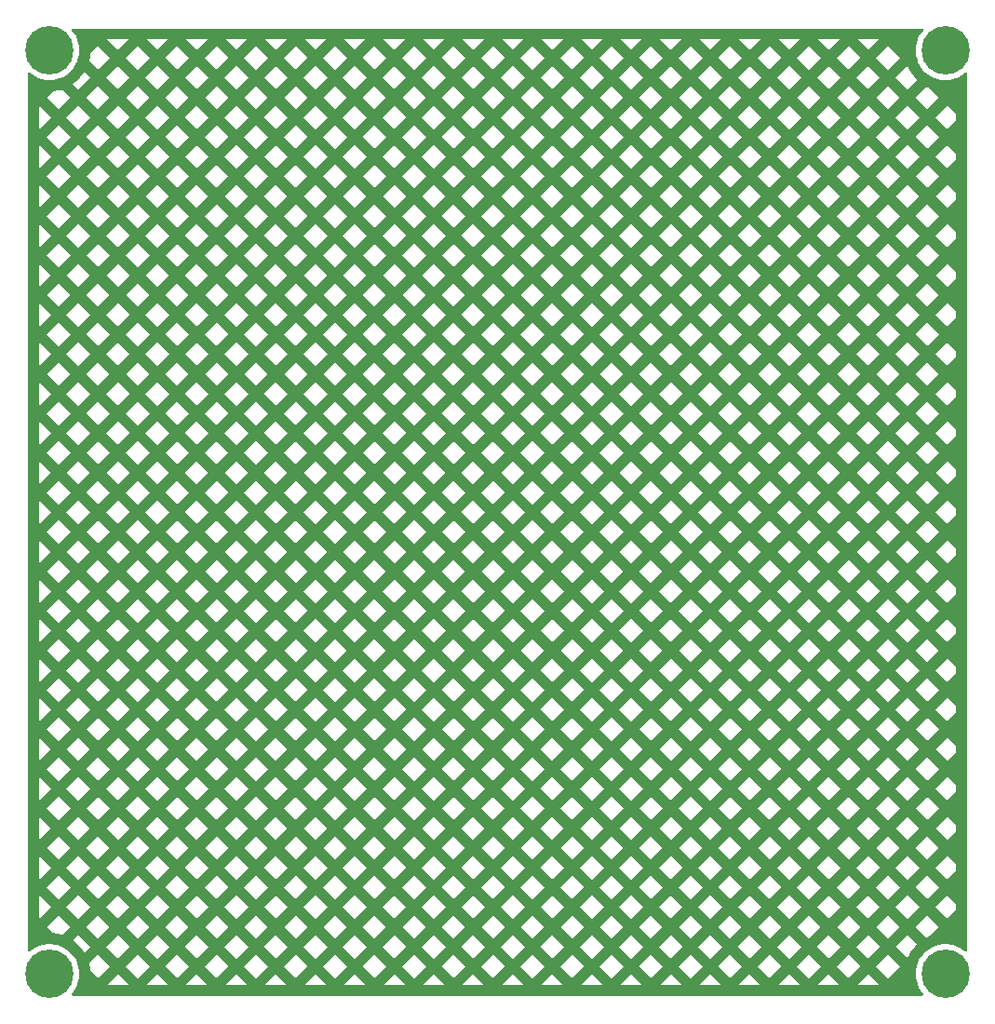
<source format=gbr>
%TF.GenerationSoftware,KiCad,Pcbnew,(6.0.9-0)*%
%TF.CreationDate,2022-12-20T14:10:16+00:00*%
%TF.ProjectId,fauxmac-plus-baseplate,66617578-6d61-4632-9d70-6c75732d6261,rev?*%
%TF.SameCoordinates,Original*%
%TF.FileFunction,Copper,L1,Top*%
%TF.FilePolarity,Positive*%
%FSLAX46Y46*%
G04 Gerber Fmt 4.6, Leading zero omitted, Abs format (unit mm)*
G04 Created by KiCad (PCBNEW (6.0.9-0)) date 2022-12-20 14:10:16*
%MOMM*%
%LPD*%
G01*
G04 APERTURE LIST*
%TA.AperFunction,ComponentPad*%
%ADD10C,0.700000*%
%TD*%
%TA.AperFunction,ComponentPad*%
%ADD11C,4.400000*%
%TD*%
G04 APERTURE END LIST*
D10*
%TO.P, ,1*%
%TO.N,N/C*%
X127666726Y-29666726D03*
X126500000Y-30150000D03*
X124850000Y-28500000D03*
X128150000Y-28500000D03*
X127666726Y-27333274D03*
X125333274Y-27333274D03*
X125333274Y-29666726D03*
D11*
X126500000Y-28500000D03*
D10*
X126500000Y-26850000D03*
%TD*%
D11*
%TO.P, ,1*%
%TO.N,N/C*%
X208000000Y-28500000D03*
D10*
X206833274Y-29666726D03*
X206350000Y-28500000D03*
X209650000Y-28500000D03*
X209166726Y-27333274D03*
X209166726Y-29666726D03*
X208000000Y-30150000D03*
X206833274Y-27333274D03*
X208000000Y-26850000D03*
%TD*%
%TO.P, ,1*%
%TO.N,N/C*%
X206350000Y-112500000D03*
X209166726Y-111333274D03*
X209166726Y-113666726D03*
X208000000Y-114150000D03*
X209650000Y-112500000D03*
D11*
X208000000Y-112500000D03*
D10*
X206833274Y-111333274D03*
X208000000Y-110850000D03*
X206833274Y-113666726D03*
%TD*%
%TO.P, ,1*%
%TO.N,N/C*%
X125333274Y-113666726D03*
X126500000Y-114150000D03*
X124850000Y-112500000D03*
X125333274Y-111333274D03*
D11*
X126500000Y-112500000D03*
D10*
X128150000Y-112500000D03*
X127666726Y-113666726D03*
X127666726Y-111333274D03*
X126500000Y-110850000D03*
%TD*%
%TA.AperFunction,NonConductor*%
G36*
X205930243Y-26528502D02*
G01*
X205976736Y-26582158D01*
X205986840Y-26652432D01*
X205960662Y-26713023D01*
X205782356Y-26936783D01*
X205779991Y-26939751D01*
X205608626Y-27217757D01*
X205471902Y-27514336D01*
X205470741Y-27517940D01*
X205470741Y-27517941D01*
X205462196Y-27544477D01*
X205371797Y-27825192D01*
X205371079Y-27828903D01*
X205371078Y-27828907D01*
X205310482Y-28142105D01*
X205310481Y-28142114D01*
X205309763Y-28145824D01*
X205286698Y-28471585D01*
X205302936Y-28797759D01*
X205303577Y-28801490D01*
X205303578Y-28801498D01*
X205352354Y-29085357D01*
X205358241Y-29119619D01*
X205359329Y-29123258D01*
X205359330Y-29123261D01*
X205443685Y-29405321D01*
X205451814Y-29432504D01*
X205453327Y-29435975D01*
X205453329Y-29435981D01*
X205484929Y-29508482D01*
X205582297Y-29731881D01*
X205584220Y-29735152D01*
X205584222Y-29735156D01*
X205626584Y-29807215D01*
X205747802Y-30013414D01*
X205750103Y-30016429D01*
X205943631Y-30270012D01*
X205943636Y-30270017D01*
X205945931Y-30273025D01*
X206173814Y-30506953D01*
X206246069Y-30565151D01*
X206425196Y-30709431D01*
X206425201Y-30709435D01*
X206428149Y-30711809D01*
X206705253Y-30884627D01*
X207001112Y-31022903D01*
X207311440Y-31124634D01*
X207631742Y-31188346D01*
X207635514Y-31188633D01*
X207635522Y-31188634D01*
X207953602Y-31212829D01*
X207953607Y-31212829D01*
X207957379Y-31213116D01*
X208283633Y-31198586D01*
X208343425Y-31188634D01*
X208602037Y-31145590D01*
X208602042Y-31145589D01*
X208605778Y-31144967D01*
X208919149Y-31053034D01*
X208922616Y-31051544D01*
X208922620Y-31051543D01*
X209215721Y-30925616D01*
X209215723Y-30925615D01*
X209219205Y-30924119D01*
X209501601Y-30760091D01*
X209762245Y-30563324D01*
X209778052Y-30548086D01*
X209840977Y-30515208D01*
X209911688Y-30521570D01*
X209967735Y-30565151D01*
X209991500Y-30638799D01*
X209991500Y-110361228D01*
X209971498Y-110429349D01*
X209917842Y-110475842D01*
X209847568Y-110485946D01*
X209787494Y-110460178D01*
X209659974Y-110359650D01*
X209548603Y-110271852D01*
X209269705Y-110101945D01*
X209266261Y-110100379D01*
X209266257Y-110100377D01*
X209077340Y-110014482D01*
X208972414Y-109966775D01*
X208661037Y-109868300D01*
X208443492Y-109827390D01*
X208343809Y-109808645D01*
X208343807Y-109808645D01*
X208340086Y-109807945D01*
X208014208Y-109786586D01*
X208010428Y-109786794D01*
X208010427Y-109786794D01*
X207912897Y-109792162D01*
X207688124Y-109804532D01*
X207684397Y-109805193D01*
X207684393Y-109805193D01*
X207527340Y-109833027D01*
X207366557Y-109861522D01*
X207362941Y-109862624D01*
X207362933Y-109862626D01*
X207057789Y-109955627D01*
X207054167Y-109956731D01*
X206755477Y-110088781D01*
X206730041Y-110103914D01*
X206478074Y-110253817D01*
X206478068Y-110253821D01*
X206474814Y-110255757D01*
X206471812Y-110258073D01*
X206235901Y-110440078D01*
X206216244Y-110455243D01*
X206091769Y-110577778D01*
X206006780Y-110661443D01*
X205983513Y-110684347D01*
X205981149Y-110687314D01*
X205981146Y-110687317D01*
X205899468Y-110789817D01*
X205779991Y-110939751D01*
X205608626Y-111217757D01*
X205471902Y-111514336D01*
X205470741Y-111517940D01*
X205470741Y-111517941D01*
X205462196Y-111544477D01*
X205371797Y-111825192D01*
X205371079Y-111828903D01*
X205371078Y-111828907D01*
X205310482Y-112142105D01*
X205310481Y-112142114D01*
X205309763Y-112145824D01*
X205286698Y-112471585D01*
X205302936Y-112797759D01*
X205303577Y-112801490D01*
X205303578Y-112801498D01*
X205318109Y-112886060D01*
X205358241Y-113119619D01*
X205451814Y-113432504D01*
X205582297Y-113731881D01*
X205584220Y-113735152D01*
X205584222Y-113735156D01*
X205626584Y-113807215D01*
X205747802Y-114013414D01*
X205750103Y-114016429D01*
X205943631Y-114270012D01*
X205943636Y-114270017D01*
X205945931Y-114273025D01*
X205948571Y-114275735D01*
X205948583Y-114275749D01*
X205950369Y-114277582D01*
X205950691Y-114278191D01*
X205951059Y-114278617D01*
X205950961Y-114278701D01*
X205983573Y-114340335D01*
X205977579Y-114411078D01*
X205934290Y-114467351D01*
X205867450Y-114491286D01*
X205860112Y-114491500D01*
X128636368Y-114491500D01*
X128568247Y-114471498D01*
X128521754Y-114417842D01*
X128511650Y-114347568D01*
X128538654Y-114285951D01*
X128703549Y-114083410D01*
X128877815Y-113807215D01*
X129017638Y-113512084D01*
X129029176Y-113477500D01*
X131774829Y-113477500D01*
X133676752Y-113477500D01*
X135366931Y-113477500D01*
X137268855Y-113477500D01*
X138959034Y-113477500D01*
X140860957Y-113477500D01*
X142551136Y-113477500D01*
X144453060Y-113477500D01*
X146143238Y-113477500D01*
X148045162Y-113477500D01*
X149735341Y-113477500D01*
X151637265Y-113477500D01*
X153327443Y-113477500D01*
X155229367Y-113477500D01*
X156919546Y-113477500D01*
X158821469Y-113477500D01*
X160511648Y-113477500D01*
X162413572Y-113477500D01*
X164103751Y-113477500D01*
X166005674Y-113477500D01*
X167695853Y-113477500D01*
X169597777Y-113477500D01*
X171287956Y-113477500D01*
X173189879Y-113477500D01*
X174880058Y-113477500D01*
X176781982Y-113477500D01*
X178472160Y-113477500D01*
X180374084Y-113477500D01*
X182064263Y-113477500D01*
X183966187Y-113477500D01*
X185656365Y-113477500D01*
X187558289Y-113477500D01*
X189248468Y-113477500D01*
X191150392Y-113477500D01*
X192840570Y-113477500D01*
X194742494Y-113477500D01*
X196432673Y-113477500D01*
X198334596Y-113477500D01*
X200024775Y-113477500D01*
X201926699Y-113477500D01*
X200975737Y-112526538D01*
X200024775Y-113477500D01*
X198334596Y-113477500D01*
X197383635Y-112526538D01*
X196432673Y-113477500D01*
X194742494Y-113477500D01*
X193791532Y-112526538D01*
X192840570Y-113477500D01*
X191150392Y-113477500D01*
X190199430Y-112526538D01*
X189248468Y-113477500D01*
X187558289Y-113477500D01*
X186607327Y-112526538D01*
X185656365Y-113477500D01*
X183966187Y-113477500D01*
X183015225Y-112526538D01*
X182064263Y-113477500D01*
X180374084Y-113477500D01*
X179423122Y-112526538D01*
X178472160Y-113477500D01*
X176781982Y-113477500D01*
X175831020Y-112526538D01*
X174880058Y-113477500D01*
X173189879Y-113477500D01*
X172238917Y-112526538D01*
X171287956Y-113477500D01*
X169597777Y-113477500D01*
X168646815Y-112526538D01*
X167695853Y-113477500D01*
X166005674Y-113477500D01*
X165054713Y-112526538D01*
X164103751Y-113477500D01*
X162413572Y-113477500D01*
X161462610Y-112526538D01*
X160511648Y-113477500D01*
X158821469Y-113477500D01*
X157870508Y-112526538D01*
X156919546Y-113477500D01*
X155229367Y-113477500D01*
X154278405Y-112526538D01*
X153327443Y-113477500D01*
X151637265Y-113477500D01*
X150686303Y-112526538D01*
X149735341Y-113477500D01*
X148045162Y-113477500D01*
X147094200Y-112526538D01*
X146143238Y-113477500D01*
X144453060Y-113477500D01*
X143502098Y-112526538D01*
X142551136Y-113477500D01*
X140860957Y-113477500D01*
X139909995Y-112526538D01*
X138959034Y-113477500D01*
X137268855Y-113477500D01*
X136317893Y-112526538D01*
X135366931Y-113477500D01*
X133676752Y-113477500D01*
X132725790Y-112526538D01*
X131774829Y-113477500D01*
X129029176Y-113477500D01*
X129044705Y-113430954D01*
X129119790Y-113205897D01*
X129119792Y-113205891D01*
X129120992Y-113202293D01*
X129186381Y-112882329D01*
X129192956Y-112801498D01*
X129212674Y-112559061D01*
X129212856Y-112556826D01*
X129213451Y-112500000D01*
X129211510Y-112467796D01*
X129194026Y-112177793D01*
X129194026Y-112177789D01*
X129193798Y-112174015D01*
X129192723Y-112168124D01*
X129135805Y-111856473D01*
X129135804Y-111856469D01*
X129135125Y-111852751D01*
X129127722Y-111828907D01*
X129042874Y-111555652D01*
X130104573Y-111555652D01*
X130104587Y-111555701D01*
X130116869Y-111599916D01*
X130117829Y-111603586D01*
X130121446Y-111618313D01*
X130122296Y-111622010D01*
X130131889Y-111666857D01*
X130132626Y-111670576D01*
X130191299Y-111991840D01*
X130191924Y-111995578D01*
X130198803Y-112040922D01*
X130199315Y-112044682D01*
X130201137Y-112059736D01*
X130201536Y-112063510D01*
X130205675Y-112109211D01*
X130205961Y-112112994D01*
X130209285Y-112168124D01*
X130929739Y-112888578D01*
X132008785Y-111809532D01*
X133442796Y-111809532D01*
X134521842Y-112888578D01*
X135600888Y-111809532D01*
X137034898Y-111809532D01*
X138113944Y-112888578D01*
X139192990Y-111809532D01*
X140627001Y-111809532D01*
X141706047Y-112888578D01*
X142785092Y-111809532D01*
X144219103Y-111809532D01*
X145298149Y-112888578D01*
X146377195Y-111809532D01*
X147811206Y-111809532D01*
X148890252Y-112888578D01*
X149969297Y-111809532D01*
X151403308Y-111809532D01*
X152482354Y-112888578D01*
X153561400Y-111809532D01*
X154995411Y-111809532D01*
X156074456Y-112888578D01*
X157153502Y-111809532D01*
X158587513Y-111809532D01*
X159666559Y-112888578D01*
X160745605Y-111809532D01*
X162179615Y-111809532D01*
X163258661Y-112888578D01*
X164337707Y-111809532D01*
X165771718Y-111809532D01*
X166850764Y-112888578D01*
X167929810Y-111809532D01*
X169363820Y-111809532D01*
X170442866Y-112888578D01*
X171521912Y-111809532D01*
X172955923Y-111809532D01*
X174034969Y-112888578D01*
X175114015Y-111809532D01*
X176548025Y-111809532D01*
X177627071Y-112888578D01*
X178706117Y-111809532D01*
X180140128Y-111809532D01*
X181219174Y-112888578D01*
X182298219Y-111809532D01*
X183732230Y-111809532D01*
X184811276Y-112888578D01*
X185890322Y-111809532D01*
X187324333Y-111809532D01*
X188403378Y-112888578D01*
X189482424Y-111809532D01*
X190916435Y-111809532D01*
X191995481Y-112888578D01*
X193074527Y-111809532D01*
X194508537Y-111809532D01*
X195587583Y-112888578D01*
X196666629Y-111809532D01*
X198100640Y-111809532D01*
X199179686Y-112888578D01*
X200258732Y-111809532D01*
X201692742Y-111809532D01*
X202771788Y-112888578D01*
X203850834Y-111809532D01*
X202771788Y-110730486D01*
X201692742Y-111809532D01*
X200258732Y-111809532D01*
X199179686Y-110730486D01*
X198100640Y-111809532D01*
X196666629Y-111809532D01*
X195587583Y-110730486D01*
X194508537Y-111809532D01*
X193074527Y-111809532D01*
X191995481Y-110730486D01*
X190916435Y-111809532D01*
X189482424Y-111809532D01*
X188403378Y-110730486D01*
X187324333Y-111809532D01*
X185890322Y-111809532D01*
X184811276Y-110730486D01*
X183732230Y-111809532D01*
X182298219Y-111809532D01*
X181219174Y-110730486D01*
X180140128Y-111809532D01*
X178706117Y-111809532D01*
X177627071Y-110730486D01*
X176548025Y-111809532D01*
X175114015Y-111809532D01*
X174034969Y-110730486D01*
X172955923Y-111809532D01*
X171521912Y-111809532D01*
X170442866Y-110730486D01*
X169363820Y-111809532D01*
X167929810Y-111809532D01*
X166850764Y-110730486D01*
X165771718Y-111809532D01*
X164337707Y-111809532D01*
X163258661Y-110730486D01*
X162179615Y-111809532D01*
X160745605Y-111809532D01*
X159666559Y-110730486D01*
X158587513Y-111809532D01*
X157153502Y-111809532D01*
X156074456Y-110730486D01*
X154995411Y-111809532D01*
X153561400Y-111809532D01*
X152482354Y-110730486D01*
X151403308Y-111809532D01*
X149969297Y-111809532D01*
X148890252Y-110730486D01*
X147811206Y-111809532D01*
X146377195Y-111809532D01*
X145298149Y-110730486D01*
X144219103Y-111809532D01*
X142785092Y-111809532D01*
X141706047Y-110730486D01*
X140627001Y-111809532D01*
X139192990Y-111809532D01*
X138113944Y-110730486D01*
X137034898Y-111809532D01*
X135600888Y-111809532D01*
X134521842Y-110730486D01*
X133442796Y-111809532D01*
X132008785Y-111809532D01*
X130929739Y-110730486D01*
X130104573Y-111555652D01*
X129042874Y-111555652D01*
X129039404Y-111544477D01*
X129038282Y-111540863D01*
X128904670Y-111242869D01*
X128736226Y-110963084D01*
X128733899Y-110960100D01*
X128733894Y-110960093D01*
X128537726Y-110708558D01*
X128537724Y-110708556D01*
X128535390Y-110705563D01*
X128305070Y-110474034D01*
X128048603Y-110271852D01*
X127769705Y-110101945D01*
X127766261Y-110100379D01*
X127766257Y-110100377D01*
X127577340Y-110014482D01*
X127472414Y-109966775D01*
X127161037Y-109868300D01*
X126943492Y-109827390D01*
X126843809Y-109808645D01*
X126843807Y-109808645D01*
X126840086Y-109807945D01*
X126514208Y-109786586D01*
X126510428Y-109786794D01*
X126510427Y-109786794D01*
X126412897Y-109792162D01*
X126188124Y-109804532D01*
X126184397Y-109805193D01*
X126184393Y-109805193D01*
X126027340Y-109833027D01*
X125866557Y-109861522D01*
X125862941Y-109862624D01*
X125862933Y-109862626D01*
X125557789Y-109955627D01*
X125554167Y-109956731D01*
X125255477Y-110088781D01*
X125230041Y-110103914D01*
X124978074Y-110253817D01*
X124978068Y-110253821D01*
X124974814Y-110255757D01*
X124716244Y-110455243D01*
X124716162Y-110455137D01*
X124652845Y-110484307D01*
X124582538Y-110474437D01*
X124528729Y-110428122D01*
X124508500Y-110359650D01*
X124508500Y-109440031D01*
X128628092Y-109440031D01*
X128633427Y-109443739D01*
X128636508Y-109445949D01*
X128673352Y-109473238D01*
X128676364Y-109475540D01*
X128932831Y-109677722D01*
X128935774Y-109680115D01*
X128970944Y-109709600D01*
X128973816Y-109712083D01*
X128985138Y-109722171D01*
X128987932Y-109724736D01*
X129021237Y-109756260D01*
X129023950Y-109758907D01*
X129254270Y-109990436D01*
X129256904Y-109993164D01*
X129288250Y-110026631D01*
X129290800Y-110029437D01*
X129300829Y-110040812D01*
X129303295Y-110043696D01*
X129332598Y-110079022D01*
X129334977Y-110081979D01*
X129535813Y-110339500D01*
X129538101Y-110342528D01*
X129565227Y-110379558D01*
X129567424Y-110382653D01*
X129576013Y-110395151D01*
X129578114Y-110398308D01*
X129602934Y-110436860D01*
X129604937Y-110440078D01*
X129673032Y-110553183D01*
X130212734Y-110013481D01*
X131646745Y-110013481D01*
X132725790Y-111092527D01*
X133804836Y-110013481D01*
X135238847Y-110013481D01*
X136317893Y-111092527D01*
X137396939Y-110013481D01*
X138830950Y-110013481D01*
X139909995Y-111092527D01*
X140989041Y-110013481D01*
X142423052Y-110013481D01*
X143502098Y-111092527D01*
X144581144Y-110013481D01*
X146015154Y-110013481D01*
X147094200Y-111092527D01*
X148173246Y-110013481D01*
X149607257Y-110013481D01*
X150686303Y-111092527D01*
X151765349Y-110013481D01*
X153199359Y-110013481D01*
X154278405Y-111092527D01*
X155357451Y-110013481D01*
X156791462Y-110013481D01*
X157870508Y-111092527D01*
X158949553Y-110013481D01*
X160383564Y-110013481D01*
X161462610Y-111092527D01*
X162541656Y-110013481D01*
X163975667Y-110013481D01*
X165054713Y-111092527D01*
X166133758Y-110013481D01*
X167567769Y-110013481D01*
X168646815Y-111092527D01*
X169725861Y-110013481D01*
X171159872Y-110013481D01*
X172238917Y-111092527D01*
X173317963Y-110013481D01*
X174751974Y-110013481D01*
X175831020Y-111092527D01*
X176910066Y-110013481D01*
X178344076Y-110013481D01*
X179423122Y-111092527D01*
X180502168Y-110013481D01*
X181936179Y-110013481D01*
X183015225Y-111092527D01*
X184094271Y-110013481D01*
X185528281Y-110013481D01*
X186607327Y-111092527D01*
X187686373Y-110013481D01*
X189120384Y-110013481D01*
X190199430Y-111092527D01*
X191278476Y-110013481D01*
X192712486Y-110013481D01*
X193791532Y-111092527D01*
X194870578Y-110013481D01*
X196304589Y-110013481D01*
X197383635Y-111092527D01*
X198462680Y-110013481D01*
X199896691Y-110013481D01*
X200975737Y-111092527D01*
X202054783Y-110013481D01*
X203488794Y-110013481D01*
X204555488Y-111080176D01*
X204687768Y-110793238D01*
X204689408Y-110789817D01*
X204709856Y-110748760D01*
X204711597Y-110745392D01*
X204718763Y-110732027D01*
X204720606Y-110728710D01*
X204743497Y-110688941D01*
X204745439Y-110685682D01*
X204916804Y-110407676D01*
X204918843Y-110404477D01*
X204944085Y-110366159D01*
X204946220Y-110363022D01*
X204954940Y-110350615D01*
X204957167Y-110347546D01*
X204984659Y-110310830D01*
X204986978Y-110307828D01*
X205190500Y-110052424D01*
X205192909Y-110049492D01*
X205222574Y-110014482D01*
X205225070Y-110011625D01*
X205235217Y-110000356D01*
X205237798Y-109997575D01*
X205269499Y-109964432D01*
X205272160Y-109961733D01*
X205434917Y-109801513D01*
X204567839Y-108934435D01*
X203488794Y-110013481D01*
X202054783Y-110013481D01*
X200975737Y-108934435D01*
X199896691Y-110013481D01*
X198462680Y-110013481D01*
X197383635Y-108934435D01*
X196304589Y-110013481D01*
X194870578Y-110013481D01*
X193791532Y-108934435D01*
X192712486Y-110013481D01*
X191278476Y-110013481D01*
X190199430Y-108934435D01*
X189120384Y-110013481D01*
X187686373Y-110013481D01*
X186607327Y-108934435D01*
X185528281Y-110013481D01*
X184094271Y-110013481D01*
X183015225Y-108934435D01*
X181936179Y-110013481D01*
X180502168Y-110013481D01*
X179423122Y-108934435D01*
X178344076Y-110013481D01*
X176910066Y-110013481D01*
X175831020Y-108934435D01*
X174751974Y-110013481D01*
X173317963Y-110013481D01*
X172238917Y-108934435D01*
X171159872Y-110013481D01*
X169725861Y-110013481D01*
X168646815Y-108934435D01*
X167567769Y-110013481D01*
X166133758Y-110013481D01*
X165054713Y-108934435D01*
X163975667Y-110013481D01*
X162541656Y-110013481D01*
X161462610Y-108934435D01*
X160383564Y-110013481D01*
X158949553Y-110013481D01*
X157870508Y-108934435D01*
X156791462Y-110013481D01*
X155357451Y-110013481D01*
X154278405Y-108934435D01*
X153199359Y-110013481D01*
X151765349Y-110013481D01*
X150686303Y-108934435D01*
X149607257Y-110013481D01*
X148173246Y-110013481D01*
X147094200Y-108934435D01*
X146015154Y-110013481D01*
X144581144Y-110013481D01*
X143502098Y-108934435D01*
X142423052Y-110013481D01*
X140989041Y-110013481D01*
X139909995Y-108934435D01*
X138830950Y-110013481D01*
X137396939Y-110013481D01*
X136317893Y-108934435D01*
X135238847Y-110013481D01*
X133804836Y-110013481D01*
X132725790Y-108934435D01*
X131646745Y-110013481D01*
X130212734Y-110013481D01*
X129133688Y-108934435D01*
X128628092Y-109440031D01*
X124508500Y-109440031D01*
X124508500Y-108217430D01*
X126258591Y-108217430D01*
X126832428Y-108791267D01*
X126906405Y-108796116D01*
X126910185Y-108796421D01*
X126955821Y-108800795D01*
X126959587Y-108801213D01*
X126974632Y-108803113D01*
X126978389Y-108803645D01*
X127023742Y-108810766D01*
X127027484Y-108811411D01*
X127348435Y-108871766D01*
X127352156Y-108872524D01*
X127396993Y-108882363D01*
X127400686Y-108883232D01*
X127415394Y-108886927D01*
X127419057Y-108887906D01*
X127463165Y-108900409D01*
X127466796Y-108901498D01*
X127668747Y-108965366D01*
X128416683Y-108217430D01*
X129850693Y-108217430D01*
X130929739Y-109296476D01*
X132008785Y-108217430D01*
X133442796Y-108217430D01*
X134521842Y-109296476D01*
X135600888Y-108217430D01*
X137034898Y-108217430D01*
X138113944Y-109296476D01*
X139192990Y-108217430D01*
X140627001Y-108217430D01*
X141706047Y-109296476D01*
X142785092Y-108217430D01*
X144219103Y-108217430D01*
X145298149Y-109296476D01*
X146377195Y-108217430D01*
X147811206Y-108217430D01*
X148890252Y-109296476D01*
X149969297Y-108217430D01*
X151403308Y-108217430D01*
X152482354Y-109296476D01*
X153561400Y-108217430D01*
X154995411Y-108217430D01*
X156074456Y-109296476D01*
X157153502Y-108217430D01*
X158587513Y-108217430D01*
X159666559Y-109296476D01*
X160745605Y-108217430D01*
X162179615Y-108217430D01*
X163258661Y-109296476D01*
X164337707Y-108217430D01*
X165771718Y-108217430D01*
X166850764Y-109296476D01*
X167929810Y-108217430D01*
X169363820Y-108217430D01*
X170442866Y-109296476D01*
X171521912Y-108217430D01*
X172955923Y-108217430D01*
X174034969Y-109296476D01*
X175114015Y-108217430D01*
X176548025Y-108217430D01*
X177627071Y-109296476D01*
X178706117Y-108217430D01*
X180140128Y-108217430D01*
X181219174Y-109296476D01*
X182298219Y-108217430D01*
X183732230Y-108217430D01*
X184811276Y-109296476D01*
X185890322Y-108217430D01*
X187324333Y-108217430D01*
X188403378Y-109296476D01*
X189482424Y-108217430D01*
X190916435Y-108217430D01*
X191995481Y-109296476D01*
X193074527Y-108217430D01*
X194508537Y-108217430D01*
X195587583Y-109296476D01*
X196666629Y-108217430D01*
X198100640Y-108217430D01*
X199179686Y-109296476D01*
X200258732Y-108217430D01*
X201692742Y-108217430D01*
X202771788Y-109296476D01*
X203850834Y-108217430D01*
X205284845Y-108217430D01*
X206267683Y-109200268D01*
X206280451Y-109193183D01*
X206283795Y-109191393D01*
X206297271Y-109184438D01*
X206300666Y-109182750D01*
X206342027Y-109162956D01*
X206345472Y-109161371D01*
X206620653Y-109039714D01*
X207442937Y-108217430D01*
X206363891Y-107138384D01*
X205284845Y-108217430D01*
X203850834Y-108217430D01*
X202771788Y-107138384D01*
X201692742Y-108217430D01*
X200258732Y-108217430D01*
X199179686Y-107138384D01*
X198100640Y-108217430D01*
X196666629Y-108217430D01*
X195587583Y-107138384D01*
X194508537Y-108217430D01*
X193074527Y-108217430D01*
X191995481Y-107138384D01*
X190916435Y-108217430D01*
X189482424Y-108217430D01*
X188403378Y-107138384D01*
X187324333Y-108217430D01*
X185890322Y-108217430D01*
X184811276Y-107138384D01*
X183732230Y-108217430D01*
X182298219Y-108217430D01*
X181219174Y-107138384D01*
X180140128Y-108217430D01*
X178706117Y-108217430D01*
X177627071Y-107138384D01*
X176548025Y-108217430D01*
X175114015Y-108217430D01*
X174034969Y-107138384D01*
X172955923Y-108217430D01*
X171521912Y-108217430D01*
X170442866Y-107138384D01*
X169363820Y-108217430D01*
X167929810Y-108217430D01*
X166850764Y-107138384D01*
X165771718Y-108217430D01*
X164337707Y-108217430D01*
X163258661Y-107138384D01*
X162179615Y-108217430D01*
X160745605Y-108217430D01*
X159666559Y-107138384D01*
X158587513Y-108217430D01*
X157153502Y-108217430D01*
X156074456Y-107138384D01*
X154995411Y-108217430D01*
X153561400Y-108217430D01*
X152482354Y-107138384D01*
X151403308Y-108217430D01*
X149969297Y-108217430D01*
X148890252Y-107138384D01*
X147811206Y-108217430D01*
X146377195Y-108217430D01*
X145298149Y-107138384D01*
X144219103Y-108217430D01*
X142785092Y-108217430D01*
X141706047Y-107138384D01*
X140627001Y-108217430D01*
X139192990Y-108217430D01*
X138113944Y-107138384D01*
X137034898Y-108217430D01*
X135600888Y-108217430D01*
X134521842Y-107138384D01*
X133442796Y-108217430D01*
X132008785Y-108217430D01*
X130929739Y-107138384D01*
X129850693Y-108217430D01*
X128416683Y-108217430D01*
X127337637Y-107138384D01*
X126258591Y-108217430D01*
X124508500Y-108217430D01*
X124508500Y-107481338D01*
X125522500Y-107481338D01*
X125541586Y-107500424D01*
X126620631Y-106421379D01*
X128054642Y-106421379D01*
X129133688Y-107500424D01*
X130212734Y-106421379D01*
X131646745Y-106421379D01*
X132725790Y-107500424D01*
X133804836Y-106421379D01*
X135238847Y-106421379D01*
X136317893Y-107500424D01*
X137396939Y-106421379D01*
X138830950Y-106421379D01*
X139909995Y-107500424D01*
X140989041Y-106421379D01*
X142423052Y-106421379D01*
X143502098Y-107500424D01*
X144581144Y-106421379D01*
X146015154Y-106421379D01*
X147094200Y-107500424D01*
X148173246Y-106421379D01*
X149607257Y-106421379D01*
X150686303Y-107500424D01*
X151765349Y-106421379D01*
X153199359Y-106421379D01*
X154278405Y-107500424D01*
X155357451Y-106421379D01*
X156791462Y-106421379D01*
X157870508Y-107500424D01*
X158949553Y-106421379D01*
X160383564Y-106421379D01*
X161462610Y-107500424D01*
X162541656Y-106421379D01*
X163975667Y-106421379D01*
X165054713Y-107500424D01*
X166133758Y-106421379D01*
X167567769Y-106421379D01*
X168646815Y-107500424D01*
X169725861Y-106421379D01*
X171159872Y-106421379D01*
X172238917Y-107500424D01*
X173317963Y-106421379D01*
X174751974Y-106421379D01*
X175831020Y-107500424D01*
X176910066Y-106421379D01*
X178344076Y-106421379D01*
X179423122Y-107500424D01*
X180502168Y-106421379D01*
X181936179Y-106421379D01*
X183015225Y-107500424D01*
X184094271Y-106421379D01*
X185528281Y-106421379D01*
X186607327Y-107500424D01*
X187686373Y-106421379D01*
X189120384Y-106421379D01*
X190199430Y-107500424D01*
X191278476Y-106421379D01*
X192712486Y-106421379D01*
X193791532Y-107500424D01*
X194870578Y-106421379D01*
X196304589Y-106421379D01*
X197383635Y-107500424D01*
X198462680Y-106421379D01*
X199896691Y-106421379D01*
X200975737Y-107500424D01*
X202054783Y-106421379D01*
X203488794Y-106421379D01*
X204567839Y-107500424D01*
X205646885Y-106421379D01*
X207080896Y-106421379D01*
X208159942Y-107500424D01*
X208977500Y-106682866D01*
X208977500Y-106159891D01*
X208159942Y-105342333D01*
X207080896Y-106421379D01*
X205646885Y-106421379D01*
X204567839Y-105342333D01*
X203488794Y-106421379D01*
X202054783Y-106421379D01*
X200975737Y-105342333D01*
X199896691Y-106421379D01*
X198462680Y-106421379D01*
X197383635Y-105342333D01*
X196304589Y-106421379D01*
X194870578Y-106421379D01*
X193791532Y-105342333D01*
X192712486Y-106421379D01*
X191278476Y-106421379D01*
X190199430Y-105342333D01*
X189120384Y-106421379D01*
X187686373Y-106421379D01*
X186607327Y-105342333D01*
X185528281Y-106421379D01*
X184094271Y-106421379D01*
X183015225Y-105342333D01*
X181936179Y-106421379D01*
X180502168Y-106421379D01*
X179423122Y-105342333D01*
X178344076Y-106421379D01*
X176910066Y-106421379D01*
X175831020Y-105342333D01*
X174751974Y-106421379D01*
X173317963Y-106421379D01*
X172238917Y-105342333D01*
X171159872Y-106421379D01*
X169725861Y-106421379D01*
X168646815Y-105342333D01*
X167567769Y-106421379D01*
X166133758Y-106421379D01*
X165054713Y-105342333D01*
X163975667Y-106421379D01*
X162541656Y-106421379D01*
X161462610Y-105342333D01*
X160383564Y-106421379D01*
X158949553Y-106421379D01*
X157870508Y-105342333D01*
X156791462Y-106421379D01*
X155357451Y-106421379D01*
X154278405Y-105342333D01*
X153199359Y-106421379D01*
X151765349Y-106421379D01*
X150686303Y-105342333D01*
X149607257Y-106421379D01*
X148173246Y-106421379D01*
X147094200Y-105342333D01*
X146015154Y-106421379D01*
X144581144Y-106421379D01*
X143502098Y-105342333D01*
X142423052Y-106421379D01*
X140989041Y-106421379D01*
X139909995Y-105342333D01*
X138830950Y-106421379D01*
X137396939Y-106421379D01*
X136317893Y-105342333D01*
X135238847Y-106421379D01*
X133804836Y-106421379D01*
X132725790Y-105342333D01*
X131646745Y-106421379D01*
X130212734Y-106421379D01*
X129133688Y-105342333D01*
X128054642Y-106421379D01*
X126620631Y-106421379D01*
X125541586Y-105342333D01*
X125522500Y-105361419D01*
X125522500Y-107481338D01*
X124508500Y-107481338D01*
X124508500Y-104625327D01*
X126258591Y-104625327D01*
X127337637Y-105704373D01*
X128416683Y-104625327D01*
X129850693Y-104625327D01*
X130929739Y-105704373D01*
X132008785Y-104625327D01*
X133442796Y-104625327D01*
X134521842Y-105704373D01*
X135600888Y-104625327D01*
X137034898Y-104625327D01*
X138113944Y-105704373D01*
X139192990Y-104625327D01*
X140627001Y-104625327D01*
X141706047Y-105704373D01*
X142785092Y-104625327D01*
X144219103Y-104625327D01*
X145298149Y-105704373D01*
X146377195Y-104625327D01*
X147811206Y-104625327D01*
X148890252Y-105704373D01*
X149969297Y-104625327D01*
X151403308Y-104625327D01*
X152482354Y-105704373D01*
X153561400Y-104625327D01*
X154995411Y-104625327D01*
X156074456Y-105704373D01*
X157153502Y-104625327D01*
X158587513Y-104625327D01*
X159666559Y-105704373D01*
X160745605Y-104625327D01*
X162179615Y-104625327D01*
X163258661Y-105704373D01*
X164337707Y-104625327D01*
X165771718Y-104625327D01*
X166850764Y-105704373D01*
X167929810Y-104625327D01*
X169363820Y-104625327D01*
X170442866Y-105704373D01*
X171521912Y-104625327D01*
X172955923Y-104625327D01*
X174034969Y-105704373D01*
X175114015Y-104625327D01*
X176548025Y-104625327D01*
X177627071Y-105704373D01*
X178706117Y-104625327D01*
X180140128Y-104625327D01*
X181219174Y-105704373D01*
X182298219Y-104625327D01*
X183732230Y-104625327D01*
X184811276Y-105704373D01*
X185890322Y-104625327D01*
X187324333Y-104625327D01*
X188403378Y-105704373D01*
X189482424Y-104625327D01*
X190916435Y-104625327D01*
X191995481Y-105704373D01*
X193074527Y-104625327D01*
X194508537Y-104625327D01*
X195587583Y-105704373D01*
X196666629Y-104625327D01*
X198100640Y-104625327D01*
X199179686Y-105704373D01*
X200258732Y-104625327D01*
X201692742Y-104625327D01*
X202771788Y-105704373D01*
X203850834Y-104625327D01*
X205284845Y-104625327D01*
X206363891Y-105704373D01*
X207442937Y-104625327D01*
X206363891Y-103546282D01*
X205284845Y-104625327D01*
X203850834Y-104625327D01*
X202771788Y-103546282D01*
X201692742Y-104625327D01*
X200258732Y-104625327D01*
X199179686Y-103546282D01*
X198100640Y-104625327D01*
X196666629Y-104625327D01*
X195587583Y-103546282D01*
X194508537Y-104625327D01*
X193074527Y-104625327D01*
X191995481Y-103546282D01*
X190916435Y-104625327D01*
X189482424Y-104625327D01*
X188403378Y-103546282D01*
X187324333Y-104625327D01*
X185890322Y-104625327D01*
X184811276Y-103546282D01*
X183732230Y-104625327D01*
X182298219Y-104625327D01*
X181219174Y-103546282D01*
X180140128Y-104625327D01*
X178706117Y-104625327D01*
X177627071Y-103546282D01*
X176548025Y-104625327D01*
X175114015Y-104625327D01*
X174034969Y-103546282D01*
X172955923Y-104625327D01*
X171521912Y-104625327D01*
X170442866Y-103546282D01*
X169363820Y-104625327D01*
X167929810Y-104625327D01*
X166850764Y-103546282D01*
X165771718Y-104625327D01*
X164337707Y-104625327D01*
X163258661Y-103546282D01*
X162179615Y-104625327D01*
X160745605Y-104625327D01*
X159666559Y-103546282D01*
X158587513Y-104625327D01*
X157153502Y-104625327D01*
X156074456Y-103546282D01*
X154995411Y-104625327D01*
X153561400Y-104625327D01*
X152482354Y-103546282D01*
X151403308Y-104625327D01*
X149969297Y-104625327D01*
X148890252Y-103546282D01*
X147811206Y-104625327D01*
X146377195Y-104625327D01*
X145298149Y-103546282D01*
X144219103Y-104625327D01*
X142785092Y-104625327D01*
X141706047Y-103546282D01*
X140627001Y-104625327D01*
X139192990Y-104625327D01*
X138113944Y-103546282D01*
X137034898Y-104625327D01*
X135600888Y-104625327D01*
X134521842Y-103546282D01*
X133442796Y-104625327D01*
X132008785Y-104625327D01*
X130929739Y-103546282D01*
X129850693Y-104625327D01*
X128416683Y-104625327D01*
X127337637Y-103546282D01*
X126258591Y-104625327D01*
X124508500Y-104625327D01*
X124508500Y-103889236D01*
X125522500Y-103889236D01*
X125541586Y-103908322D01*
X126620631Y-102829276D01*
X128054642Y-102829276D01*
X129133688Y-103908322D01*
X130212734Y-102829276D01*
X131646745Y-102829276D01*
X132725790Y-103908322D01*
X133804836Y-102829276D01*
X135238847Y-102829276D01*
X136317893Y-103908322D01*
X137396939Y-102829276D01*
X138830950Y-102829276D01*
X139909995Y-103908322D01*
X140989041Y-102829276D01*
X142423052Y-102829276D01*
X143502098Y-103908322D01*
X144581144Y-102829276D01*
X146015154Y-102829276D01*
X147094200Y-103908322D01*
X148173246Y-102829276D01*
X149607257Y-102829276D01*
X150686303Y-103908322D01*
X151765349Y-102829276D01*
X153199359Y-102829276D01*
X154278405Y-103908322D01*
X155357451Y-102829276D01*
X156791462Y-102829276D01*
X157870508Y-103908322D01*
X158949553Y-102829276D01*
X160383564Y-102829276D01*
X161462610Y-103908322D01*
X162541656Y-102829276D01*
X163975667Y-102829276D01*
X165054713Y-103908322D01*
X166133758Y-102829276D01*
X167567769Y-102829276D01*
X168646815Y-103908322D01*
X169725861Y-102829276D01*
X171159872Y-102829276D01*
X172238917Y-103908322D01*
X173317963Y-102829276D01*
X174751974Y-102829276D01*
X175831020Y-103908322D01*
X176910066Y-102829276D01*
X178344076Y-102829276D01*
X179423122Y-103908322D01*
X180502168Y-102829276D01*
X181936179Y-102829276D01*
X183015225Y-103908322D01*
X184094271Y-102829276D01*
X185528281Y-102829276D01*
X186607327Y-103908322D01*
X187686373Y-102829276D01*
X189120384Y-102829276D01*
X190199430Y-103908322D01*
X191278476Y-102829276D01*
X192712486Y-102829276D01*
X193791532Y-103908322D01*
X194870578Y-102829276D01*
X196304589Y-102829276D01*
X197383635Y-103908322D01*
X198462680Y-102829276D01*
X199896691Y-102829276D01*
X200975737Y-103908322D01*
X202054783Y-102829276D01*
X203488794Y-102829276D01*
X204567839Y-103908322D01*
X205646885Y-102829276D01*
X207080896Y-102829276D01*
X208159942Y-103908322D01*
X208977500Y-103090764D01*
X208977500Y-102567788D01*
X208159942Y-101750230D01*
X207080896Y-102829276D01*
X205646885Y-102829276D01*
X204567839Y-101750230D01*
X203488794Y-102829276D01*
X202054783Y-102829276D01*
X200975737Y-101750230D01*
X199896691Y-102829276D01*
X198462680Y-102829276D01*
X197383635Y-101750230D01*
X196304589Y-102829276D01*
X194870578Y-102829276D01*
X193791532Y-101750230D01*
X192712486Y-102829276D01*
X191278476Y-102829276D01*
X190199430Y-101750230D01*
X189120384Y-102829276D01*
X187686373Y-102829276D01*
X186607327Y-101750230D01*
X185528281Y-102829276D01*
X184094271Y-102829276D01*
X183015225Y-101750230D01*
X181936179Y-102829276D01*
X180502168Y-102829276D01*
X179423122Y-101750230D01*
X178344076Y-102829276D01*
X176910066Y-102829276D01*
X175831020Y-101750230D01*
X174751974Y-102829276D01*
X173317963Y-102829276D01*
X172238917Y-101750230D01*
X171159872Y-102829276D01*
X169725861Y-102829276D01*
X168646815Y-101750230D01*
X167567769Y-102829276D01*
X166133758Y-102829276D01*
X165054713Y-101750230D01*
X163975667Y-102829276D01*
X162541656Y-102829276D01*
X161462610Y-101750230D01*
X160383564Y-102829276D01*
X158949553Y-102829276D01*
X157870508Y-101750230D01*
X156791462Y-102829276D01*
X155357451Y-102829276D01*
X154278405Y-101750230D01*
X153199359Y-102829276D01*
X151765349Y-102829276D01*
X150686303Y-101750230D01*
X149607257Y-102829276D01*
X148173246Y-102829276D01*
X147094200Y-101750230D01*
X146015154Y-102829276D01*
X144581144Y-102829276D01*
X143502098Y-101750230D01*
X142423052Y-102829276D01*
X140989041Y-102829276D01*
X139909995Y-101750230D01*
X138830950Y-102829276D01*
X137396939Y-102829276D01*
X136317893Y-101750230D01*
X135238847Y-102829276D01*
X133804836Y-102829276D01*
X132725790Y-101750230D01*
X131646745Y-102829276D01*
X130212734Y-102829276D01*
X129133688Y-101750230D01*
X128054642Y-102829276D01*
X126620631Y-102829276D01*
X125541586Y-101750230D01*
X125522500Y-101769316D01*
X125522500Y-103889236D01*
X124508500Y-103889236D01*
X124508500Y-101033225D01*
X126258591Y-101033225D01*
X127337637Y-102112271D01*
X128416683Y-101033225D01*
X129850693Y-101033225D01*
X130929739Y-102112271D01*
X132008785Y-101033225D01*
X133442796Y-101033225D01*
X134521842Y-102112271D01*
X135600888Y-101033225D01*
X137034898Y-101033225D01*
X138113944Y-102112271D01*
X139192990Y-101033225D01*
X140627001Y-101033225D01*
X141706047Y-102112271D01*
X142785092Y-101033225D01*
X144219103Y-101033225D01*
X145298149Y-102112271D01*
X146377195Y-101033225D01*
X147811206Y-101033225D01*
X148890252Y-102112271D01*
X149969297Y-101033225D01*
X151403308Y-101033225D01*
X152482354Y-102112271D01*
X153561400Y-101033225D01*
X154995411Y-101033225D01*
X156074456Y-102112271D01*
X157153502Y-101033225D01*
X158587513Y-101033225D01*
X159666559Y-102112271D01*
X160745605Y-101033225D01*
X162179615Y-101033225D01*
X163258661Y-102112271D01*
X164337707Y-101033225D01*
X165771718Y-101033225D01*
X166850764Y-102112271D01*
X167929810Y-101033225D01*
X169363820Y-101033225D01*
X170442866Y-102112271D01*
X171521912Y-101033225D01*
X172955923Y-101033225D01*
X174034969Y-102112271D01*
X175114015Y-101033225D01*
X176548025Y-101033225D01*
X177627071Y-102112271D01*
X178706117Y-101033225D01*
X180140128Y-101033225D01*
X181219174Y-102112271D01*
X182298219Y-101033225D01*
X183732230Y-101033225D01*
X184811276Y-102112271D01*
X185890322Y-101033225D01*
X187324333Y-101033225D01*
X188403378Y-102112271D01*
X189482424Y-101033225D01*
X190916435Y-101033225D01*
X191995481Y-102112271D01*
X193074527Y-101033225D01*
X194508537Y-101033225D01*
X195587583Y-102112271D01*
X196666629Y-101033225D01*
X198100640Y-101033225D01*
X199179686Y-102112271D01*
X200258732Y-101033225D01*
X201692742Y-101033225D01*
X202771788Y-102112271D01*
X203850834Y-101033225D01*
X205284845Y-101033225D01*
X206363891Y-102112271D01*
X207442937Y-101033225D01*
X206363891Y-99954179D01*
X205284845Y-101033225D01*
X203850834Y-101033225D01*
X202771788Y-99954179D01*
X201692742Y-101033225D01*
X200258732Y-101033225D01*
X199179686Y-99954179D01*
X198100640Y-101033225D01*
X196666629Y-101033225D01*
X195587583Y-99954179D01*
X194508537Y-101033225D01*
X193074527Y-101033225D01*
X191995481Y-99954179D01*
X190916435Y-101033225D01*
X189482424Y-101033225D01*
X188403378Y-99954179D01*
X187324333Y-101033225D01*
X185890322Y-101033225D01*
X184811276Y-99954179D01*
X183732230Y-101033225D01*
X182298219Y-101033225D01*
X181219174Y-99954179D01*
X180140128Y-101033225D01*
X178706117Y-101033225D01*
X177627071Y-99954179D01*
X176548025Y-101033225D01*
X175114015Y-101033225D01*
X174034969Y-99954179D01*
X172955923Y-101033225D01*
X171521912Y-101033225D01*
X170442866Y-99954179D01*
X169363820Y-101033225D01*
X167929810Y-101033225D01*
X166850764Y-99954179D01*
X165771718Y-101033225D01*
X164337707Y-101033225D01*
X163258661Y-99954179D01*
X162179615Y-101033225D01*
X160745605Y-101033225D01*
X159666559Y-99954179D01*
X158587513Y-101033225D01*
X157153502Y-101033225D01*
X156074456Y-99954179D01*
X154995411Y-101033225D01*
X153561400Y-101033225D01*
X152482354Y-99954179D01*
X151403308Y-101033225D01*
X149969297Y-101033225D01*
X148890252Y-99954179D01*
X147811206Y-101033225D01*
X146377195Y-101033225D01*
X145298149Y-99954179D01*
X144219103Y-101033225D01*
X142785092Y-101033225D01*
X141706047Y-99954179D01*
X140627001Y-101033225D01*
X139192990Y-101033225D01*
X138113944Y-99954179D01*
X137034898Y-101033225D01*
X135600888Y-101033225D01*
X134521842Y-99954179D01*
X133442796Y-101033225D01*
X132008785Y-101033225D01*
X130929739Y-99954179D01*
X129850693Y-101033225D01*
X128416683Y-101033225D01*
X127337637Y-99954179D01*
X126258591Y-101033225D01*
X124508500Y-101033225D01*
X124508500Y-100297134D01*
X125522500Y-100297134D01*
X125541586Y-100316220D01*
X126620631Y-99237174D01*
X128054642Y-99237174D01*
X129133688Y-100316220D01*
X130212734Y-99237174D01*
X131646745Y-99237174D01*
X132725790Y-100316220D01*
X133804836Y-99237174D01*
X135238847Y-99237174D01*
X136317893Y-100316220D01*
X137396939Y-99237174D01*
X138830950Y-99237174D01*
X139909995Y-100316220D01*
X140989041Y-99237174D01*
X142423052Y-99237174D01*
X143502098Y-100316220D01*
X144581144Y-99237174D01*
X146015154Y-99237174D01*
X147094200Y-100316220D01*
X148173246Y-99237174D01*
X149607257Y-99237174D01*
X150686303Y-100316220D01*
X151765349Y-99237174D01*
X153199359Y-99237174D01*
X154278405Y-100316220D01*
X155357451Y-99237174D01*
X156791462Y-99237174D01*
X157870508Y-100316220D01*
X158949553Y-99237174D01*
X160383564Y-99237174D01*
X161462610Y-100316220D01*
X162541656Y-99237174D01*
X163975667Y-99237174D01*
X165054713Y-100316220D01*
X166133758Y-99237174D01*
X167567769Y-99237174D01*
X168646815Y-100316220D01*
X169725861Y-99237174D01*
X171159872Y-99237174D01*
X172238917Y-100316220D01*
X173317963Y-99237174D01*
X174751974Y-99237174D01*
X175831020Y-100316220D01*
X176910066Y-99237174D01*
X178344076Y-99237174D01*
X179423122Y-100316220D01*
X180502168Y-99237174D01*
X181936179Y-99237174D01*
X183015225Y-100316220D01*
X184094271Y-99237174D01*
X185528281Y-99237174D01*
X186607327Y-100316220D01*
X187686373Y-99237174D01*
X189120384Y-99237174D01*
X190199430Y-100316220D01*
X191278476Y-99237174D01*
X192712486Y-99237174D01*
X193791532Y-100316220D01*
X194870578Y-99237174D01*
X196304589Y-99237174D01*
X197383635Y-100316220D01*
X198462680Y-99237174D01*
X199896691Y-99237174D01*
X200975737Y-100316220D01*
X202054783Y-99237174D01*
X203488794Y-99237174D01*
X204567839Y-100316220D01*
X205646885Y-99237174D01*
X207080896Y-99237174D01*
X208159942Y-100316220D01*
X208977500Y-99498662D01*
X208977500Y-98975686D01*
X208159942Y-98158128D01*
X207080896Y-99237174D01*
X205646885Y-99237174D01*
X204567839Y-98158128D01*
X203488794Y-99237174D01*
X202054783Y-99237174D01*
X200975737Y-98158128D01*
X199896691Y-99237174D01*
X198462680Y-99237174D01*
X197383635Y-98158128D01*
X196304589Y-99237174D01*
X194870578Y-99237174D01*
X193791532Y-98158128D01*
X192712486Y-99237174D01*
X191278476Y-99237174D01*
X190199430Y-98158128D01*
X189120384Y-99237174D01*
X187686373Y-99237174D01*
X186607327Y-98158128D01*
X185528281Y-99237174D01*
X184094271Y-99237174D01*
X183015225Y-98158128D01*
X181936179Y-99237174D01*
X180502168Y-99237174D01*
X179423122Y-98158128D01*
X178344076Y-99237174D01*
X176910066Y-99237174D01*
X175831020Y-98158128D01*
X174751974Y-99237174D01*
X173317963Y-99237174D01*
X172238917Y-98158128D01*
X171159872Y-99237174D01*
X169725861Y-99237174D01*
X168646815Y-98158128D01*
X167567769Y-99237174D01*
X166133758Y-99237174D01*
X165054713Y-98158128D01*
X163975667Y-99237174D01*
X162541656Y-99237174D01*
X161462610Y-98158128D01*
X160383564Y-99237174D01*
X158949553Y-99237174D01*
X157870508Y-98158128D01*
X156791462Y-99237174D01*
X155357451Y-99237174D01*
X154278405Y-98158128D01*
X153199359Y-99237174D01*
X151765349Y-99237174D01*
X150686303Y-98158128D01*
X149607257Y-99237174D01*
X148173246Y-99237174D01*
X147094200Y-98158128D01*
X146015154Y-99237174D01*
X144581144Y-99237174D01*
X143502098Y-98158128D01*
X142423052Y-99237174D01*
X140989041Y-99237174D01*
X139909995Y-98158128D01*
X138830950Y-99237174D01*
X137396939Y-99237174D01*
X136317893Y-98158128D01*
X135238847Y-99237174D01*
X133804836Y-99237174D01*
X132725790Y-98158128D01*
X131646745Y-99237174D01*
X130212734Y-99237174D01*
X129133688Y-98158128D01*
X128054642Y-99237174D01*
X126620631Y-99237174D01*
X125541586Y-98158128D01*
X125522500Y-98177214D01*
X125522500Y-100297134D01*
X124508500Y-100297134D01*
X124508500Y-97441123D01*
X126258591Y-97441123D01*
X127337637Y-98520168D01*
X128416683Y-97441123D01*
X129850693Y-97441123D01*
X130929739Y-98520168D01*
X132008785Y-97441123D01*
X133442796Y-97441123D01*
X134521842Y-98520168D01*
X135600888Y-97441123D01*
X137034898Y-97441123D01*
X138113944Y-98520168D01*
X139192990Y-97441123D01*
X140627001Y-97441123D01*
X141706047Y-98520168D01*
X142785092Y-97441123D01*
X144219103Y-97441123D01*
X145298149Y-98520168D01*
X146377195Y-97441123D01*
X147811206Y-97441123D01*
X148890252Y-98520168D01*
X149969297Y-97441123D01*
X151403308Y-97441123D01*
X152482354Y-98520168D01*
X153561400Y-97441123D01*
X154995411Y-97441123D01*
X156074456Y-98520168D01*
X157153502Y-97441123D01*
X158587513Y-97441123D01*
X159666559Y-98520168D01*
X160745605Y-97441123D01*
X162179615Y-97441123D01*
X163258661Y-98520168D01*
X164337707Y-97441123D01*
X165771718Y-97441123D01*
X166850764Y-98520168D01*
X167929810Y-97441123D01*
X169363820Y-97441123D01*
X170442866Y-98520168D01*
X171521912Y-97441123D01*
X172955923Y-97441123D01*
X174034969Y-98520168D01*
X175114015Y-97441123D01*
X176548025Y-97441123D01*
X177627071Y-98520168D01*
X178706117Y-97441123D01*
X180140128Y-97441123D01*
X181219174Y-98520168D01*
X182298219Y-97441123D01*
X183732230Y-97441123D01*
X184811276Y-98520168D01*
X185890322Y-97441123D01*
X187324333Y-97441123D01*
X188403378Y-98520168D01*
X189482424Y-97441123D01*
X190916435Y-97441123D01*
X191995481Y-98520168D01*
X193074527Y-97441123D01*
X194508537Y-97441123D01*
X195587583Y-98520168D01*
X196666629Y-97441123D01*
X198100640Y-97441123D01*
X199179686Y-98520168D01*
X200258732Y-97441123D01*
X201692742Y-97441123D01*
X202771788Y-98520168D01*
X203850834Y-97441123D01*
X205284845Y-97441123D01*
X206363891Y-98520168D01*
X207442937Y-97441123D01*
X206363891Y-96362077D01*
X205284845Y-97441123D01*
X203850834Y-97441123D01*
X202771788Y-96362077D01*
X201692742Y-97441123D01*
X200258732Y-97441123D01*
X199179686Y-96362077D01*
X198100640Y-97441123D01*
X196666629Y-97441123D01*
X195587583Y-96362077D01*
X194508537Y-97441123D01*
X193074527Y-97441123D01*
X191995481Y-96362077D01*
X190916435Y-97441123D01*
X189482424Y-97441123D01*
X188403378Y-96362077D01*
X187324333Y-97441123D01*
X185890322Y-97441123D01*
X184811276Y-96362077D01*
X183732230Y-97441123D01*
X182298219Y-97441123D01*
X181219174Y-96362077D01*
X180140128Y-97441123D01*
X178706117Y-97441123D01*
X177627071Y-96362077D01*
X176548025Y-97441123D01*
X175114015Y-97441123D01*
X174034969Y-96362077D01*
X172955923Y-97441123D01*
X171521912Y-97441123D01*
X170442866Y-96362077D01*
X169363820Y-97441123D01*
X167929810Y-97441123D01*
X166850764Y-96362077D01*
X165771718Y-97441123D01*
X164337707Y-97441123D01*
X163258661Y-96362077D01*
X162179615Y-97441123D01*
X160745605Y-97441123D01*
X159666559Y-96362077D01*
X158587513Y-97441123D01*
X157153502Y-97441123D01*
X156074456Y-96362077D01*
X154995411Y-97441123D01*
X153561400Y-97441123D01*
X152482354Y-96362077D01*
X151403308Y-97441123D01*
X149969297Y-97441123D01*
X148890252Y-96362077D01*
X147811206Y-97441123D01*
X146377195Y-97441123D01*
X145298149Y-96362077D01*
X144219103Y-97441123D01*
X142785092Y-97441123D01*
X141706047Y-96362077D01*
X140627001Y-97441123D01*
X139192990Y-97441123D01*
X138113944Y-96362077D01*
X137034898Y-97441123D01*
X135600888Y-97441123D01*
X134521842Y-96362077D01*
X133442796Y-97441123D01*
X132008785Y-97441123D01*
X130929739Y-96362077D01*
X129850693Y-97441123D01*
X128416683Y-97441123D01*
X127337637Y-96362077D01*
X126258591Y-97441123D01*
X124508500Y-97441123D01*
X124508500Y-96705031D01*
X125522500Y-96705031D01*
X125541586Y-96724117D01*
X126620631Y-95645071D01*
X128054642Y-95645071D01*
X129133688Y-96724117D01*
X130212734Y-95645071D01*
X131646745Y-95645071D01*
X132725790Y-96724117D01*
X133804836Y-95645071D01*
X135238847Y-95645071D01*
X136317893Y-96724117D01*
X137396939Y-95645071D01*
X138830950Y-95645071D01*
X139909995Y-96724117D01*
X140989041Y-95645071D01*
X142423052Y-95645071D01*
X143502098Y-96724117D01*
X144581144Y-95645071D01*
X146015154Y-95645071D01*
X147094200Y-96724117D01*
X148173246Y-95645071D01*
X149607257Y-95645071D01*
X150686303Y-96724117D01*
X151765349Y-95645071D01*
X153199359Y-95645071D01*
X154278405Y-96724117D01*
X155357451Y-95645071D01*
X156791462Y-95645071D01*
X157870508Y-96724117D01*
X158949553Y-95645071D01*
X160383564Y-95645071D01*
X161462610Y-96724117D01*
X162541656Y-95645071D01*
X163975667Y-95645071D01*
X165054713Y-96724117D01*
X166133758Y-95645071D01*
X167567769Y-95645071D01*
X168646815Y-96724117D01*
X169725861Y-95645071D01*
X171159872Y-95645071D01*
X172238917Y-96724117D01*
X173317963Y-95645071D01*
X174751974Y-95645071D01*
X175831020Y-96724117D01*
X176910066Y-95645071D01*
X178344076Y-95645071D01*
X179423122Y-96724117D01*
X180502168Y-95645071D01*
X181936179Y-95645071D01*
X183015225Y-96724117D01*
X184094271Y-95645071D01*
X185528281Y-95645071D01*
X186607327Y-96724117D01*
X187686373Y-95645071D01*
X189120384Y-95645071D01*
X190199430Y-96724117D01*
X191278476Y-95645071D01*
X192712486Y-95645071D01*
X193791532Y-96724117D01*
X194870578Y-95645071D01*
X196304589Y-95645071D01*
X197383635Y-96724117D01*
X198462680Y-95645071D01*
X199896691Y-95645071D01*
X200975737Y-96724117D01*
X202054783Y-95645071D01*
X203488794Y-95645071D01*
X204567839Y-96724117D01*
X205646885Y-95645071D01*
X207080896Y-95645071D01*
X208159942Y-96724117D01*
X208977500Y-95906559D01*
X208977500Y-95383583D01*
X208159942Y-94566025D01*
X207080896Y-95645071D01*
X205646885Y-95645071D01*
X204567839Y-94566025D01*
X203488794Y-95645071D01*
X202054783Y-95645071D01*
X200975737Y-94566025D01*
X199896691Y-95645071D01*
X198462680Y-95645071D01*
X197383635Y-94566025D01*
X196304589Y-95645071D01*
X194870578Y-95645071D01*
X193791532Y-94566025D01*
X192712486Y-95645071D01*
X191278476Y-95645071D01*
X190199430Y-94566025D01*
X189120384Y-95645071D01*
X187686373Y-95645071D01*
X186607327Y-94566025D01*
X185528281Y-95645071D01*
X184094271Y-95645071D01*
X183015225Y-94566025D01*
X181936179Y-95645071D01*
X180502168Y-95645071D01*
X179423122Y-94566025D01*
X178344076Y-95645071D01*
X176910066Y-95645071D01*
X175831020Y-94566025D01*
X174751974Y-95645071D01*
X173317963Y-95645071D01*
X172238917Y-94566025D01*
X171159872Y-95645071D01*
X169725861Y-95645071D01*
X168646815Y-94566025D01*
X167567769Y-95645071D01*
X166133758Y-95645071D01*
X165054713Y-94566025D01*
X163975667Y-95645071D01*
X162541656Y-95645071D01*
X161462610Y-94566025D01*
X160383564Y-95645071D01*
X158949553Y-95645071D01*
X157870508Y-94566025D01*
X156791462Y-95645071D01*
X155357451Y-95645071D01*
X154278405Y-94566025D01*
X153199359Y-95645071D01*
X151765349Y-95645071D01*
X150686303Y-94566025D01*
X149607257Y-95645071D01*
X148173246Y-95645071D01*
X147094200Y-94566025D01*
X146015154Y-95645071D01*
X144581144Y-95645071D01*
X143502098Y-94566025D01*
X142423052Y-95645071D01*
X140989041Y-95645071D01*
X139909995Y-94566025D01*
X138830950Y-95645071D01*
X137396939Y-95645071D01*
X136317893Y-94566025D01*
X135238847Y-95645071D01*
X133804836Y-95645071D01*
X132725790Y-94566025D01*
X131646745Y-95645071D01*
X130212734Y-95645071D01*
X129133688Y-94566025D01*
X128054642Y-95645071D01*
X126620631Y-95645071D01*
X125541586Y-94566025D01*
X125522500Y-94585111D01*
X125522500Y-96705031D01*
X124508500Y-96705031D01*
X124508500Y-93849020D01*
X126258591Y-93849020D01*
X127337637Y-94928066D01*
X128416683Y-93849020D01*
X129850693Y-93849020D01*
X130929739Y-94928066D01*
X132008785Y-93849020D01*
X133442796Y-93849020D01*
X134521842Y-94928066D01*
X135600888Y-93849020D01*
X137034898Y-93849020D01*
X138113944Y-94928066D01*
X139192990Y-93849020D01*
X140627001Y-93849020D01*
X141706047Y-94928066D01*
X142785092Y-93849020D01*
X144219103Y-93849020D01*
X145298149Y-94928066D01*
X146377195Y-93849020D01*
X147811206Y-93849020D01*
X148890252Y-94928066D01*
X149969297Y-93849020D01*
X151403308Y-93849020D01*
X152482354Y-94928066D01*
X153561400Y-93849020D01*
X154995411Y-93849020D01*
X156074456Y-94928066D01*
X157153502Y-93849020D01*
X158587513Y-93849020D01*
X159666559Y-94928066D01*
X160745605Y-93849020D01*
X162179615Y-93849020D01*
X163258661Y-94928066D01*
X164337707Y-93849020D01*
X165771718Y-93849020D01*
X166850764Y-94928066D01*
X167929810Y-93849020D01*
X169363820Y-93849020D01*
X170442866Y-94928066D01*
X171521912Y-93849020D01*
X172955923Y-93849020D01*
X174034969Y-94928066D01*
X175114015Y-93849020D01*
X176548025Y-93849020D01*
X177627071Y-94928066D01*
X178706117Y-93849020D01*
X180140128Y-93849020D01*
X181219174Y-94928066D01*
X182298219Y-93849020D01*
X183732230Y-93849020D01*
X184811276Y-94928066D01*
X185890322Y-93849020D01*
X187324333Y-93849020D01*
X188403378Y-94928066D01*
X189482424Y-93849020D01*
X190916435Y-93849020D01*
X191995481Y-94928066D01*
X193074527Y-93849020D01*
X194508537Y-93849020D01*
X195587583Y-94928066D01*
X196666629Y-93849020D01*
X198100640Y-93849020D01*
X199179686Y-94928066D01*
X200258732Y-93849020D01*
X201692742Y-93849020D01*
X202771788Y-94928066D01*
X203850834Y-93849020D01*
X205284845Y-93849020D01*
X206363891Y-94928066D01*
X207442937Y-93849020D01*
X206363891Y-92769974D01*
X205284845Y-93849020D01*
X203850834Y-93849020D01*
X202771788Y-92769974D01*
X201692742Y-93849020D01*
X200258732Y-93849020D01*
X199179686Y-92769974D01*
X198100640Y-93849020D01*
X196666629Y-93849020D01*
X195587583Y-92769974D01*
X194508537Y-93849020D01*
X193074527Y-93849020D01*
X191995481Y-92769974D01*
X190916435Y-93849020D01*
X189482424Y-93849020D01*
X188403378Y-92769974D01*
X187324333Y-93849020D01*
X185890322Y-93849020D01*
X184811276Y-92769974D01*
X183732230Y-93849020D01*
X182298219Y-93849020D01*
X181219174Y-92769974D01*
X180140128Y-93849020D01*
X178706117Y-93849020D01*
X177627071Y-92769974D01*
X176548025Y-93849020D01*
X175114015Y-93849020D01*
X174034969Y-92769974D01*
X172955923Y-93849020D01*
X171521912Y-93849020D01*
X170442866Y-92769974D01*
X169363820Y-93849020D01*
X167929810Y-93849020D01*
X166850764Y-92769974D01*
X165771718Y-93849020D01*
X164337707Y-93849020D01*
X163258661Y-92769974D01*
X162179615Y-93849020D01*
X160745605Y-93849020D01*
X159666559Y-92769974D01*
X158587513Y-93849020D01*
X157153502Y-93849020D01*
X156074456Y-92769974D01*
X154995411Y-93849020D01*
X153561400Y-93849020D01*
X152482354Y-92769974D01*
X151403308Y-93849020D01*
X149969297Y-93849020D01*
X148890252Y-92769974D01*
X147811206Y-93849020D01*
X146377195Y-93849020D01*
X145298149Y-92769974D01*
X144219103Y-93849020D01*
X142785092Y-93849020D01*
X141706047Y-92769974D01*
X140627001Y-93849020D01*
X139192990Y-93849020D01*
X138113944Y-92769974D01*
X137034898Y-93849020D01*
X135600888Y-93849020D01*
X134521842Y-92769974D01*
X133442796Y-93849020D01*
X132008785Y-93849020D01*
X130929739Y-92769974D01*
X129850693Y-93849020D01*
X128416683Y-93849020D01*
X127337637Y-92769974D01*
X126258591Y-93849020D01*
X124508500Y-93849020D01*
X124508500Y-93112929D01*
X125522500Y-93112929D01*
X125541586Y-93132015D01*
X126620631Y-92052969D01*
X128054642Y-92052969D01*
X129133688Y-93132015D01*
X130212734Y-92052969D01*
X131646745Y-92052969D01*
X132725790Y-93132015D01*
X133804836Y-92052969D01*
X135238847Y-92052969D01*
X136317893Y-93132015D01*
X137396939Y-92052969D01*
X138830950Y-92052969D01*
X139909995Y-93132015D01*
X140989041Y-92052969D01*
X142423052Y-92052969D01*
X143502098Y-93132015D01*
X144581144Y-92052969D01*
X146015154Y-92052969D01*
X147094200Y-93132015D01*
X148173246Y-92052969D01*
X149607257Y-92052969D01*
X150686303Y-93132015D01*
X151765349Y-92052969D01*
X153199359Y-92052969D01*
X154278405Y-93132015D01*
X155357451Y-92052969D01*
X156791462Y-92052969D01*
X157870508Y-93132015D01*
X158949553Y-92052969D01*
X160383564Y-92052969D01*
X161462610Y-93132015D01*
X162541656Y-92052969D01*
X163975667Y-92052969D01*
X165054713Y-93132015D01*
X166133758Y-92052969D01*
X167567769Y-92052969D01*
X168646815Y-93132015D01*
X169725861Y-92052969D01*
X171159872Y-92052969D01*
X172238917Y-93132015D01*
X173317963Y-92052969D01*
X174751974Y-92052969D01*
X175831020Y-93132015D01*
X176910066Y-92052969D01*
X178344076Y-92052969D01*
X179423122Y-93132015D01*
X180502168Y-92052969D01*
X181936179Y-92052969D01*
X183015225Y-93132015D01*
X184094271Y-92052969D01*
X185528281Y-92052969D01*
X186607327Y-93132015D01*
X187686373Y-92052969D01*
X189120384Y-92052969D01*
X190199430Y-93132015D01*
X191278476Y-92052969D01*
X192712486Y-92052969D01*
X193791532Y-93132015D01*
X194870578Y-92052969D01*
X196304589Y-92052969D01*
X197383635Y-93132015D01*
X198462680Y-92052969D01*
X199896691Y-92052969D01*
X200975737Y-93132015D01*
X202054783Y-92052969D01*
X203488794Y-92052969D01*
X204567839Y-93132015D01*
X205646885Y-92052969D01*
X207080896Y-92052969D01*
X208159942Y-93132015D01*
X208977500Y-92314457D01*
X208977500Y-91791481D01*
X208159942Y-90973923D01*
X207080896Y-92052969D01*
X205646885Y-92052969D01*
X204567839Y-90973923D01*
X203488794Y-92052969D01*
X202054783Y-92052969D01*
X200975737Y-90973923D01*
X199896691Y-92052969D01*
X198462680Y-92052969D01*
X197383635Y-90973923D01*
X196304589Y-92052969D01*
X194870578Y-92052969D01*
X193791532Y-90973923D01*
X192712486Y-92052969D01*
X191278476Y-92052969D01*
X190199430Y-90973923D01*
X189120384Y-92052969D01*
X187686373Y-92052969D01*
X186607327Y-90973923D01*
X185528281Y-92052969D01*
X184094271Y-92052969D01*
X183015225Y-90973923D01*
X181936179Y-92052969D01*
X180502168Y-92052969D01*
X179423122Y-90973923D01*
X178344076Y-92052969D01*
X176910066Y-92052969D01*
X175831020Y-90973923D01*
X174751974Y-92052969D01*
X173317963Y-92052969D01*
X172238917Y-90973923D01*
X171159872Y-92052969D01*
X169725861Y-92052969D01*
X168646815Y-90973923D01*
X167567769Y-92052969D01*
X166133758Y-92052969D01*
X165054713Y-90973923D01*
X163975667Y-92052969D01*
X162541656Y-92052969D01*
X161462610Y-90973923D01*
X160383564Y-92052969D01*
X158949553Y-92052969D01*
X157870508Y-90973923D01*
X156791462Y-92052969D01*
X155357451Y-92052969D01*
X154278405Y-90973923D01*
X153199359Y-92052969D01*
X151765349Y-92052969D01*
X150686303Y-90973923D01*
X149607257Y-92052969D01*
X148173246Y-92052969D01*
X147094200Y-90973923D01*
X146015154Y-92052969D01*
X144581144Y-92052969D01*
X143502098Y-90973923D01*
X142423052Y-92052969D01*
X140989041Y-92052969D01*
X139909995Y-90973923D01*
X138830950Y-92052969D01*
X137396939Y-92052969D01*
X136317893Y-90973923D01*
X135238847Y-92052969D01*
X133804836Y-92052969D01*
X132725790Y-90973923D01*
X131646745Y-92052969D01*
X130212734Y-92052969D01*
X129133688Y-90973923D01*
X128054642Y-92052969D01*
X126620631Y-92052969D01*
X125541586Y-90973923D01*
X125522500Y-90993009D01*
X125522500Y-93112929D01*
X124508500Y-93112929D01*
X124508500Y-90256918D01*
X126258591Y-90256918D01*
X127337637Y-91335963D01*
X128416683Y-90256918D01*
X129850693Y-90256918D01*
X130929739Y-91335963D01*
X132008785Y-90256918D01*
X133442796Y-90256918D01*
X134521842Y-91335963D01*
X135600888Y-90256918D01*
X137034898Y-90256918D01*
X138113944Y-91335963D01*
X139192990Y-90256918D01*
X140627001Y-90256918D01*
X141706047Y-91335963D01*
X142785092Y-90256918D01*
X144219103Y-90256918D01*
X145298149Y-91335963D01*
X146377195Y-90256918D01*
X147811206Y-90256918D01*
X148890252Y-91335963D01*
X149969297Y-90256918D01*
X151403308Y-90256918D01*
X152482354Y-91335963D01*
X153561400Y-90256918D01*
X154995411Y-90256918D01*
X156074456Y-91335963D01*
X157153502Y-90256918D01*
X158587513Y-90256918D01*
X159666559Y-91335963D01*
X160745605Y-90256918D01*
X162179615Y-90256918D01*
X163258661Y-91335963D01*
X164337707Y-90256918D01*
X165771718Y-90256918D01*
X166850764Y-91335963D01*
X167929810Y-90256918D01*
X169363820Y-90256918D01*
X170442866Y-91335963D01*
X171521912Y-90256918D01*
X172955923Y-90256918D01*
X174034969Y-91335963D01*
X175114015Y-90256918D01*
X176548025Y-90256918D01*
X177627071Y-91335963D01*
X178706117Y-90256918D01*
X180140128Y-90256918D01*
X181219174Y-91335963D01*
X182298219Y-90256918D01*
X183732230Y-90256918D01*
X184811276Y-91335963D01*
X185890322Y-90256918D01*
X187324333Y-90256918D01*
X188403378Y-91335963D01*
X189482424Y-90256918D01*
X190916435Y-90256918D01*
X191995481Y-91335963D01*
X193074527Y-90256918D01*
X194508537Y-90256918D01*
X195587583Y-91335963D01*
X196666629Y-90256918D01*
X198100640Y-90256918D01*
X199179686Y-91335963D01*
X200258732Y-90256918D01*
X201692742Y-90256918D01*
X202771788Y-91335963D01*
X203850834Y-90256918D01*
X205284845Y-90256918D01*
X206363891Y-91335963D01*
X207442937Y-90256918D01*
X206363891Y-89177872D01*
X205284845Y-90256918D01*
X203850834Y-90256918D01*
X202771788Y-89177872D01*
X201692742Y-90256918D01*
X200258732Y-90256918D01*
X199179686Y-89177872D01*
X198100640Y-90256918D01*
X196666629Y-90256918D01*
X195587583Y-89177872D01*
X194508537Y-90256918D01*
X193074527Y-90256918D01*
X191995481Y-89177872D01*
X190916435Y-90256918D01*
X189482424Y-90256918D01*
X188403378Y-89177872D01*
X187324333Y-90256918D01*
X185890322Y-90256918D01*
X184811276Y-89177872D01*
X183732230Y-90256918D01*
X182298219Y-90256918D01*
X181219174Y-89177872D01*
X180140128Y-90256918D01*
X178706117Y-90256918D01*
X177627071Y-89177872D01*
X176548025Y-90256918D01*
X175114015Y-90256918D01*
X174034969Y-89177872D01*
X172955923Y-90256918D01*
X171521912Y-90256918D01*
X170442866Y-89177872D01*
X169363820Y-90256918D01*
X167929810Y-90256918D01*
X166850764Y-89177872D01*
X165771718Y-90256918D01*
X164337707Y-90256918D01*
X163258661Y-89177872D01*
X162179615Y-90256918D01*
X160745605Y-90256918D01*
X159666559Y-89177872D01*
X158587513Y-90256918D01*
X157153502Y-90256918D01*
X156074456Y-89177872D01*
X154995411Y-90256918D01*
X153561400Y-90256918D01*
X152482354Y-89177872D01*
X151403308Y-90256918D01*
X149969297Y-90256918D01*
X148890252Y-89177872D01*
X147811206Y-90256918D01*
X146377195Y-90256918D01*
X145298149Y-89177872D01*
X144219103Y-90256918D01*
X142785092Y-90256918D01*
X141706047Y-89177872D01*
X140627001Y-90256918D01*
X139192990Y-90256918D01*
X138113944Y-89177872D01*
X137034898Y-90256918D01*
X135600888Y-90256918D01*
X134521842Y-89177872D01*
X133442796Y-90256918D01*
X132008785Y-90256918D01*
X130929739Y-89177872D01*
X129850693Y-90256918D01*
X128416683Y-90256918D01*
X127337637Y-89177872D01*
X126258591Y-90256918D01*
X124508500Y-90256918D01*
X124508500Y-89520826D01*
X125522500Y-89520826D01*
X125541586Y-89539912D01*
X126620631Y-88460866D01*
X128054642Y-88460866D01*
X129133688Y-89539912D01*
X130212734Y-88460866D01*
X131646745Y-88460866D01*
X132725790Y-89539912D01*
X133804836Y-88460866D01*
X135238847Y-88460866D01*
X136317893Y-89539912D01*
X137396939Y-88460866D01*
X138830950Y-88460866D01*
X139909995Y-89539912D01*
X140989041Y-88460866D01*
X142423052Y-88460866D01*
X143502098Y-89539912D01*
X144581144Y-88460866D01*
X146015154Y-88460866D01*
X147094200Y-89539912D01*
X148173246Y-88460866D01*
X149607257Y-88460866D01*
X150686303Y-89539912D01*
X151765349Y-88460866D01*
X153199359Y-88460866D01*
X154278405Y-89539912D01*
X155357451Y-88460866D01*
X156791462Y-88460866D01*
X157870508Y-89539912D01*
X158949553Y-88460866D01*
X160383564Y-88460866D01*
X161462610Y-89539912D01*
X162541656Y-88460866D01*
X163975667Y-88460866D01*
X165054713Y-89539912D01*
X166133758Y-88460866D01*
X167567769Y-88460866D01*
X168646815Y-89539912D01*
X169725861Y-88460866D01*
X171159872Y-88460866D01*
X172238917Y-89539912D01*
X173317963Y-88460866D01*
X174751974Y-88460866D01*
X175831020Y-89539912D01*
X176910066Y-88460866D01*
X178344076Y-88460866D01*
X179423122Y-89539912D01*
X180502168Y-88460866D01*
X181936179Y-88460866D01*
X183015225Y-89539912D01*
X184094271Y-88460866D01*
X185528281Y-88460866D01*
X186607327Y-89539912D01*
X187686373Y-88460866D01*
X189120384Y-88460866D01*
X190199430Y-89539912D01*
X191278476Y-88460866D01*
X192712486Y-88460866D01*
X193791532Y-89539912D01*
X194870578Y-88460866D01*
X196304589Y-88460866D01*
X197383635Y-89539912D01*
X198462680Y-88460866D01*
X199896691Y-88460866D01*
X200975737Y-89539912D01*
X202054783Y-88460866D01*
X203488794Y-88460866D01*
X204567839Y-89539912D01*
X205646885Y-88460866D01*
X207080896Y-88460866D01*
X208159942Y-89539912D01*
X208977500Y-88722354D01*
X208977500Y-88199379D01*
X208159942Y-87381821D01*
X207080896Y-88460866D01*
X205646885Y-88460866D01*
X204567839Y-87381821D01*
X203488794Y-88460866D01*
X202054783Y-88460866D01*
X200975737Y-87381821D01*
X199896691Y-88460866D01*
X198462680Y-88460866D01*
X197383635Y-87381821D01*
X196304589Y-88460866D01*
X194870578Y-88460866D01*
X193791532Y-87381821D01*
X192712486Y-88460866D01*
X191278476Y-88460866D01*
X190199430Y-87381821D01*
X189120384Y-88460866D01*
X187686373Y-88460866D01*
X186607327Y-87381821D01*
X185528281Y-88460866D01*
X184094271Y-88460866D01*
X183015225Y-87381821D01*
X181936179Y-88460866D01*
X180502168Y-88460866D01*
X179423122Y-87381821D01*
X178344076Y-88460866D01*
X176910066Y-88460866D01*
X175831020Y-87381821D01*
X174751974Y-88460866D01*
X173317963Y-88460866D01*
X172238917Y-87381821D01*
X171159872Y-88460866D01*
X169725861Y-88460866D01*
X168646815Y-87381821D01*
X167567769Y-88460866D01*
X166133758Y-88460866D01*
X165054713Y-87381821D01*
X163975667Y-88460866D01*
X162541656Y-88460866D01*
X161462610Y-87381821D01*
X160383564Y-88460866D01*
X158949553Y-88460866D01*
X157870508Y-87381821D01*
X156791462Y-88460866D01*
X155357451Y-88460866D01*
X154278405Y-87381821D01*
X153199359Y-88460866D01*
X151765349Y-88460866D01*
X150686303Y-87381821D01*
X149607257Y-88460866D01*
X148173246Y-88460866D01*
X147094200Y-87381821D01*
X146015154Y-88460866D01*
X144581144Y-88460866D01*
X143502098Y-87381821D01*
X142423052Y-88460866D01*
X140989041Y-88460866D01*
X139909995Y-87381821D01*
X138830950Y-88460866D01*
X137396939Y-88460866D01*
X136317893Y-87381821D01*
X135238847Y-88460866D01*
X133804836Y-88460866D01*
X132725790Y-87381821D01*
X131646745Y-88460866D01*
X130212734Y-88460866D01*
X129133688Y-87381821D01*
X128054642Y-88460866D01*
X126620631Y-88460866D01*
X125541586Y-87381821D01*
X125522500Y-87400907D01*
X125522500Y-89520826D01*
X124508500Y-89520826D01*
X124508500Y-86664815D01*
X126258591Y-86664815D01*
X127337637Y-87743861D01*
X128416683Y-86664815D01*
X129850693Y-86664815D01*
X130929739Y-87743861D01*
X132008785Y-86664815D01*
X133442796Y-86664815D01*
X134521842Y-87743861D01*
X135600888Y-86664815D01*
X137034898Y-86664815D01*
X138113944Y-87743861D01*
X139192990Y-86664815D01*
X140627001Y-86664815D01*
X141706047Y-87743861D01*
X142785092Y-86664815D01*
X144219103Y-86664815D01*
X145298149Y-87743861D01*
X146377195Y-86664815D01*
X147811206Y-86664815D01*
X148890252Y-87743861D01*
X149969297Y-86664815D01*
X151403308Y-86664815D01*
X152482354Y-87743861D01*
X153561400Y-86664815D01*
X154995411Y-86664815D01*
X156074456Y-87743861D01*
X157153502Y-86664815D01*
X158587513Y-86664815D01*
X159666559Y-87743861D01*
X160745605Y-86664815D01*
X162179615Y-86664815D01*
X163258661Y-87743861D01*
X164337707Y-86664815D01*
X165771718Y-86664815D01*
X166850764Y-87743861D01*
X167929810Y-86664815D01*
X169363820Y-86664815D01*
X170442866Y-87743861D01*
X171521912Y-86664815D01*
X172955923Y-86664815D01*
X174034969Y-87743861D01*
X175114015Y-86664815D01*
X176548025Y-86664815D01*
X177627071Y-87743861D01*
X178706117Y-86664815D01*
X180140128Y-86664815D01*
X181219174Y-87743861D01*
X182298219Y-86664815D01*
X183732230Y-86664815D01*
X184811276Y-87743861D01*
X185890322Y-86664815D01*
X187324333Y-86664815D01*
X188403378Y-87743861D01*
X189482424Y-86664815D01*
X190916435Y-86664815D01*
X191995481Y-87743861D01*
X193074527Y-86664815D01*
X194508537Y-86664815D01*
X195587583Y-87743861D01*
X196666629Y-86664815D01*
X198100640Y-86664815D01*
X199179686Y-87743861D01*
X200258732Y-86664815D01*
X201692742Y-86664815D01*
X202771788Y-87743861D01*
X203850834Y-86664815D01*
X205284845Y-86664815D01*
X206363891Y-87743861D01*
X207442937Y-86664815D01*
X206363891Y-85585769D01*
X205284845Y-86664815D01*
X203850834Y-86664815D01*
X202771788Y-85585769D01*
X201692742Y-86664815D01*
X200258732Y-86664815D01*
X199179686Y-85585769D01*
X198100640Y-86664815D01*
X196666629Y-86664815D01*
X195587583Y-85585769D01*
X194508537Y-86664815D01*
X193074527Y-86664815D01*
X191995481Y-85585769D01*
X190916435Y-86664815D01*
X189482424Y-86664815D01*
X188403378Y-85585769D01*
X187324333Y-86664815D01*
X185890322Y-86664815D01*
X184811276Y-85585769D01*
X183732230Y-86664815D01*
X182298219Y-86664815D01*
X181219174Y-85585769D01*
X180140128Y-86664815D01*
X178706117Y-86664815D01*
X177627071Y-85585769D01*
X176548025Y-86664815D01*
X175114015Y-86664815D01*
X174034969Y-85585769D01*
X172955923Y-86664815D01*
X171521912Y-86664815D01*
X170442866Y-85585769D01*
X169363820Y-86664815D01*
X167929810Y-86664815D01*
X166850764Y-85585769D01*
X165771718Y-86664815D01*
X164337707Y-86664815D01*
X163258661Y-85585769D01*
X162179615Y-86664815D01*
X160745605Y-86664815D01*
X159666559Y-85585769D01*
X158587513Y-86664815D01*
X157153502Y-86664815D01*
X156074456Y-85585769D01*
X154995411Y-86664815D01*
X153561400Y-86664815D01*
X152482354Y-85585769D01*
X151403308Y-86664815D01*
X149969297Y-86664815D01*
X148890252Y-85585769D01*
X147811206Y-86664815D01*
X146377195Y-86664815D01*
X145298149Y-85585769D01*
X144219103Y-86664815D01*
X142785092Y-86664815D01*
X141706047Y-85585769D01*
X140627001Y-86664815D01*
X139192990Y-86664815D01*
X138113944Y-85585769D01*
X137034898Y-86664815D01*
X135600888Y-86664815D01*
X134521842Y-85585769D01*
X133442796Y-86664815D01*
X132008785Y-86664815D01*
X130929739Y-85585769D01*
X129850693Y-86664815D01*
X128416683Y-86664815D01*
X127337637Y-85585769D01*
X126258591Y-86664815D01*
X124508500Y-86664815D01*
X124508500Y-85928724D01*
X125522500Y-85928724D01*
X125541586Y-85947810D01*
X126620631Y-84868764D01*
X128054642Y-84868764D01*
X129133688Y-85947810D01*
X130212734Y-84868764D01*
X131646745Y-84868764D01*
X132725790Y-85947810D01*
X133804836Y-84868764D01*
X135238847Y-84868764D01*
X136317893Y-85947810D01*
X137396939Y-84868764D01*
X138830950Y-84868764D01*
X139909995Y-85947810D01*
X140989041Y-84868764D01*
X142423052Y-84868764D01*
X143502098Y-85947810D01*
X144581144Y-84868764D01*
X146015154Y-84868764D01*
X147094200Y-85947810D01*
X148173246Y-84868764D01*
X149607257Y-84868764D01*
X150686303Y-85947810D01*
X151765349Y-84868764D01*
X153199359Y-84868764D01*
X154278405Y-85947810D01*
X155357451Y-84868764D01*
X156791462Y-84868764D01*
X157870508Y-85947810D01*
X158949553Y-84868764D01*
X160383564Y-84868764D01*
X161462610Y-85947810D01*
X162541656Y-84868764D01*
X163975667Y-84868764D01*
X165054713Y-85947810D01*
X166133758Y-84868764D01*
X167567769Y-84868764D01*
X168646815Y-85947810D01*
X169725861Y-84868764D01*
X171159872Y-84868764D01*
X172238917Y-85947810D01*
X173317963Y-84868764D01*
X174751974Y-84868764D01*
X175831020Y-85947810D01*
X176910066Y-84868764D01*
X178344076Y-84868764D01*
X179423122Y-85947810D01*
X180502168Y-84868764D01*
X181936179Y-84868764D01*
X183015225Y-85947810D01*
X184094271Y-84868764D01*
X185528281Y-84868764D01*
X186607327Y-85947810D01*
X187686373Y-84868764D01*
X189120384Y-84868764D01*
X190199430Y-85947810D01*
X191278476Y-84868764D01*
X192712486Y-84868764D01*
X193791532Y-85947810D01*
X194870578Y-84868764D01*
X196304589Y-84868764D01*
X197383635Y-85947810D01*
X198462680Y-84868764D01*
X199896691Y-84868764D01*
X200975737Y-85947810D01*
X202054783Y-84868764D01*
X203488794Y-84868764D01*
X204567839Y-85947810D01*
X205646885Y-84868764D01*
X207080896Y-84868764D01*
X208159942Y-85947810D01*
X208977500Y-85130252D01*
X208977500Y-84607276D01*
X208159942Y-83789718D01*
X207080896Y-84868764D01*
X205646885Y-84868764D01*
X204567839Y-83789718D01*
X203488794Y-84868764D01*
X202054783Y-84868764D01*
X200975737Y-83789718D01*
X199896691Y-84868764D01*
X198462680Y-84868764D01*
X197383635Y-83789718D01*
X196304589Y-84868764D01*
X194870578Y-84868764D01*
X193791532Y-83789718D01*
X192712486Y-84868764D01*
X191278476Y-84868764D01*
X190199430Y-83789718D01*
X189120384Y-84868764D01*
X187686373Y-84868764D01*
X186607327Y-83789718D01*
X185528281Y-84868764D01*
X184094271Y-84868764D01*
X183015225Y-83789718D01*
X181936179Y-84868764D01*
X180502168Y-84868764D01*
X179423122Y-83789718D01*
X178344076Y-84868764D01*
X176910066Y-84868764D01*
X175831020Y-83789718D01*
X174751974Y-84868764D01*
X173317963Y-84868764D01*
X172238917Y-83789718D01*
X171159872Y-84868764D01*
X169725861Y-84868764D01*
X168646815Y-83789718D01*
X167567769Y-84868764D01*
X166133758Y-84868764D01*
X165054713Y-83789718D01*
X163975667Y-84868764D01*
X162541656Y-84868764D01*
X161462610Y-83789718D01*
X160383564Y-84868764D01*
X158949553Y-84868764D01*
X157870508Y-83789718D01*
X156791462Y-84868764D01*
X155357451Y-84868764D01*
X154278405Y-83789718D01*
X153199359Y-84868764D01*
X151765349Y-84868764D01*
X150686303Y-83789718D01*
X149607257Y-84868764D01*
X148173246Y-84868764D01*
X147094200Y-83789718D01*
X146015154Y-84868764D01*
X144581144Y-84868764D01*
X143502098Y-83789718D01*
X142423052Y-84868764D01*
X140989041Y-84868764D01*
X139909995Y-83789718D01*
X138830950Y-84868764D01*
X137396939Y-84868764D01*
X136317893Y-83789718D01*
X135238847Y-84868764D01*
X133804836Y-84868764D01*
X132725790Y-83789718D01*
X131646745Y-84868764D01*
X130212734Y-84868764D01*
X129133688Y-83789718D01*
X128054642Y-84868764D01*
X126620631Y-84868764D01*
X125541586Y-83789718D01*
X125522500Y-83808804D01*
X125522500Y-85928724D01*
X124508500Y-85928724D01*
X124508500Y-83072713D01*
X126258591Y-83072713D01*
X127337637Y-84151759D01*
X128416683Y-83072713D01*
X129850693Y-83072713D01*
X130929739Y-84151759D01*
X132008785Y-83072713D01*
X133442796Y-83072713D01*
X134521842Y-84151759D01*
X135600888Y-83072713D01*
X137034898Y-83072713D01*
X138113944Y-84151759D01*
X139192990Y-83072713D01*
X140627001Y-83072713D01*
X141706047Y-84151759D01*
X142785092Y-83072713D01*
X144219103Y-83072713D01*
X145298149Y-84151759D01*
X146377195Y-83072713D01*
X147811206Y-83072713D01*
X148890252Y-84151759D01*
X149969297Y-83072713D01*
X151403308Y-83072713D01*
X152482354Y-84151759D01*
X153561400Y-83072713D01*
X154995411Y-83072713D01*
X156074456Y-84151759D01*
X157153502Y-83072713D01*
X158587513Y-83072713D01*
X159666559Y-84151759D01*
X160745605Y-83072713D01*
X162179615Y-83072713D01*
X163258661Y-84151759D01*
X164337707Y-83072713D01*
X165771718Y-83072713D01*
X166850764Y-84151759D01*
X167929810Y-83072713D01*
X169363820Y-83072713D01*
X170442866Y-84151759D01*
X171521912Y-83072713D01*
X172955923Y-83072713D01*
X174034969Y-84151759D01*
X175114015Y-83072713D01*
X176548025Y-83072713D01*
X177627071Y-84151759D01*
X178706117Y-83072713D01*
X180140128Y-83072713D01*
X181219174Y-84151759D01*
X182298219Y-83072713D01*
X183732230Y-83072713D01*
X184811276Y-84151759D01*
X185890322Y-83072713D01*
X187324333Y-83072713D01*
X188403378Y-84151759D01*
X189482424Y-83072713D01*
X190916435Y-83072713D01*
X191995481Y-84151759D01*
X193074527Y-83072713D01*
X194508537Y-83072713D01*
X195587583Y-84151759D01*
X196666629Y-83072713D01*
X198100640Y-83072713D01*
X199179686Y-84151759D01*
X200258732Y-83072713D01*
X201692742Y-83072713D01*
X202771788Y-84151759D01*
X203850834Y-83072713D01*
X205284845Y-83072713D01*
X206363891Y-84151759D01*
X207442937Y-83072713D01*
X206363891Y-81993667D01*
X205284845Y-83072713D01*
X203850834Y-83072713D01*
X202771788Y-81993667D01*
X201692742Y-83072713D01*
X200258732Y-83072713D01*
X199179686Y-81993667D01*
X198100640Y-83072713D01*
X196666629Y-83072713D01*
X195587583Y-81993667D01*
X194508537Y-83072713D01*
X193074527Y-83072713D01*
X191995481Y-81993667D01*
X190916435Y-83072713D01*
X189482424Y-83072713D01*
X188403378Y-81993667D01*
X187324333Y-83072713D01*
X185890322Y-83072713D01*
X184811276Y-81993667D01*
X183732230Y-83072713D01*
X182298219Y-83072713D01*
X181219174Y-81993667D01*
X180140128Y-83072713D01*
X178706117Y-83072713D01*
X177627071Y-81993667D01*
X176548025Y-83072713D01*
X175114015Y-83072713D01*
X174034969Y-81993667D01*
X172955923Y-83072713D01*
X171521912Y-83072713D01*
X170442866Y-81993667D01*
X169363820Y-83072713D01*
X167929810Y-83072713D01*
X166850764Y-81993667D01*
X165771718Y-83072713D01*
X164337707Y-83072713D01*
X163258661Y-81993667D01*
X162179615Y-83072713D01*
X160745605Y-83072713D01*
X159666559Y-81993667D01*
X158587513Y-83072713D01*
X157153502Y-83072713D01*
X156074456Y-81993667D01*
X154995411Y-83072713D01*
X153561400Y-83072713D01*
X152482354Y-81993667D01*
X151403308Y-83072713D01*
X149969297Y-83072713D01*
X148890252Y-81993667D01*
X147811206Y-83072713D01*
X146377195Y-83072713D01*
X145298149Y-81993667D01*
X144219103Y-83072713D01*
X142785092Y-83072713D01*
X141706047Y-81993667D01*
X140627001Y-83072713D01*
X139192990Y-83072713D01*
X138113944Y-81993667D01*
X137034898Y-83072713D01*
X135600888Y-83072713D01*
X134521842Y-81993667D01*
X133442796Y-83072713D01*
X132008785Y-83072713D01*
X130929739Y-81993667D01*
X129850693Y-83072713D01*
X128416683Y-83072713D01*
X127337637Y-81993667D01*
X126258591Y-83072713D01*
X124508500Y-83072713D01*
X124508500Y-82336621D01*
X125522500Y-82336621D01*
X125541586Y-82355707D01*
X126620631Y-81276662D01*
X128054642Y-81276662D01*
X129133688Y-82355707D01*
X130212734Y-81276662D01*
X131646745Y-81276662D01*
X132725790Y-82355707D01*
X133804836Y-81276662D01*
X135238847Y-81276662D01*
X136317893Y-82355707D01*
X137396939Y-81276662D01*
X138830950Y-81276662D01*
X139909995Y-82355707D01*
X140989041Y-81276662D01*
X142423052Y-81276662D01*
X143502098Y-82355707D01*
X144581144Y-81276662D01*
X146015154Y-81276662D01*
X147094200Y-82355707D01*
X148173246Y-81276662D01*
X149607257Y-81276662D01*
X150686303Y-82355707D01*
X151765349Y-81276662D01*
X153199359Y-81276662D01*
X154278405Y-82355707D01*
X155357451Y-81276662D01*
X156791462Y-81276662D01*
X157870508Y-82355707D01*
X158949553Y-81276662D01*
X160383564Y-81276662D01*
X161462610Y-82355707D01*
X162541656Y-81276662D01*
X163975667Y-81276662D01*
X165054713Y-82355707D01*
X166133758Y-81276662D01*
X167567769Y-81276662D01*
X168646815Y-82355707D01*
X169725861Y-81276662D01*
X171159872Y-81276662D01*
X172238917Y-82355707D01*
X173317963Y-81276662D01*
X174751974Y-81276662D01*
X175831020Y-82355707D01*
X176910066Y-81276662D01*
X178344076Y-81276662D01*
X179423122Y-82355707D01*
X180502168Y-81276662D01*
X181936179Y-81276662D01*
X183015225Y-82355707D01*
X184094271Y-81276662D01*
X185528281Y-81276662D01*
X186607327Y-82355707D01*
X187686373Y-81276662D01*
X189120384Y-81276662D01*
X190199430Y-82355707D01*
X191278476Y-81276662D01*
X192712486Y-81276662D01*
X193791532Y-82355707D01*
X194870578Y-81276662D01*
X196304589Y-81276662D01*
X197383635Y-82355707D01*
X198462680Y-81276662D01*
X199896691Y-81276662D01*
X200975737Y-82355707D01*
X202054783Y-81276662D01*
X203488794Y-81276662D01*
X204567839Y-82355707D01*
X205646885Y-81276662D01*
X207080896Y-81276662D01*
X208159942Y-82355707D01*
X208977500Y-81538149D01*
X208977500Y-81015174D01*
X208159942Y-80197616D01*
X207080896Y-81276662D01*
X205646885Y-81276662D01*
X204567839Y-80197616D01*
X203488794Y-81276662D01*
X202054783Y-81276662D01*
X200975737Y-80197616D01*
X199896691Y-81276662D01*
X198462680Y-81276662D01*
X197383635Y-80197616D01*
X196304589Y-81276662D01*
X194870578Y-81276662D01*
X193791532Y-80197616D01*
X192712486Y-81276662D01*
X191278476Y-81276662D01*
X190199430Y-80197616D01*
X189120384Y-81276662D01*
X187686373Y-81276662D01*
X186607327Y-80197616D01*
X185528281Y-81276662D01*
X184094271Y-81276662D01*
X183015225Y-80197616D01*
X181936179Y-81276662D01*
X180502168Y-81276662D01*
X179423122Y-80197616D01*
X178344076Y-81276662D01*
X176910066Y-81276662D01*
X175831020Y-80197616D01*
X174751974Y-81276662D01*
X173317963Y-81276662D01*
X172238917Y-80197616D01*
X171159872Y-81276662D01*
X169725861Y-81276662D01*
X168646815Y-80197616D01*
X167567769Y-81276662D01*
X166133758Y-81276662D01*
X165054713Y-80197616D01*
X163975667Y-81276662D01*
X162541656Y-81276662D01*
X161462610Y-80197616D01*
X160383564Y-81276662D01*
X158949553Y-81276662D01*
X157870508Y-80197616D01*
X156791462Y-81276662D01*
X155357451Y-81276662D01*
X154278405Y-80197616D01*
X153199359Y-81276662D01*
X151765349Y-81276662D01*
X150686303Y-80197616D01*
X149607257Y-81276662D01*
X148173246Y-81276662D01*
X147094200Y-80197616D01*
X146015154Y-81276662D01*
X144581144Y-81276662D01*
X143502098Y-80197616D01*
X142423052Y-81276662D01*
X140989041Y-81276662D01*
X139909995Y-80197616D01*
X138830950Y-81276662D01*
X137396939Y-81276662D01*
X136317893Y-80197616D01*
X135238847Y-81276662D01*
X133804836Y-81276662D01*
X132725790Y-80197616D01*
X131646745Y-81276662D01*
X130212734Y-81276662D01*
X129133688Y-80197616D01*
X128054642Y-81276662D01*
X126620631Y-81276662D01*
X125541586Y-80197616D01*
X125522500Y-80216702D01*
X125522500Y-82336621D01*
X124508500Y-82336621D01*
X124508500Y-79480610D01*
X126258591Y-79480610D01*
X127337637Y-80559656D01*
X128416683Y-79480610D01*
X129850693Y-79480610D01*
X130929739Y-80559656D01*
X132008785Y-79480610D01*
X133442796Y-79480610D01*
X134521842Y-80559656D01*
X135600888Y-79480610D01*
X137034898Y-79480610D01*
X138113944Y-80559656D01*
X139192990Y-79480610D01*
X140627001Y-79480610D01*
X141706047Y-80559656D01*
X142785092Y-79480610D01*
X144219103Y-79480610D01*
X145298149Y-80559656D01*
X146377195Y-79480610D01*
X147811206Y-79480610D01*
X148890252Y-80559656D01*
X149969297Y-79480610D01*
X151403308Y-79480610D01*
X152482354Y-80559656D01*
X153561400Y-79480610D01*
X154995411Y-79480610D01*
X156074456Y-80559656D01*
X157153502Y-79480610D01*
X158587513Y-79480610D01*
X159666559Y-80559656D01*
X160745605Y-79480610D01*
X162179615Y-79480610D01*
X163258661Y-80559656D01*
X164337707Y-79480610D01*
X165771718Y-79480610D01*
X166850764Y-80559656D01*
X167929810Y-79480610D01*
X169363820Y-79480610D01*
X170442866Y-80559656D01*
X171521912Y-79480610D01*
X172955923Y-79480610D01*
X174034969Y-80559656D01*
X175114015Y-79480610D01*
X176548025Y-79480610D01*
X177627071Y-80559656D01*
X178706117Y-79480610D01*
X180140128Y-79480610D01*
X181219174Y-80559656D01*
X182298219Y-79480610D01*
X183732230Y-79480610D01*
X184811276Y-80559656D01*
X185890322Y-79480610D01*
X187324333Y-79480610D01*
X188403378Y-80559656D01*
X189482424Y-79480610D01*
X190916435Y-79480610D01*
X191995481Y-80559656D01*
X193074527Y-79480610D01*
X194508537Y-79480610D01*
X195587583Y-80559656D01*
X196666629Y-79480610D01*
X198100640Y-79480610D01*
X199179686Y-80559656D01*
X200258732Y-79480610D01*
X201692742Y-79480610D01*
X202771788Y-80559656D01*
X203850834Y-79480610D01*
X205284845Y-79480610D01*
X206363891Y-80559656D01*
X207442937Y-79480610D01*
X206363891Y-78401564D01*
X205284845Y-79480610D01*
X203850834Y-79480610D01*
X202771788Y-78401564D01*
X201692742Y-79480610D01*
X200258732Y-79480610D01*
X199179686Y-78401564D01*
X198100640Y-79480610D01*
X196666629Y-79480610D01*
X195587583Y-78401564D01*
X194508537Y-79480610D01*
X193074527Y-79480610D01*
X191995481Y-78401564D01*
X190916435Y-79480610D01*
X189482424Y-79480610D01*
X188403378Y-78401564D01*
X187324333Y-79480610D01*
X185890322Y-79480610D01*
X184811276Y-78401564D01*
X183732230Y-79480610D01*
X182298219Y-79480610D01*
X181219174Y-78401564D01*
X180140128Y-79480610D01*
X178706117Y-79480610D01*
X177627071Y-78401564D01*
X176548025Y-79480610D01*
X175114015Y-79480610D01*
X174034969Y-78401564D01*
X172955923Y-79480610D01*
X171521912Y-79480610D01*
X170442866Y-78401564D01*
X169363820Y-79480610D01*
X167929810Y-79480610D01*
X166850764Y-78401564D01*
X165771718Y-79480610D01*
X164337707Y-79480610D01*
X163258661Y-78401564D01*
X162179615Y-79480610D01*
X160745605Y-79480610D01*
X159666559Y-78401564D01*
X158587513Y-79480610D01*
X157153502Y-79480610D01*
X156074456Y-78401564D01*
X154995411Y-79480610D01*
X153561400Y-79480610D01*
X152482354Y-78401564D01*
X151403308Y-79480610D01*
X149969297Y-79480610D01*
X148890252Y-78401564D01*
X147811206Y-79480610D01*
X146377195Y-79480610D01*
X145298149Y-78401564D01*
X144219103Y-79480610D01*
X142785092Y-79480610D01*
X141706047Y-78401564D01*
X140627001Y-79480610D01*
X139192990Y-79480610D01*
X138113944Y-78401564D01*
X137034898Y-79480610D01*
X135600888Y-79480610D01*
X134521842Y-78401564D01*
X133442796Y-79480610D01*
X132008785Y-79480610D01*
X130929739Y-78401564D01*
X129850693Y-79480610D01*
X128416683Y-79480610D01*
X127337637Y-78401564D01*
X126258591Y-79480610D01*
X124508500Y-79480610D01*
X124508500Y-78744519D01*
X125522500Y-78744519D01*
X125541586Y-78763605D01*
X126620631Y-77684559D01*
X128054642Y-77684559D01*
X129133688Y-78763605D01*
X130212734Y-77684559D01*
X131646745Y-77684559D01*
X132725790Y-78763605D01*
X133804836Y-77684559D01*
X135238847Y-77684559D01*
X136317893Y-78763605D01*
X137396939Y-77684559D01*
X138830950Y-77684559D01*
X139909995Y-78763605D01*
X140989041Y-77684559D01*
X142423052Y-77684559D01*
X143502098Y-78763605D01*
X144581144Y-77684559D01*
X146015154Y-77684559D01*
X147094200Y-78763605D01*
X148173246Y-77684559D01*
X149607257Y-77684559D01*
X150686303Y-78763605D01*
X151765349Y-77684559D01*
X153199359Y-77684559D01*
X154278405Y-78763605D01*
X155357451Y-77684559D01*
X156791462Y-77684559D01*
X157870508Y-78763605D01*
X158949553Y-77684559D01*
X160383564Y-77684559D01*
X161462610Y-78763605D01*
X162541656Y-77684559D01*
X163975667Y-77684559D01*
X165054713Y-78763605D01*
X166133758Y-77684559D01*
X167567769Y-77684559D01*
X168646815Y-78763605D01*
X169725861Y-77684559D01*
X171159872Y-77684559D01*
X172238917Y-78763605D01*
X173317963Y-77684559D01*
X174751974Y-77684559D01*
X175831020Y-78763605D01*
X176910066Y-77684559D01*
X178344076Y-77684559D01*
X179423122Y-78763605D01*
X180502168Y-77684559D01*
X181936179Y-77684559D01*
X183015225Y-78763605D01*
X184094271Y-77684559D01*
X185528281Y-77684559D01*
X186607327Y-78763605D01*
X187686373Y-77684559D01*
X189120384Y-77684559D01*
X190199430Y-78763605D01*
X191278476Y-77684559D01*
X192712486Y-77684559D01*
X193791532Y-78763605D01*
X194870578Y-77684559D01*
X196304589Y-77684559D01*
X197383635Y-78763605D01*
X198462680Y-77684559D01*
X199896691Y-77684559D01*
X200975737Y-78763605D01*
X202054783Y-77684559D01*
X203488794Y-77684559D01*
X204567839Y-78763605D01*
X205646885Y-77684559D01*
X207080896Y-77684559D01*
X208159942Y-78763605D01*
X208977500Y-77946047D01*
X208977500Y-77423071D01*
X208159942Y-76605513D01*
X207080896Y-77684559D01*
X205646885Y-77684559D01*
X204567839Y-76605513D01*
X203488794Y-77684559D01*
X202054783Y-77684559D01*
X200975737Y-76605513D01*
X199896691Y-77684559D01*
X198462680Y-77684559D01*
X197383635Y-76605513D01*
X196304589Y-77684559D01*
X194870578Y-77684559D01*
X193791532Y-76605513D01*
X192712486Y-77684559D01*
X191278476Y-77684559D01*
X190199430Y-76605513D01*
X189120384Y-77684559D01*
X187686373Y-77684559D01*
X186607327Y-76605513D01*
X185528281Y-77684559D01*
X184094271Y-77684559D01*
X183015225Y-76605513D01*
X181936179Y-77684559D01*
X180502168Y-77684559D01*
X179423122Y-76605513D01*
X178344076Y-77684559D01*
X176910066Y-77684559D01*
X175831020Y-76605513D01*
X174751974Y-77684559D01*
X173317963Y-77684559D01*
X172238917Y-76605513D01*
X171159872Y-77684559D01*
X169725861Y-77684559D01*
X168646815Y-76605513D01*
X167567769Y-77684559D01*
X166133758Y-77684559D01*
X165054713Y-76605513D01*
X163975667Y-77684559D01*
X162541656Y-77684559D01*
X161462610Y-76605513D01*
X160383564Y-77684559D01*
X158949553Y-77684559D01*
X157870508Y-76605513D01*
X156791462Y-77684559D01*
X155357451Y-77684559D01*
X154278405Y-76605513D01*
X153199359Y-77684559D01*
X151765349Y-77684559D01*
X150686303Y-76605513D01*
X149607257Y-77684559D01*
X148173246Y-77684559D01*
X147094200Y-76605513D01*
X146015154Y-77684559D01*
X144581144Y-77684559D01*
X143502098Y-76605513D01*
X142423052Y-77684559D01*
X140989041Y-77684559D01*
X139909995Y-76605513D01*
X138830950Y-77684559D01*
X137396939Y-77684559D01*
X136317893Y-76605513D01*
X135238847Y-77684559D01*
X133804836Y-77684559D01*
X132725790Y-76605513D01*
X131646745Y-77684559D01*
X130212734Y-77684559D01*
X129133688Y-76605513D01*
X128054642Y-77684559D01*
X126620631Y-77684559D01*
X125541586Y-76605513D01*
X125522500Y-76624599D01*
X125522500Y-78744519D01*
X124508500Y-78744519D01*
X124508500Y-75888508D01*
X126258591Y-75888508D01*
X127337637Y-76967554D01*
X128416683Y-75888508D01*
X129850693Y-75888508D01*
X130929739Y-76967554D01*
X132008785Y-75888508D01*
X133442796Y-75888508D01*
X134521842Y-76967554D01*
X135600888Y-75888508D01*
X137034898Y-75888508D01*
X138113944Y-76967554D01*
X139192990Y-75888508D01*
X140627001Y-75888508D01*
X141706047Y-76967554D01*
X142785092Y-75888508D01*
X144219103Y-75888508D01*
X145298149Y-76967554D01*
X146377195Y-75888508D01*
X147811206Y-75888508D01*
X148890252Y-76967554D01*
X149969297Y-75888508D01*
X151403308Y-75888508D01*
X152482354Y-76967554D01*
X153561400Y-75888508D01*
X154995411Y-75888508D01*
X156074456Y-76967554D01*
X157153502Y-75888508D01*
X158587513Y-75888508D01*
X159666559Y-76967554D01*
X160745605Y-75888508D01*
X162179615Y-75888508D01*
X163258661Y-76967554D01*
X164337707Y-75888508D01*
X165771718Y-75888508D01*
X166850764Y-76967554D01*
X167929810Y-75888508D01*
X169363820Y-75888508D01*
X170442866Y-76967554D01*
X171521912Y-75888508D01*
X172955923Y-75888508D01*
X174034969Y-76967554D01*
X175114015Y-75888508D01*
X176548025Y-75888508D01*
X177627071Y-76967554D01*
X178706117Y-75888508D01*
X180140128Y-75888508D01*
X181219174Y-76967554D01*
X182298219Y-75888508D01*
X183732230Y-75888508D01*
X184811276Y-76967554D01*
X185890322Y-75888508D01*
X187324333Y-75888508D01*
X188403378Y-76967554D01*
X189482424Y-75888508D01*
X190916435Y-75888508D01*
X191995481Y-76967554D01*
X193074527Y-75888508D01*
X194508537Y-75888508D01*
X195587583Y-76967554D01*
X196666629Y-75888508D01*
X198100640Y-75888508D01*
X199179686Y-76967554D01*
X200258732Y-75888508D01*
X201692742Y-75888508D01*
X202771788Y-76967554D01*
X203850834Y-75888508D01*
X205284845Y-75888508D01*
X206363891Y-76967554D01*
X207442937Y-75888508D01*
X206363891Y-74809462D01*
X205284845Y-75888508D01*
X203850834Y-75888508D01*
X202771788Y-74809462D01*
X201692742Y-75888508D01*
X200258732Y-75888508D01*
X199179686Y-74809462D01*
X198100640Y-75888508D01*
X196666629Y-75888508D01*
X195587583Y-74809462D01*
X194508537Y-75888508D01*
X193074527Y-75888508D01*
X191995481Y-74809462D01*
X190916435Y-75888508D01*
X189482424Y-75888508D01*
X188403378Y-74809462D01*
X187324333Y-75888508D01*
X185890322Y-75888508D01*
X184811276Y-74809462D01*
X183732230Y-75888508D01*
X182298219Y-75888508D01*
X181219174Y-74809462D01*
X180140128Y-75888508D01*
X178706117Y-75888508D01*
X177627071Y-74809462D01*
X176548025Y-75888508D01*
X175114015Y-75888508D01*
X174034969Y-74809462D01*
X172955923Y-75888508D01*
X171521912Y-75888508D01*
X170442866Y-74809462D01*
X169363820Y-75888508D01*
X167929810Y-75888508D01*
X166850764Y-74809462D01*
X165771718Y-75888508D01*
X164337707Y-75888508D01*
X163258661Y-74809462D01*
X162179615Y-75888508D01*
X160745605Y-75888508D01*
X159666559Y-74809462D01*
X158587513Y-75888508D01*
X157153502Y-75888508D01*
X156074456Y-74809462D01*
X154995411Y-75888508D01*
X153561400Y-75888508D01*
X152482354Y-74809462D01*
X151403308Y-75888508D01*
X149969297Y-75888508D01*
X148890252Y-74809462D01*
X147811206Y-75888508D01*
X146377195Y-75888508D01*
X145298149Y-74809462D01*
X144219103Y-75888508D01*
X142785092Y-75888508D01*
X141706047Y-74809462D01*
X140627001Y-75888508D01*
X139192990Y-75888508D01*
X138113944Y-74809462D01*
X137034898Y-75888508D01*
X135600888Y-75888508D01*
X134521842Y-74809462D01*
X133442796Y-75888508D01*
X132008785Y-75888508D01*
X130929739Y-74809462D01*
X129850693Y-75888508D01*
X128416683Y-75888508D01*
X127337637Y-74809462D01*
X126258591Y-75888508D01*
X124508500Y-75888508D01*
X124508500Y-75152416D01*
X125522500Y-75152416D01*
X125541586Y-75171502D01*
X126620631Y-74092457D01*
X128054642Y-74092457D01*
X129133688Y-75171502D01*
X130212734Y-74092457D01*
X131646745Y-74092457D01*
X132725790Y-75171502D01*
X133804836Y-74092457D01*
X135238847Y-74092457D01*
X136317893Y-75171502D01*
X137396939Y-74092457D01*
X138830950Y-74092457D01*
X139909995Y-75171502D01*
X140989041Y-74092457D01*
X142423052Y-74092457D01*
X143502098Y-75171502D01*
X144581144Y-74092457D01*
X146015154Y-74092457D01*
X147094200Y-75171502D01*
X148173246Y-74092457D01*
X149607257Y-74092457D01*
X150686303Y-75171502D01*
X151765349Y-74092457D01*
X153199359Y-74092457D01*
X154278405Y-75171502D01*
X155357451Y-74092457D01*
X156791462Y-74092457D01*
X157870508Y-75171502D01*
X158949553Y-74092457D01*
X160383564Y-74092457D01*
X161462610Y-75171502D01*
X162541656Y-74092457D01*
X163975667Y-74092457D01*
X165054713Y-75171502D01*
X166133758Y-74092457D01*
X167567769Y-74092457D01*
X168646815Y-75171502D01*
X169725861Y-74092457D01*
X171159872Y-74092457D01*
X172238917Y-75171502D01*
X173317963Y-74092457D01*
X174751974Y-74092457D01*
X175831020Y-75171502D01*
X176910066Y-74092457D01*
X178344076Y-74092457D01*
X179423122Y-75171502D01*
X180502168Y-74092457D01*
X181936179Y-74092457D01*
X183015225Y-75171502D01*
X184094271Y-74092457D01*
X185528281Y-74092457D01*
X186607327Y-75171502D01*
X187686373Y-74092457D01*
X189120384Y-74092457D01*
X190199430Y-75171502D01*
X191278476Y-74092457D01*
X192712486Y-74092457D01*
X193791532Y-75171502D01*
X194870578Y-74092457D01*
X196304589Y-74092457D01*
X197383635Y-75171502D01*
X198462680Y-74092457D01*
X199896691Y-74092457D01*
X200975737Y-75171502D01*
X202054783Y-74092457D01*
X203488794Y-74092457D01*
X204567839Y-75171502D01*
X205646885Y-74092457D01*
X207080896Y-74092457D01*
X208159942Y-75171502D01*
X208977500Y-74353944D01*
X208977500Y-73830969D01*
X208159942Y-73013411D01*
X207080896Y-74092457D01*
X205646885Y-74092457D01*
X204567839Y-73013411D01*
X203488794Y-74092457D01*
X202054783Y-74092457D01*
X200975737Y-73013411D01*
X199896691Y-74092457D01*
X198462680Y-74092457D01*
X197383635Y-73013411D01*
X196304589Y-74092457D01*
X194870578Y-74092457D01*
X193791532Y-73013411D01*
X192712486Y-74092457D01*
X191278476Y-74092457D01*
X190199430Y-73013411D01*
X189120384Y-74092457D01*
X187686373Y-74092457D01*
X186607327Y-73013411D01*
X185528281Y-74092457D01*
X184094271Y-74092457D01*
X183015225Y-73013411D01*
X181936179Y-74092457D01*
X180502168Y-74092457D01*
X179423122Y-73013411D01*
X178344076Y-74092457D01*
X176910066Y-74092457D01*
X175831020Y-73013411D01*
X174751974Y-74092457D01*
X173317963Y-74092457D01*
X172238917Y-73013411D01*
X171159872Y-74092457D01*
X169725861Y-74092457D01*
X168646815Y-73013411D01*
X167567769Y-74092457D01*
X166133758Y-74092457D01*
X165054713Y-73013411D01*
X163975667Y-74092457D01*
X162541656Y-74092457D01*
X161462610Y-73013411D01*
X160383564Y-74092457D01*
X158949553Y-74092457D01*
X157870508Y-73013411D01*
X156791462Y-74092457D01*
X155357451Y-74092457D01*
X154278405Y-73013411D01*
X153199359Y-74092457D01*
X151765349Y-74092457D01*
X150686303Y-73013411D01*
X149607257Y-74092457D01*
X148173246Y-74092457D01*
X147094200Y-73013411D01*
X146015154Y-74092457D01*
X144581144Y-74092457D01*
X143502098Y-73013411D01*
X142423052Y-74092457D01*
X140989041Y-74092457D01*
X139909995Y-73013411D01*
X138830950Y-74092457D01*
X137396939Y-74092457D01*
X136317893Y-73013411D01*
X135238847Y-74092457D01*
X133804836Y-74092457D01*
X132725790Y-73013411D01*
X131646745Y-74092457D01*
X130212734Y-74092457D01*
X129133688Y-73013411D01*
X128054642Y-74092457D01*
X126620631Y-74092457D01*
X125541586Y-73013411D01*
X125522500Y-73032497D01*
X125522500Y-75152416D01*
X124508500Y-75152416D01*
X124508500Y-72296405D01*
X126258591Y-72296405D01*
X127337637Y-73375451D01*
X128416683Y-72296405D01*
X129850693Y-72296405D01*
X130929739Y-73375451D01*
X132008785Y-72296405D01*
X133442796Y-72296405D01*
X134521842Y-73375451D01*
X135600888Y-72296405D01*
X137034898Y-72296405D01*
X138113944Y-73375451D01*
X139192990Y-72296405D01*
X140627001Y-72296405D01*
X141706047Y-73375451D01*
X142785092Y-72296405D01*
X144219103Y-72296405D01*
X145298149Y-73375451D01*
X146377195Y-72296405D01*
X147811206Y-72296405D01*
X148890252Y-73375451D01*
X149969297Y-72296405D01*
X151403308Y-72296405D01*
X152482354Y-73375451D01*
X153561400Y-72296405D01*
X154995411Y-72296405D01*
X156074456Y-73375451D01*
X157153502Y-72296405D01*
X158587513Y-72296405D01*
X159666559Y-73375451D01*
X160745605Y-72296405D01*
X162179615Y-72296405D01*
X163258661Y-73375451D01*
X164337707Y-72296405D01*
X165771718Y-72296405D01*
X166850764Y-73375451D01*
X167929810Y-72296405D01*
X169363820Y-72296405D01*
X170442866Y-73375451D01*
X171521912Y-72296405D01*
X172955923Y-72296405D01*
X174034969Y-73375451D01*
X175114015Y-72296405D01*
X176548025Y-72296405D01*
X177627071Y-73375451D01*
X178706117Y-72296405D01*
X180140128Y-72296405D01*
X181219174Y-73375451D01*
X182298219Y-72296405D01*
X183732230Y-72296405D01*
X184811276Y-73375451D01*
X185890322Y-72296405D01*
X187324333Y-72296405D01*
X188403378Y-73375451D01*
X189482424Y-72296405D01*
X190916435Y-72296405D01*
X191995481Y-73375451D01*
X193074527Y-72296405D01*
X194508537Y-72296405D01*
X195587583Y-73375451D01*
X196666629Y-72296405D01*
X198100640Y-72296405D01*
X199179686Y-73375451D01*
X200258732Y-72296405D01*
X201692742Y-72296405D01*
X202771788Y-73375451D01*
X203850834Y-72296405D01*
X205284845Y-72296405D01*
X206363891Y-73375451D01*
X207442937Y-72296405D01*
X206363891Y-71217360D01*
X205284845Y-72296405D01*
X203850834Y-72296405D01*
X202771788Y-71217360D01*
X201692742Y-72296405D01*
X200258732Y-72296405D01*
X199179686Y-71217360D01*
X198100640Y-72296405D01*
X196666629Y-72296405D01*
X195587583Y-71217360D01*
X194508537Y-72296405D01*
X193074527Y-72296405D01*
X191995481Y-71217360D01*
X190916435Y-72296405D01*
X189482424Y-72296405D01*
X188403378Y-71217360D01*
X187324333Y-72296405D01*
X185890322Y-72296405D01*
X184811276Y-71217360D01*
X183732230Y-72296405D01*
X182298219Y-72296405D01*
X181219174Y-71217360D01*
X180140128Y-72296405D01*
X178706117Y-72296405D01*
X177627071Y-71217360D01*
X176548025Y-72296405D01*
X175114015Y-72296405D01*
X174034969Y-71217360D01*
X172955923Y-72296405D01*
X171521912Y-72296405D01*
X170442866Y-71217360D01*
X169363820Y-72296405D01*
X167929810Y-72296405D01*
X166850764Y-71217360D01*
X165771718Y-72296405D01*
X164337707Y-72296405D01*
X163258661Y-71217360D01*
X162179615Y-72296405D01*
X160745605Y-72296405D01*
X159666559Y-71217360D01*
X158587513Y-72296405D01*
X157153502Y-72296405D01*
X156074456Y-71217360D01*
X154995411Y-72296405D01*
X153561400Y-72296405D01*
X152482354Y-71217360D01*
X151403308Y-72296405D01*
X149969297Y-72296405D01*
X148890252Y-71217360D01*
X147811206Y-72296405D01*
X146377195Y-72296405D01*
X145298149Y-71217360D01*
X144219103Y-72296405D01*
X142785092Y-72296405D01*
X141706047Y-71217360D01*
X140627001Y-72296405D01*
X139192990Y-72296405D01*
X138113944Y-71217360D01*
X137034898Y-72296405D01*
X135600888Y-72296405D01*
X134521842Y-71217360D01*
X133442796Y-72296405D01*
X132008785Y-72296405D01*
X130929739Y-71217360D01*
X129850693Y-72296405D01*
X128416683Y-72296405D01*
X127337637Y-71217360D01*
X126258591Y-72296405D01*
X124508500Y-72296405D01*
X124508500Y-71560314D01*
X125522500Y-71560314D01*
X125541586Y-71579400D01*
X126620631Y-70500354D01*
X128054642Y-70500354D01*
X129133688Y-71579400D01*
X130212734Y-70500354D01*
X131646745Y-70500354D01*
X132725790Y-71579400D01*
X133804836Y-70500354D01*
X135238847Y-70500354D01*
X136317893Y-71579400D01*
X137396939Y-70500354D01*
X138830950Y-70500354D01*
X139909995Y-71579400D01*
X140989041Y-70500354D01*
X142423052Y-70500354D01*
X143502098Y-71579400D01*
X144581144Y-70500354D01*
X146015154Y-70500354D01*
X147094200Y-71579400D01*
X148173246Y-70500354D01*
X149607257Y-70500354D01*
X150686303Y-71579400D01*
X151765349Y-70500354D01*
X153199359Y-70500354D01*
X154278405Y-71579400D01*
X155357451Y-70500354D01*
X156791462Y-70500354D01*
X157870508Y-71579400D01*
X158949553Y-70500354D01*
X160383564Y-70500354D01*
X161462610Y-71579400D01*
X162541656Y-70500354D01*
X163975667Y-70500354D01*
X165054713Y-71579400D01*
X166133758Y-70500354D01*
X167567769Y-70500354D01*
X168646815Y-71579400D01*
X169725861Y-70500354D01*
X171159872Y-70500354D01*
X172238917Y-71579400D01*
X173317963Y-70500354D01*
X174751974Y-70500354D01*
X175831020Y-71579400D01*
X176910066Y-70500354D01*
X178344076Y-70500354D01*
X179423122Y-71579400D01*
X180502168Y-70500354D01*
X181936179Y-70500354D01*
X183015225Y-71579400D01*
X184094271Y-70500354D01*
X185528281Y-70500354D01*
X186607327Y-71579400D01*
X187686373Y-70500354D01*
X189120384Y-70500354D01*
X190199430Y-71579400D01*
X191278476Y-70500354D01*
X192712486Y-70500354D01*
X193791532Y-71579400D01*
X194870578Y-70500354D01*
X196304589Y-70500354D01*
X197383635Y-71579400D01*
X198462680Y-70500354D01*
X199896691Y-70500354D01*
X200975737Y-71579400D01*
X202054783Y-70500354D01*
X203488794Y-70500354D01*
X204567839Y-71579400D01*
X205646885Y-70500354D01*
X207080896Y-70500354D01*
X208159942Y-71579400D01*
X208977500Y-70761842D01*
X208977500Y-70238866D01*
X208159942Y-69421308D01*
X207080896Y-70500354D01*
X205646885Y-70500354D01*
X204567839Y-69421308D01*
X203488794Y-70500354D01*
X202054783Y-70500354D01*
X200975737Y-69421308D01*
X199896691Y-70500354D01*
X198462680Y-70500354D01*
X197383635Y-69421308D01*
X196304589Y-70500354D01*
X194870578Y-70500354D01*
X193791532Y-69421308D01*
X192712486Y-70500354D01*
X191278476Y-70500354D01*
X190199430Y-69421308D01*
X189120384Y-70500354D01*
X187686373Y-70500354D01*
X186607327Y-69421308D01*
X185528281Y-70500354D01*
X184094271Y-70500354D01*
X183015225Y-69421308D01*
X181936179Y-70500354D01*
X180502168Y-70500354D01*
X179423122Y-69421308D01*
X178344076Y-70500354D01*
X176910066Y-70500354D01*
X175831020Y-69421308D01*
X174751974Y-70500354D01*
X173317963Y-70500354D01*
X172238917Y-69421308D01*
X171159872Y-70500354D01*
X169725861Y-70500354D01*
X168646815Y-69421308D01*
X167567769Y-70500354D01*
X166133758Y-70500354D01*
X165054713Y-69421308D01*
X163975667Y-70500354D01*
X162541656Y-70500354D01*
X161462610Y-69421308D01*
X160383564Y-70500354D01*
X158949553Y-70500354D01*
X157870508Y-69421308D01*
X156791462Y-70500354D01*
X155357451Y-70500354D01*
X154278405Y-69421308D01*
X153199359Y-70500354D01*
X151765349Y-70500354D01*
X150686303Y-69421308D01*
X149607257Y-70500354D01*
X148173246Y-70500354D01*
X147094200Y-69421308D01*
X146015154Y-70500354D01*
X144581144Y-70500354D01*
X143502098Y-69421308D01*
X142423052Y-70500354D01*
X140989041Y-70500354D01*
X139909995Y-69421308D01*
X138830950Y-70500354D01*
X137396939Y-70500354D01*
X136317893Y-69421308D01*
X135238847Y-70500354D01*
X133804836Y-70500354D01*
X132725790Y-69421308D01*
X131646745Y-70500354D01*
X130212734Y-70500354D01*
X129133688Y-69421308D01*
X128054642Y-70500354D01*
X126620631Y-70500354D01*
X125541586Y-69421308D01*
X125522500Y-69440394D01*
X125522500Y-71560314D01*
X124508500Y-71560314D01*
X124508500Y-68704303D01*
X126258591Y-68704303D01*
X127337637Y-69783349D01*
X128416683Y-68704303D01*
X129850693Y-68704303D01*
X130929739Y-69783349D01*
X132008785Y-68704303D01*
X133442796Y-68704303D01*
X134521842Y-69783349D01*
X135600888Y-68704303D01*
X137034898Y-68704303D01*
X138113944Y-69783349D01*
X139192990Y-68704303D01*
X140627001Y-68704303D01*
X141706047Y-69783349D01*
X142785092Y-68704303D01*
X144219103Y-68704303D01*
X145298149Y-69783349D01*
X146377195Y-68704303D01*
X147811206Y-68704303D01*
X148890252Y-69783349D01*
X149969297Y-68704303D01*
X151403308Y-68704303D01*
X152482354Y-69783349D01*
X153561400Y-68704303D01*
X154995411Y-68704303D01*
X156074456Y-69783349D01*
X157153502Y-68704303D01*
X158587513Y-68704303D01*
X159666559Y-69783349D01*
X160745605Y-68704303D01*
X162179615Y-68704303D01*
X163258661Y-69783349D01*
X164337707Y-68704303D01*
X165771718Y-68704303D01*
X166850764Y-69783349D01*
X167929810Y-68704303D01*
X169363820Y-68704303D01*
X170442866Y-69783349D01*
X171521912Y-68704303D01*
X172955923Y-68704303D01*
X174034969Y-69783349D01*
X175114015Y-68704303D01*
X176548025Y-68704303D01*
X177627071Y-69783349D01*
X178706117Y-68704303D01*
X180140128Y-68704303D01*
X181219174Y-69783349D01*
X182298219Y-68704303D01*
X183732230Y-68704303D01*
X184811276Y-69783349D01*
X185890322Y-68704303D01*
X187324333Y-68704303D01*
X188403378Y-69783349D01*
X189482424Y-68704303D01*
X190916435Y-68704303D01*
X191995481Y-69783349D01*
X193074527Y-68704303D01*
X194508537Y-68704303D01*
X195587583Y-69783349D01*
X196666629Y-68704303D01*
X198100640Y-68704303D01*
X199179686Y-69783349D01*
X200258732Y-68704303D01*
X201692742Y-68704303D01*
X202771788Y-69783349D01*
X203850834Y-68704303D01*
X205284845Y-68704303D01*
X206363891Y-69783349D01*
X207442937Y-68704303D01*
X206363891Y-67625257D01*
X205284845Y-68704303D01*
X203850834Y-68704303D01*
X202771788Y-67625257D01*
X201692742Y-68704303D01*
X200258732Y-68704303D01*
X199179686Y-67625257D01*
X198100640Y-68704303D01*
X196666629Y-68704303D01*
X195587583Y-67625257D01*
X194508537Y-68704303D01*
X193074527Y-68704303D01*
X191995481Y-67625257D01*
X190916435Y-68704303D01*
X189482424Y-68704303D01*
X188403378Y-67625257D01*
X187324333Y-68704303D01*
X185890322Y-68704303D01*
X184811276Y-67625257D01*
X183732230Y-68704303D01*
X182298219Y-68704303D01*
X181219174Y-67625257D01*
X180140128Y-68704303D01*
X178706117Y-68704303D01*
X177627071Y-67625257D01*
X176548025Y-68704303D01*
X175114015Y-68704303D01*
X174034969Y-67625257D01*
X172955923Y-68704303D01*
X171521912Y-68704303D01*
X170442866Y-67625257D01*
X169363820Y-68704303D01*
X167929810Y-68704303D01*
X166850764Y-67625257D01*
X165771718Y-68704303D01*
X164337707Y-68704303D01*
X163258661Y-67625257D01*
X162179615Y-68704303D01*
X160745605Y-68704303D01*
X159666559Y-67625257D01*
X158587513Y-68704303D01*
X157153502Y-68704303D01*
X156074456Y-67625257D01*
X154995411Y-68704303D01*
X153561400Y-68704303D01*
X152482354Y-67625257D01*
X151403308Y-68704303D01*
X149969297Y-68704303D01*
X148890252Y-67625257D01*
X147811206Y-68704303D01*
X146377195Y-68704303D01*
X145298149Y-67625257D01*
X144219103Y-68704303D01*
X142785092Y-68704303D01*
X141706047Y-67625257D01*
X140627001Y-68704303D01*
X139192990Y-68704303D01*
X138113944Y-67625257D01*
X137034898Y-68704303D01*
X135600888Y-68704303D01*
X134521842Y-67625257D01*
X133442796Y-68704303D01*
X132008785Y-68704303D01*
X130929739Y-67625257D01*
X129850693Y-68704303D01*
X128416683Y-68704303D01*
X127337637Y-67625257D01*
X126258591Y-68704303D01*
X124508500Y-68704303D01*
X124508500Y-67968212D01*
X125522500Y-67968212D01*
X125541586Y-67987298D01*
X126620631Y-66908252D01*
X128054642Y-66908252D01*
X129133688Y-67987298D01*
X130212734Y-66908252D01*
X131646745Y-66908252D01*
X132725790Y-67987298D01*
X133804836Y-66908252D01*
X135238847Y-66908252D01*
X136317893Y-67987298D01*
X137396939Y-66908252D01*
X138830950Y-66908252D01*
X139909995Y-67987298D01*
X140989041Y-66908252D01*
X142423052Y-66908252D01*
X143502098Y-67987298D01*
X144581144Y-66908252D01*
X146015154Y-66908252D01*
X147094200Y-67987298D01*
X148173246Y-66908252D01*
X149607257Y-66908252D01*
X150686303Y-67987298D01*
X151765349Y-66908252D01*
X153199359Y-66908252D01*
X154278405Y-67987298D01*
X155357451Y-66908252D01*
X156791462Y-66908252D01*
X157870508Y-67987298D01*
X158949553Y-66908252D01*
X160383564Y-66908252D01*
X161462610Y-67987298D01*
X162541656Y-66908252D01*
X163975667Y-66908252D01*
X165054713Y-67987298D01*
X166133758Y-66908252D01*
X167567769Y-66908252D01*
X168646815Y-67987298D01*
X169725861Y-66908252D01*
X171159872Y-66908252D01*
X172238917Y-67987298D01*
X173317963Y-66908252D01*
X174751974Y-66908252D01*
X175831020Y-67987298D01*
X176910066Y-66908252D01*
X178344076Y-66908252D01*
X179423122Y-67987298D01*
X180502168Y-66908252D01*
X181936179Y-66908252D01*
X183015225Y-67987298D01*
X184094271Y-66908252D01*
X185528281Y-66908252D01*
X186607327Y-67987298D01*
X187686373Y-66908252D01*
X189120384Y-66908252D01*
X190199430Y-67987298D01*
X191278476Y-66908252D01*
X192712486Y-66908252D01*
X193791532Y-67987298D01*
X194870578Y-66908252D01*
X196304589Y-66908252D01*
X197383635Y-67987298D01*
X198462680Y-66908252D01*
X199896691Y-66908252D01*
X200975737Y-67987298D01*
X202054783Y-66908252D01*
X203488794Y-66908252D01*
X204567839Y-67987298D01*
X205646885Y-66908252D01*
X207080896Y-66908252D01*
X208159942Y-67987298D01*
X208977500Y-67169740D01*
X208977500Y-66646764D01*
X208159942Y-65829206D01*
X207080896Y-66908252D01*
X205646885Y-66908252D01*
X204567839Y-65829206D01*
X203488794Y-66908252D01*
X202054783Y-66908252D01*
X200975737Y-65829206D01*
X199896691Y-66908252D01*
X198462680Y-66908252D01*
X197383635Y-65829206D01*
X196304589Y-66908252D01*
X194870578Y-66908252D01*
X193791532Y-65829206D01*
X192712486Y-66908252D01*
X191278476Y-66908252D01*
X190199430Y-65829206D01*
X189120384Y-66908252D01*
X187686373Y-66908252D01*
X186607327Y-65829206D01*
X185528281Y-66908252D01*
X184094271Y-66908252D01*
X183015225Y-65829206D01*
X181936179Y-66908252D01*
X180502168Y-66908252D01*
X179423122Y-65829206D01*
X178344076Y-66908252D01*
X176910066Y-66908252D01*
X175831020Y-65829206D01*
X174751974Y-66908252D01*
X173317963Y-66908252D01*
X172238917Y-65829206D01*
X171159872Y-66908252D01*
X169725861Y-66908252D01*
X168646815Y-65829206D01*
X167567769Y-66908252D01*
X166133758Y-66908252D01*
X165054713Y-65829206D01*
X163975667Y-66908252D01*
X162541656Y-66908252D01*
X161462610Y-65829206D01*
X160383564Y-66908252D01*
X158949553Y-66908252D01*
X157870508Y-65829206D01*
X156791462Y-66908252D01*
X155357451Y-66908252D01*
X154278405Y-65829206D01*
X153199359Y-66908252D01*
X151765349Y-66908252D01*
X150686303Y-65829206D01*
X149607257Y-66908252D01*
X148173246Y-66908252D01*
X147094200Y-65829206D01*
X146015154Y-66908252D01*
X144581144Y-66908252D01*
X143502098Y-65829206D01*
X142423052Y-66908252D01*
X140989041Y-66908252D01*
X139909995Y-65829206D01*
X138830950Y-66908252D01*
X137396939Y-66908252D01*
X136317893Y-65829206D01*
X135238847Y-66908252D01*
X133804836Y-66908252D01*
X132725790Y-65829206D01*
X131646745Y-66908252D01*
X130212734Y-66908252D01*
X129133688Y-65829206D01*
X128054642Y-66908252D01*
X126620631Y-66908252D01*
X125541586Y-65829206D01*
X125522500Y-65848292D01*
X125522500Y-67968212D01*
X124508500Y-67968212D01*
X124508500Y-65112200D01*
X126258591Y-65112200D01*
X127337637Y-66191246D01*
X128416683Y-65112200D01*
X129850693Y-65112200D01*
X130929739Y-66191246D01*
X132008785Y-65112200D01*
X133442796Y-65112200D01*
X134521842Y-66191246D01*
X135600888Y-65112200D01*
X137034898Y-65112200D01*
X138113944Y-66191246D01*
X139192990Y-65112200D01*
X140627001Y-65112200D01*
X141706047Y-66191246D01*
X142785092Y-65112200D01*
X144219103Y-65112200D01*
X145298149Y-66191246D01*
X146377195Y-65112200D01*
X147811206Y-65112200D01*
X148890252Y-66191246D01*
X149969297Y-65112200D01*
X151403308Y-65112200D01*
X152482354Y-66191246D01*
X153561400Y-65112200D01*
X154995411Y-65112200D01*
X156074456Y-66191246D01*
X157153502Y-65112200D01*
X158587513Y-65112200D01*
X159666559Y-66191246D01*
X160745605Y-65112200D01*
X162179615Y-65112200D01*
X163258661Y-66191246D01*
X164337707Y-65112200D01*
X165771718Y-65112200D01*
X166850764Y-66191246D01*
X167929810Y-65112200D01*
X169363820Y-65112200D01*
X170442866Y-66191246D01*
X171521912Y-65112200D01*
X172955923Y-65112200D01*
X174034969Y-66191246D01*
X175114015Y-65112200D01*
X176548025Y-65112200D01*
X177627071Y-66191246D01*
X178706117Y-65112200D01*
X180140128Y-65112200D01*
X181219174Y-66191246D01*
X182298219Y-65112200D01*
X183732230Y-65112200D01*
X184811276Y-66191246D01*
X185890322Y-65112200D01*
X187324333Y-65112200D01*
X188403378Y-66191246D01*
X189482424Y-65112200D01*
X190916435Y-65112200D01*
X191995481Y-66191246D01*
X193074527Y-65112200D01*
X194508537Y-65112200D01*
X195587583Y-66191246D01*
X196666629Y-65112200D01*
X198100640Y-65112200D01*
X199179686Y-66191246D01*
X200258732Y-65112200D01*
X201692742Y-65112200D01*
X202771788Y-66191246D01*
X203850834Y-65112200D01*
X205284845Y-65112200D01*
X206363891Y-66191246D01*
X207442937Y-65112200D01*
X206363891Y-64033155D01*
X205284845Y-65112200D01*
X203850834Y-65112200D01*
X202771788Y-64033155D01*
X201692742Y-65112200D01*
X200258732Y-65112200D01*
X199179686Y-64033155D01*
X198100640Y-65112200D01*
X196666629Y-65112200D01*
X195587583Y-64033155D01*
X194508537Y-65112200D01*
X193074527Y-65112200D01*
X191995481Y-64033155D01*
X190916435Y-65112200D01*
X189482424Y-65112200D01*
X188403378Y-64033155D01*
X187324333Y-65112200D01*
X185890322Y-65112200D01*
X184811276Y-64033155D01*
X183732230Y-65112200D01*
X182298219Y-65112200D01*
X181219174Y-64033155D01*
X180140128Y-65112200D01*
X178706117Y-65112200D01*
X177627071Y-64033155D01*
X176548025Y-65112200D01*
X175114015Y-65112200D01*
X174034969Y-64033155D01*
X172955923Y-65112200D01*
X171521912Y-65112200D01*
X170442866Y-64033155D01*
X169363820Y-65112200D01*
X167929810Y-65112200D01*
X166850764Y-64033155D01*
X165771718Y-65112200D01*
X164337707Y-65112200D01*
X163258661Y-64033155D01*
X162179615Y-65112200D01*
X160745605Y-65112200D01*
X159666559Y-64033155D01*
X158587513Y-65112200D01*
X157153502Y-65112200D01*
X156074456Y-64033155D01*
X154995411Y-65112200D01*
X153561400Y-65112200D01*
X152482354Y-64033155D01*
X151403308Y-65112200D01*
X149969297Y-65112200D01*
X148890252Y-64033155D01*
X147811206Y-65112200D01*
X146377195Y-65112200D01*
X145298149Y-64033155D01*
X144219103Y-65112200D01*
X142785092Y-65112200D01*
X141706047Y-64033155D01*
X140627001Y-65112200D01*
X139192990Y-65112200D01*
X138113944Y-64033155D01*
X137034898Y-65112200D01*
X135600888Y-65112200D01*
X134521842Y-64033155D01*
X133442796Y-65112200D01*
X132008785Y-65112200D01*
X130929739Y-64033155D01*
X129850693Y-65112200D01*
X128416683Y-65112200D01*
X127337637Y-64033155D01*
X126258591Y-65112200D01*
X124508500Y-65112200D01*
X124508500Y-64376109D01*
X125522500Y-64376109D01*
X125541586Y-64395195D01*
X126620631Y-63316149D01*
X128054642Y-63316149D01*
X129133688Y-64395195D01*
X130212734Y-63316149D01*
X131646745Y-63316149D01*
X132725790Y-64395195D01*
X133804836Y-63316149D01*
X135238847Y-63316149D01*
X136317893Y-64395195D01*
X137396939Y-63316149D01*
X138830950Y-63316149D01*
X139909995Y-64395195D01*
X140989041Y-63316149D01*
X142423052Y-63316149D01*
X143502098Y-64395195D01*
X144581144Y-63316149D01*
X146015154Y-63316149D01*
X147094200Y-64395195D01*
X148173246Y-63316149D01*
X149607257Y-63316149D01*
X150686303Y-64395195D01*
X151765349Y-63316149D01*
X153199359Y-63316149D01*
X154278405Y-64395195D01*
X155357451Y-63316149D01*
X156791462Y-63316149D01*
X157870508Y-64395195D01*
X158949553Y-63316149D01*
X160383564Y-63316149D01*
X161462610Y-64395195D01*
X162541656Y-63316149D01*
X163975667Y-63316149D01*
X165054713Y-64395195D01*
X166133758Y-63316149D01*
X167567769Y-63316149D01*
X168646815Y-64395195D01*
X169725861Y-63316149D01*
X171159872Y-63316149D01*
X172238917Y-64395195D01*
X173317963Y-63316149D01*
X174751974Y-63316149D01*
X175831020Y-64395195D01*
X176910066Y-63316149D01*
X178344076Y-63316149D01*
X179423122Y-64395195D01*
X180502168Y-63316149D01*
X181936179Y-63316149D01*
X183015225Y-64395195D01*
X184094271Y-63316149D01*
X185528281Y-63316149D01*
X186607327Y-64395195D01*
X187686373Y-63316149D01*
X189120384Y-63316149D01*
X190199430Y-64395195D01*
X191278476Y-63316149D01*
X192712486Y-63316149D01*
X193791532Y-64395195D01*
X194870578Y-63316149D01*
X196304589Y-63316149D01*
X197383635Y-64395195D01*
X198462680Y-63316149D01*
X199896691Y-63316149D01*
X200975737Y-64395195D01*
X202054783Y-63316149D01*
X203488794Y-63316149D01*
X204567839Y-64395195D01*
X205646885Y-63316149D01*
X207080896Y-63316149D01*
X208159942Y-64395195D01*
X208977500Y-63577637D01*
X208977500Y-63054661D01*
X208159942Y-62237103D01*
X207080896Y-63316149D01*
X205646885Y-63316149D01*
X204567839Y-62237103D01*
X203488794Y-63316149D01*
X202054783Y-63316149D01*
X200975737Y-62237103D01*
X199896691Y-63316149D01*
X198462680Y-63316149D01*
X197383635Y-62237103D01*
X196304589Y-63316149D01*
X194870578Y-63316149D01*
X193791532Y-62237103D01*
X192712486Y-63316149D01*
X191278476Y-63316149D01*
X190199430Y-62237103D01*
X189120384Y-63316149D01*
X187686373Y-63316149D01*
X186607327Y-62237103D01*
X185528281Y-63316149D01*
X184094271Y-63316149D01*
X183015225Y-62237103D01*
X181936179Y-63316149D01*
X180502168Y-63316149D01*
X179423122Y-62237103D01*
X178344076Y-63316149D01*
X176910066Y-63316149D01*
X175831020Y-62237103D01*
X174751974Y-63316149D01*
X173317963Y-63316149D01*
X172238917Y-62237103D01*
X171159872Y-63316149D01*
X169725861Y-63316149D01*
X168646815Y-62237103D01*
X167567769Y-63316149D01*
X166133758Y-63316149D01*
X165054713Y-62237103D01*
X163975667Y-63316149D01*
X162541656Y-63316149D01*
X161462610Y-62237103D01*
X160383564Y-63316149D01*
X158949553Y-63316149D01*
X157870508Y-62237103D01*
X156791462Y-63316149D01*
X155357451Y-63316149D01*
X154278405Y-62237103D01*
X153199359Y-63316149D01*
X151765349Y-63316149D01*
X150686303Y-62237103D01*
X149607257Y-63316149D01*
X148173246Y-63316149D01*
X147094200Y-62237103D01*
X146015154Y-63316149D01*
X144581144Y-63316149D01*
X143502098Y-62237103D01*
X142423052Y-63316149D01*
X140989041Y-63316149D01*
X139909995Y-62237103D01*
X138830950Y-63316149D01*
X137396939Y-63316149D01*
X136317893Y-62237103D01*
X135238847Y-63316149D01*
X133804836Y-63316149D01*
X132725790Y-62237103D01*
X131646745Y-63316149D01*
X130212734Y-63316149D01*
X129133688Y-62237103D01*
X128054642Y-63316149D01*
X126620631Y-63316149D01*
X125541586Y-62237103D01*
X125522500Y-62256189D01*
X125522500Y-64376109D01*
X124508500Y-64376109D01*
X124508500Y-61520098D01*
X126258591Y-61520098D01*
X127337637Y-62599144D01*
X128416683Y-61520098D01*
X129850693Y-61520098D01*
X130929739Y-62599144D01*
X132008785Y-61520098D01*
X133442796Y-61520098D01*
X134521842Y-62599144D01*
X135600888Y-61520098D01*
X137034898Y-61520098D01*
X138113944Y-62599144D01*
X139192990Y-61520098D01*
X140627001Y-61520098D01*
X141706047Y-62599144D01*
X142785092Y-61520098D01*
X144219103Y-61520098D01*
X145298149Y-62599144D01*
X146377195Y-61520098D01*
X147811206Y-61520098D01*
X148890252Y-62599144D01*
X149969297Y-61520098D01*
X151403308Y-61520098D01*
X152482354Y-62599144D01*
X153561400Y-61520098D01*
X154995411Y-61520098D01*
X156074456Y-62599144D01*
X157153502Y-61520098D01*
X158587513Y-61520098D01*
X159666559Y-62599144D01*
X160745605Y-61520098D01*
X162179615Y-61520098D01*
X163258661Y-62599144D01*
X164337707Y-61520098D01*
X165771718Y-61520098D01*
X166850764Y-62599144D01*
X167929810Y-61520098D01*
X169363820Y-61520098D01*
X170442866Y-62599144D01*
X171521912Y-61520098D01*
X172955923Y-61520098D01*
X174034969Y-62599144D01*
X175114015Y-61520098D01*
X176548025Y-61520098D01*
X177627071Y-62599144D01*
X178706117Y-61520098D01*
X180140128Y-61520098D01*
X181219174Y-62599144D01*
X182298219Y-61520098D01*
X183732230Y-61520098D01*
X184811276Y-62599144D01*
X185890322Y-61520098D01*
X187324333Y-61520098D01*
X188403378Y-62599144D01*
X189482424Y-61520098D01*
X190916435Y-61520098D01*
X191995481Y-62599144D01*
X193074527Y-61520098D01*
X194508537Y-61520098D01*
X195587583Y-62599144D01*
X196666629Y-61520098D01*
X198100640Y-61520098D01*
X199179686Y-62599144D01*
X200258732Y-61520098D01*
X201692742Y-61520098D01*
X202771788Y-62599144D01*
X203850834Y-61520098D01*
X205284845Y-61520098D01*
X206363891Y-62599144D01*
X207442937Y-61520098D01*
X206363891Y-60441052D01*
X205284845Y-61520098D01*
X203850834Y-61520098D01*
X202771788Y-60441052D01*
X201692742Y-61520098D01*
X200258732Y-61520098D01*
X199179686Y-60441052D01*
X198100640Y-61520098D01*
X196666629Y-61520098D01*
X195587583Y-60441052D01*
X194508537Y-61520098D01*
X193074527Y-61520098D01*
X191995481Y-60441052D01*
X190916435Y-61520098D01*
X189482424Y-61520098D01*
X188403378Y-60441052D01*
X187324333Y-61520098D01*
X185890322Y-61520098D01*
X184811276Y-60441052D01*
X183732230Y-61520098D01*
X182298219Y-61520098D01*
X181219174Y-60441052D01*
X180140128Y-61520098D01*
X178706117Y-61520098D01*
X177627071Y-60441052D01*
X176548025Y-61520098D01*
X175114015Y-61520098D01*
X174034969Y-60441052D01*
X172955923Y-61520098D01*
X171521912Y-61520098D01*
X170442866Y-60441052D01*
X169363820Y-61520098D01*
X167929810Y-61520098D01*
X166850764Y-60441052D01*
X165771718Y-61520098D01*
X164337707Y-61520098D01*
X163258661Y-60441052D01*
X162179615Y-61520098D01*
X160745605Y-61520098D01*
X159666559Y-60441052D01*
X158587513Y-61520098D01*
X157153502Y-61520098D01*
X156074456Y-60441052D01*
X154995411Y-61520098D01*
X153561400Y-61520098D01*
X152482354Y-60441052D01*
X151403308Y-61520098D01*
X149969297Y-61520098D01*
X148890252Y-60441052D01*
X147811206Y-61520098D01*
X146377195Y-61520098D01*
X145298149Y-60441052D01*
X144219103Y-61520098D01*
X142785092Y-61520098D01*
X141706047Y-60441052D01*
X140627001Y-61520098D01*
X139192990Y-61520098D01*
X138113944Y-60441052D01*
X137034898Y-61520098D01*
X135600888Y-61520098D01*
X134521842Y-60441052D01*
X133442796Y-61520098D01*
X132008785Y-61520098D01*
X130929739Y-60441052D01*
X129850693Y-61520098D01*
X128416683Y-61520098D01*
X127337637Y-60441052D01*
X126258591Y-61520098D01*
X124508500Y-61520098D01*
X124508500Y-60784007D01*
X125522500Y-60784007D01*
X125541586Y-60803093D01*
X126620631Y-59724047D01*
X128054642Y-59724047D01*
X129133688Y-60803093D01*
X130212734Y-59724047D01*
X131646745Y-59724047D01*
X132725790Y-60803093D01*
X133804836Y-59724047D01*
X135238847Y-59724047D01*
X136317893Y-60803093D01*
X137396939Y-59724047D01*
X138830950Y-59724047D01*
X139909995Y-60803093D01*
X140989041Y-59724047D01*
X142423052Y-59724047D01*
X143502098Y-60803093D01*
X144581144Y-59724047D01*
X146015154Y-59724047D01*
X147094200Y-60803093D01*
X148173246Y-59724047D01*
X149607257Y-59724047D01*
X150686303Y-60803093D01*
X151765349Y-59724047D01*
X153199359Y-59724047D01*
X154278405Y-60803093D01*
X155357451Y-59724047D01*
X156791462Y-59724047D01*
X157870508Y-60803093D01*
X158949553Y-59724047D01*
X160383564Y-59724047D01*
X161462610Y-60803093D01*
X162541656Y-59724047D01*
X163975667Y-59724047D01*
X165054713Y-60803093D01*
X166133758Y-59724047D01*
X167567769Y-59724047D01*
X168646815Y-60803093D01*
X169725861Y-59724047D01*
X171159872Y-59724047D01*
X172238917Y-60803093D01*
X173317963Y-59724047D01*
X174751974Y-59724047D01*
X175831020Y-60803093D01*
X176910066Y-59724047D01*
X178344076Y-59724047D01*
X179423122Y-60803093D01*
X180502168Y-59724047D01*
X181936179Y-59724047D01*
X183015225Y-60803093D01*
X184094271Y-59724047D01*
X185528281Y-59724047D01*
X186607327Y-60803093D01*
X187686373Y-59724047D01*
X189120384Y-59724047D01*
X190199430Y-60803093D01*
X191278476Y-59724047D01*
X192712486Y-59724047D01*
X193791532Y-60803093D01*
X194870578Y-59724047D01*
X196304589Y-59724047D01*
X197383635Y-60803093D01*
X198462680Y-59724047D01*
X199896691Y-59724047D01*
X200975737Y-60803093D01*
X202054783Y-59724047D01*
X203488794Y-59724047D01*
X204567839Y-60803093D01*
X205646885Y-59724047D01*
X207080896Y-59724047D01*
X208159942Y-60803093D01*
X208977500Y-59985535D01*
X208977500Y-59462559D01*
X208159942Y-58645001D01*
X207080896Y-59724047D01*
X205646885Y-59724047D01*
X204567839Y-58645001D01*
X203488794Y-59724047D01*
X202054783Y-59724047D01*
X200975737Y-58645001D01*
X199896691Y-59724047D01*
X198462680Y-59724047D01*
X197383635Y-58645001D01*
X196304589Y-59724047D01*
X194870578Y-59724047D01*
X193791532Y-58645001D01*
X192712486Y-59724047D01*
X191278476Y-59724047D01*
X190199430Y-58645001D01*
X189120384Y-59724047D01*
X187686373Y-59724047D01*
X186607327Y-58645001D01*
X185528281Y-59724047D01*
X184094271Y-59724047D01*
X183015225Y-58645001D01*
X181936179Y-59724047D01*
X180502168Y-59724047D01*
X179423122Y-58645001D01*
X178344076Y-59724047D01*
X176910066Y-59724047D01*
X175831020Y-58645001D01*
X174751974Y-59724047D01*
X173317963Y-59724047D01*
X172238917Y-58645001D01*
X171159872Y-59724047D01*
X169725861Y-59724047D01*
X168646815Y-58645001D01*
X167567769Y-59724047D01*
X166133758Y-59724047D01*
X165054713Y-58645001D01*
X163975667Y-59724047D01*
X162541656Y-59724047D01*
X161462610Y-58645001D01*
X160383564Y-59724047D01*
X158949553Y-59724047D01*
X157870508Y-58645001D01*
X156791462Y-59724047D01*
X155357451Y-59724047D01*
X154278405Y-58645001D01*
X153199359Y-59724047D01*
X151765349Y-59724047D01*
X150686303Y-58645001D01*
X149607257Y-59724047D01*
X148173246Y-59724047D01*
X147094200Y-58645001D01*
X146015154Y-59724047D01*
X144581144Y-59724047D01*
X143502098Y-58645001D01*
X142423052Y-59724047D01*
X140989041Y-59724047D01*
X139909995Y-58645001D01*
X138830950Y-59724047D01*
X137396939Y-59724047D01*
X136317893Y-58645001D01*
X135238847Y-59724047D01*
X133804836Y-59724047D01*
X132725790Y-58645001D01*
X131646745Y-59724047D01*
X130212734Y-59724047D01*
X129133688Y-58645001D01*
X128054642Y-59724047D01*
X126620631Y-59724047D01*
X125541586Y-58645001D01*
X125522500Y-58664087D01*
X125522500Y-60784007D01*
X124508500Y-60784007D01*
X124508500Y-57927996D01*
X126258591Y-57927996D01*
X127337637Y-59007041D01*
X128416683Y-57927996D01*
X129850693Y-57927996D01*
X130929739Y-59007041D01*
X132008785Y-57927996D01*
X133442796Y-57927996D01*
X134521842Y-59007041D01*
X135600888Y-57927996D01*
X137034898Y-57927996D01*
X138113944Y-59007041D01*
X139192990Y-57927996D01*
X140627001Y-57927996D01*
X141706047Y-59007041D01*
X142785092Y-57927996D01*
X144219103Y-57927996D01*
X145298149Y-59007041D01*
X146377195Y-57927996D01*
X147811206Y-57927996D01*
X148890252Y-59007041D01*
X149969297Y-57927996D01*
X151403308Y-57927996D01*
X152482354Y-59007041D01*
X153561400Y-57927996D01*
X154995411Y-57927996D01*
X156074456Y-59007041D01*
X157153502Y-57927996D01*
X158587513Y-57927996D01*
X159666559Y-59007041D01*
X160745605Y-57927996D01*
X162179615Y-57927996D01*
X163258661Y-59007041D01*
X164337707Y-57927996D01*
X165771718Y-57927996D01*
X166850764Y-59007041D01*
X167929810Y-57927996D01*
X169363820Y-57927996D01*
X170442866Y-59007041D01*
X171521912Y-57927996D01*
X172955923Y-57927996D01*
X174034969Y-59007041D01*
X175114015Y-57927996D01*
X176548025Y-57927996D01*
X177627071Y-59007041D01*
X178706117Y-57927996D01*
X180140128Y-57927996D01*
X181219174Y-59007041D01*
X182298219Y-57927996D01*
X183732230Y-57927996D01*
X184811276Y-59007041D01*
X185890322Y-57927996D01*
X187324333Y-57927996D01*
X188403378Y-59007041D01*
X189482424Y-57927996D01*
X190916435Y-57927996D01*
X191995481Y-59007041D01*
X193074527Y-57927996D01*
X194508537Y-57927996D01*
X195587583Y-59007041D01*
X196666629Y-57927996D01*
X198100640Y-57927996D01*
X199179686Y-59007041D01*
X200258732Y-57927996D01*
X201692742Y-57927996D01*
X202771788Y-59007041D01*
X203850834Y-57927996D01*
X205284845Y-57927996D01*
X206363891Y-59007041D01*
X207442937Y-57927996D01*
X206363891Y-56848950D01*
X205284845Y-57927996D01*
X203850834Y-57927996D01*
X202771788Y-56848950D01*
X201692742Y-57927996D01*
X200258732Y-57927996D01*
X199179686Y-56848950D01*
X198100640Y-57927996D01*
X196666629Y-57927996D01*
X195587583Y-56848950D01*
X194508537Y-57927996D01*
X193074527Y-57927996D01*
X191995481Y-56848950D01*
X190916435Y-57927996D01*
X189482424Y-57927996D01*
X188403378Y-56848950D01*
X187324333Y-57927996D01*
X185890322Y-57927996D01*
X184811276Y-56848950D01*
X183732230Y-57927996D01*
X182298219Y-57927996D01*
X181219174Y-56848950D01*
X180140128Y-57927996D01*
X178706117Y-57927996D01*
X177627071Y-56848950D01*
X176548025Y-57927996D01*
X175114015Y-57927996D01*
X174034969Y-56848950D01*
X172955923Y-57927996D01*
X171521912Y-57927996D01*
X170442866Y-56848950D01*
X169363820Y-57927996D01*
X167929810Y-57927996D01*
X166850764Y-56848950D01*
X165771718Y-57927996D01*
X164337707Y-57927996D01*
X163258661Y-56848950D01*
X162179615Y-57927996D01*
X160745605Y-57927996D01*
X159666559Y-56848950D01*
X158587513Y-57927996D01*
X157153502Y-57927996D01*
X156074456Y-56848950D01*
X154995411Y-57927996D01*
X153561400Y-57927996D01*
X152482354Y-56848950D01*
X151403308Y-57927996D01*
X149969297Y-57927996D01*
X148890252Y-56848950D01*
X147811206Y-57927996D01*
X146377195Y-57927996D01*
X145298149Y-56848950D01*
X144219103Y-57927996D01*
X142785092Y-57927996D01*
X141706047Y-56848950D01*
X140627001Y-57927996D01*
X139192990Y-57927996D01*
X138113944Y-56848950D01*
X137034898Y-57927996D01*
X135600888Y-57927996D01*
X134521842Y-56848950D01*
X133442796Y-57927996D01*
X132008785Y-57927996D01*
X130929739Y-56848950D01*
X129850693Y-57927996D01*
X128416683Y-57927996D01*
X127337637Y-56848950D01*
X126258591Y-57927996D01*
X124508500Y-57927996D01*
X124508500Y-57191904D01*
X125522500Y-57191904D01*
X125541586Y-57210990D01*
X126620631Y-56131944D01*
X128054642Y-56131944D01*
X129133688Y-57210990D01*
X130212734Y-56131944D01*
X131646745Y-56131944D01*
X132725790Y-57210990D01*
X133804836Y-56131944D01*
X135238847Y-56131944D01*
X136317893Y-57210990D01*
X137396939Y-56131944D01*
X138830950Y-56131944D01*
X139909995Y-57210990D01*
X140989041Y-56131944D01*
X142423052Y-56131944D01*
X143502098Y-57210990D01*
X144581144Y-56131944D01*
X146015154Y-56131944D01*
X147094200Y-57210990D01*
X148173246Y-56131944D01*
X149607257Y-56131944D01*
X150686303Y-57210990D01*
X151765349Y-56131944D01*
X153199359Y-56131944D01*
X154278405Y-57210990D01*
X155357451Y-56131944D01*
X156791462Y-56131944D01*
X157870508Y-57210990D01*
X158949553Y-56131944D01*
X160383564Y-56131944D01*
X161462610Y-57210990D01*
X162541656Y-56131944D01*
X163975667Y-56131944D01*
X165054713Y-57210990D01*
X166133758Y-56131944D01*
X167567769Y-56131944D01*
X168646815Y-57210990D01*
X169725861Y-56131944D01*
X171159872Y-56131944D01*
X172238917Y-57210990D01*
X173317963Y-56131944D01*
X174751974Y-56131944D01*
X175831020Y-57210990D01*
X176910066Y-56131944D01*
X178344076Y-56131944D01*
X179423122Y-57210990D01*
X180502168Y-56131944D01*
X181936179Y-56131944D01*
X183015225Y-57210990D01*
X184094271Y-56131944D01*
X185528281Y-56131944D01*
X186607327Y-57210990D01*
X187686373Y-56131944D01*
X189120384Y-56131944D01*
X190199430Y-57210990D01*
X191278476Y-56131944D01*
X192712486Y-56131944D01*
X193791532Y-57210990D01*
X194870578Y-56131944D01*
X196304589Y-56131944D01*
X197383635Y-57210990D01*
X198462680Y-56131944D01*
X199896691Y-56131944D01*
X200975737Y-57210990D01*
X202054783Y-56131944D01*
X203488794Y-56131944D01*
X204567839Y-57210990D01*
X205646885Y-56131944D01*
X207080896Y-56131944D01*
X208159942Y-57210990D01*
X208977500Y-56393432D01*
X208977500Y-55870457D01*
X208159942Y-55052899D01*
X207080896Y-56131944D01*
X205646885Y-56131944D01*
X204567839Y-55052899D01*
X203488794Y-56131944D01*
X202054783Y-56131944D01*
X200975737Y-55052899D01*
X199896691Y-56131944D01*
X198462680Y-56131944D01*
X197383635Y-55052899D01*
X196304589Y-56131944D01*
X194870578Y-56131944D01*
X193791532Y-55052899D01*
X192712486Y-56131944D01*
X191278476Y-56131944D01*
X190199430Y-55052899D01*
X189120384Y-56131944D01*
X187686373Y-56131944D01*
X186607327Y-55052899D01*
X185528281Y-56131944D01*
X184094271Y-56131944D01*
X183015225Y-55052899D01*
X181936179Y-56131944D01*
X180502168Y-56131944D01*
X179423122Y-55052899D01*
X178344076Y-56131944D01*
X176910066Y-56131944D01*
X175831020Y-55052899D01*
X174751974Y-56131944D01*
X173317963Y-56131944D01*
X172238917Y-55052899D01*
X171159872Y-56131944D01*
X169725861Y-56131944D01*
X168646815Y-55052899D01*
X167567769Y-56131944D01*
X166133758Y-56131944D01*
X165054713Y-55052899D01*
X163975667Y-56131944D01*
X162541656Y-56131944D01*
X161462610Y-55052899D01*
X160383564Y-56131944D01*
X158949553Y-56131944D01*
X157870508Y-55052899D01*
X156791462Y-56131944D01*
X155357451Y-56131944D01*
X154278405Y-55052899D01*
X153199359Y-56131944D01*
X151765349Y-56131944D01*
X150686303Y-55052899D01*
X149607257Y-56131944D01*
X148173246Y-56131944D01*
X147094200Y-55052899D01*
X146015154Y-56131944D01*
X144581144Y-56131944D01*
X143502098Y-55052899D01*
X142423052Y-56131944D01*
X140989041Y-56131944D01*
X139909995Y-55052899D01*
X138830950Y-56131944D01*
X137396939Y-56131944D01*
X136317893Y-55052899D01*
X135238847Y-56131944D01*
X133804836Y-56131944D01*
X132725790Y-55052899D01*
X131646745Y-56131944D01*
X130212734Y-56131944D01*
X129133688Y-55052899D01*
X128054642Y-56131944D01*
X126620631Y-56131944D01*
X125541586Y-55052899D01*
X125522500Y-55071985D01*
X125522500Y-57191904D01*
X124508500Y-57191904D01*
X124508500Y-54335893D01*
X126258591Y-54335893D01*
X127337637Y-55414939D01*
X128416683Y-54335893D01*
X129850693Y-54335893D01*
X130929739Y-55414939D01*
X132008785Y-54335893D01*
X133442796Y-54335893D01*
X134521842Y-55414939D01*
X135600888Y-54335893D01*
X137034898Y-54335893D01*
X138113944Y-55414939D01*
X139192990Y-54335893D01*
X140627001Y-54335893D01*
X141706047Y-55414939D01*
X142785092Y-54335893D01*
X144219103Y-54335893D01*
X145298149Y-55414939D01*
X146377195Y-54335893D01*
X147811206Y-54335893D01*
X148890252Y-55414939D01*
X149969297Y-54335893D01*
X151403308Y-54335893D01*
X152482354Y-55414939D01*
X153561400Y-54335893D01*
X154995411Y-54335893D01*
X156074456Y-55414939D01*
X157153502Y-54335893D01*
X158587513Y-54335893D01*
X159666559Y-55414939D01*
X160745605Y-54335893D01*
X162179615Y-54335893D01*
X163258661Y-55414939D01*
X164337707Y-54335893D01*
X165771718Y-54335893D01*
X166850764Y-55414939D01*
X167929810Y-54335893D01*
X169363820Y-54335893D01*
X170442866Y-55414939D01*
X171521912Y-54335893D01*
X172955923Y-54335893D01*
X174034969Y-55414939D01*
X175114015Y-54335893D01*
X176548025Y-54335893D01*
X177627071Y-55414939D01*
X178706117Y-54335893D01*
X180140128Y-54335893D01*
X181219174Y-55414939D01*
X182298219Y-54335893D01*
X183732230Y-54335893D01*
X184811276Y-55414939D01*
X185890322Y-54335893D01*
X187324333Y-54335893D01*
X188403378Y-55414939D01*
X189482424Y-54335893D01*
X190916435Y-54335893D01*
X191995481Y-55414939D01*
X193074527Y-54335893D01*
X194508537Y-54335893D01*
X195587583Y-55414939D01*
X196666629Y-54335893D01*
X198100640Y-54335893D01*
X199179686Y-55414939D01*
X200258732Y-54335893D01*
X201692742Y-54335893D01*
X202771788Y-55414939D01*
X203850834Y-54335893D01*
X205284845Y-54335893D01*
X206363891Y-55414939D01*
X207442937Y-54335893D01*
X206363891Y-53256847D01*
X205284845Y-54335893D01*
X203850834Y-54335893D01*
X202771788Y-53256847D01*
X201692742Y-54335893D01*
X200258732Y-54335893D01*
X199179686Y-53256847D01*
X198100640Y-54335893D01*
X196666629Y-54335893D01*
X195587583Y-53256847D01*
X194508537Y-54335893D01*
X193074527Y-54335893D01*
X191995481Y-53256847D01*
X190916435Y-54335893D01*
X189482424Y-54335893D01*
X188403378Y-53256847D01*
X187324333Y-54335893D01*
X185890322Y-54335893D01*
X184811276Y-53256847D01*
X183732230Y-54335893D01*
X182298219Y-54335893D01*
X181219174Y-53256847D01*
X180140128Y-54335893D01*
X178706117Y-54335893D01*
X177627071Y-53256847D01*
X176548025Y-54335893D01*
X175114015Y-54335893D01*
X174034969Y-53256847D01*
X172955923Y-54335893D01*
X171521912Y-54335893D01*
X170442866Y-53256847D01*
X169363820Y-54335893D01*
X167929810Y-54335893D01*
X166850764Y-53256847D01*
X165771718Y-54335893D01*
X164337707Y-54335893D01*
X163258661Y-53256847D01*
X162179615Y-54335893D01*
X160745605Y-54335893D01*
X159666559Y-53256847D01*
X158587513Y-54335893D01*
X157153502Y-54335893D01*
X156074456Y-53256847D01*
X154995411Y-54335893D01*
X153561400Y-54335893D01*
X152482354Y-53256847D01*
X151403308Y-54335893D01*
X149969297Y-54335893D01*
X148890252Y-53256847D01*
X147811206Y-54335893D01*
X146377195Y-54335893D01*
X145298149Y-53256847D01*
X144219103Y-54335893D01*
X142785092Y-54335893D01*
X141706047Y-53256847D01*
X140627001Y-54335893D01*
X139192990Y-54335893D01*
X138113944Y-53256847D01*
X137034898Y-54335893D01*
X135600888Y-54335893D01*
X134521842Y-53256847D01*
X133442796Y-54335893D01*
X132008785Y-54335893D01*
X130929739Y-53256847D01*
X129850693Y-54335893D01*
X128416683Y-54335893D01*
X127337637Y-53256847D01*
X126258591Y-54335893D01*
X124508500Y-54335893D01*
X124508500Y-53599802D01*
X125522500Y-53599802D01*
X125541586Y-53618888D01*
X126620631Y-52539842D01*
X128054642Y-52539842D01*
X129133688Y-53618888D01*
X130212734Y-52539842D01*
X131646745Y-52539842D01*
X132725790Y-53618888D01*
X133804836Y-52539842D01*
X135238847Y-52539842D01*
X136317893Y-53618888D01*
X137396939Y-52539842D01*
X138830950Y-52539842D01*
X139909995Y-53618888D01*
X140989041Y-52539842D01*
X142423052Y-52539842D01*
X143502098Y-53618888D01*
X144581144Y-52539842D01*
X146015154Y-52539842D01*
X147094200Y-53618888D01*
X148173246Y-52539842D01*
X149607257Y-52539842D01*
X150686303Y-53618888D01*
X151765349Y-52539842D01*
X153199359Y-52539842D01*
X154278405Y-53618888D01*
X155357451Y-52539842D01*
X156791462Y-52539842D01*
X157870508Y-53618888D01*
X158949553Y-52539842D01*
X160383564Y-52539842D01*
X161462610Y-53618888D01*
X162541656Y-52539842D01*
X163975667Y-52539842D01*
X165054713Y-53618888D01*
X166133758Y-52539842D01*
X167567769Y-52539842D01*
X168646815Y-53618888D01*
X169725861Y-52539842D01*
X171159872Y-52539842D01*
X172238917Y-53618888D01*
X173317963Y-52539842D01*
X174751974Y-52539842D01*
X175831020Y-53618888D01*
X176910066Y-52539842D01*
X178344076Y-52539842D01*
X179423122Y-53618888D01*
X180502168Y-52539842D01*
X181936179Y-52539842D01*
X183015225Y-53618888D01*
X184094271Y-52539842D01*
X185528281Y-52539842D01*
X186607327Y-53618888D01*
X187686373Y-52539842D01*
X189120384Y-52539842D01*
X190199430Y-53618888D01*
X191278476Y-52539842D01*
X192712486Y-52539842D01*
X193791532Y-53618888D01*
X194870578Y-52539842D01*
X196304589Y-52539842D01*
X197383635Y-53618888D01*
X198462680Y-52539842D01*
X199896691Y-52539842D01*
X200975737Y-53618888D01*
X202054783Y-52539842D01*
X203488794Y-52539842D01*
X204567839Y-53618888D01*
X205646885Y-52539842D01*
X207080896Y-52539842D01*
X208159942Y-53618888D01*
X208977500Y-52801330D01*
X208977500Y-52278354D01*
X208159942Y-51460796D01*
X207080896Y-52539842D01*
X205646885Y-52539842D01*
X204567839Y-51460796D01*
X203488794Y-52539842D01*
X202054783Y-52539842D01*
X200975737Y-51460796D01*
X199896691Y-52539842D01*
X198462680Y-52539842D01*
X197383635Y-51460796D01*
X196304589Y-52539842D01*
X194870578Y-52539842D01*
X193791532Y-51460796D01*
X192712486Y-52539842D01*
X191278476Y-52539842D01*
X190199430Y-51460796D01*
X189120384Y-52539842D01*
X187686373Y-52539842D01*
X186607327Y-51460796D01*
X185528281Y-52539842D01*
X184094271Y-52539842D01*
X183015225Y-51460796D01*
X181936179Y-52539842D01*
X180502168Y-52539842D01*
X179423122Y-51460796D01*
X178344076Y-52539842D01*
X176910066Y-52539842D01*
X175831020Y-51460796D01*
X174751974Y-52539842D01*
X173317963Y-52539842D01*
X172238917Y-51460796D01*
X171159872Y-52539842D01*
X169725861Y-52539842D01*
X168646815Y-51460796D01*
X167567769Y-52539842D01*
X166133758Y-52539842D01*
X165054713Y-51460796D01*
X163975667Y-52539842D01*
X162541656Y-52539842D01*
X161462610Y-51460796D01*
X160383564Y-52539842D01*
X158949553Y-52539842D01*
X157870508Y-51460796D01*
X156791462Y-52539842D01*
X155357451Y-52539842D01*
X154278405Y-51460796D01*
X153199359Y-52539842D01*
X151765349Y-52539842D01*
X150686303Y-51460796D01*
X149607257Y-52539842D01*
X148173246Y-52539842D01*
X147094200Y-51460796D01*
X146015154Y-52539842D01*
X144581144Y-52539842D01*
X143502098Y-51460796D01*
X142423052Y-52539842D01*
X140989041Y-52539842D01*
X139909995Y-51460796D01*
X138830950Y-52539842D01*
X137396939Y-52539842D01*
X136317893Y-51460796D01*
X135238847Y-52539842D01*
X133804836Y-52539842D01*
X132725790Y-51460796D01*
X131646745Y-52539842D01*
X130212734Y-52539842D01*
X129133688Y-51460796D01*
X128054642Y-52539842D01*
X126620631Y-52539842D01*
X125541586Y-51460796D01*
X125522500Y-51479882D01*
X125522500Y-53599802D01*
X124508500Y-53599802D01*
X124508500Y-50743791D01*
X126258591Y-50743791D01*
X127337637Y-51822837D01*
X128416683Y-50743791D01*
X129850693Y-50743791D01*
X130929739Y-51822837D01*
X132008785Y-50743791D01*
X133442796Y-50743791D01*
X134521842Y-51822837D01*
X135600888Y-50743791D01*
X137034898Y-50743791D01*
X138113944Y-51822837D01*
X139192990Y-50743791D01*
X140627001Y-50743791D01*
X141706047Y-51822837D01*
X142785092Y-50743791D01*
X144219103Y-50743791D01*
X145298149Y-51822837D01*
X146377195Y-50743791D01*
X147811206Y-50743791D01*
X148890252Y-51822837D01*
X149969297Y-50743791D01*
X151403308Y-50743791D01*
X152482354Y-51822837D01*
X153561400Y-50743791D01*
X154995411Y-50743791D01*
X156074456Y-51822837D01*
X157153502Y-50743791D01*
X158587513Y-50743791D01*
X159666559Y-51822837D01*
X160745605Y-50743791D01*
X162179615Y-50743791D01*
X163258661Y-51822837D01*
X164337707Y-50743791D01*
X165771718Y-50743791D01*
X166850764Y-51822837D01*
X167929810Y-50743791D01*
X169363820Y-50743791D01*
X170442866Y-51822837D01*
X171521912Y-50743791D01*
X172955923Y-50743791D01*
X174034969Y-51822837D01*
X175114015Y-50743791D01*
X176548025Y-50743791D01*
X177627071Y-51822837D01*
X178706117Y-50743791D01*
X180140128Y-50743791D01*
X181219174Y-51822837D01*
X182298219Y-50743791D01*
X183732230Y-50743791D01*
X184811276Y-51822837D01*
X185890322Y-50743791D01*
X187324333Y-50743791D01*
X188403378Y-51822837D01*
X189482424Y-50743791D01*
X190916435Y-50743791D01*
X191995481Y-51822837D01*
X193074527Y-50743791D01*
X194508537Y-50743791D01*
X195587583Y-51822837D01*
X196666629Y-50743791D01*
X198100640Y-50743791D01*
X199179686Y-51822837D01*
X200258732Y-50743791D01*
X201692742Y-50743791D01*
X202771788Y-51822837D01*
X203850834Y-50743791D01*
X205284845Y-50743791D01*
X206363891Y-51822837D01*
X207442937Y-50743791D01*
X206363891Y-49664745D01*
X205284845Y-50743791D01*
X203850834Y-50743791D01*
X202771788Y-49664745D01*
X201692742Y-50743791D01*
X200258732Y-50743791D01*
X199179686Y-49664745D01*
X198100640Y-50743791D01*
X196666629Y-50743791D01*
X195587583Y-49664745D01*
X194508537Y-50743791D01*
X193074527Y-50743791D01*
X191995481Y-49664745D01*
X190916435Y-50743791D01*
X189482424Y-50743791D01*
X188403378Y-49664745D01*
X187324333Y-50743791D01*
X185890322Y-50743791D01*
X184811276Y-49664745D01*
X183732230Y-50743791D01*
X182298219Y-50743791D01*
X181219174Y-49664745D01*
X180140128Y-50743791D01*
X178706117Y-50743791D01*
X177627071Y-49664745D01*
X176548025Y-50743791D01*
X175114015Y-50743791D01*
X174034969Y-49664745D01*
X172955923Y-50743791D01*
X171521912Y-50743791D01*
X170442866Y-49664745D01*
X169363820Y-50743791D01*
X167929810Y-50743791D01*
X166850764Y-49664745D01*
X165771718Y-50743791D01*
X164337707Y-50743791D01*
X163258661Y-49664745D01*
X162179615Y-50743791D01*
X160745605Y-50743791D01*
X159666559Y-49664745D01*
X158587513Y-50743791D01*
X157153502Y-50743791D01*
X156074456Y-49664745D01*
X154995411Y-50743791D01*
X153561400Y-50743791D01*
X152482354Y-49664745D01*
X151403308Y-50743791D01*
X149969297Y-50743791D01*
X148890252Y-49664745D01*
X147811206Y-50743791D01*
X146377195Y-50743791D01*
X145298149Y-49664745D01*
X144219103Y-50743791D01*
X142785092Y-50743791D01*
X141706047Y-49664745D01*
X140627001Y-50743791D01*
X139192990Y-50743791D01*
X138113944Y-49664745D01*
X137034898Y-50743791D01*
X135600888Y-50743791D01*
X134521842Y-49664745D01*
X133442796Y-50743791D01*
X132008785Y-50743791D01*
X130929739Y-49664745D01*
X129850693Y-50743791D01*
X128416683Y-50743791D01*
X127337637Y-49664745D01*
X126258591Y-50743791D01*
X124508500Y-50743791D01*
X124508500Y-50007699D01*
X125522500Y-50007699D01*
X125541586Y-50026785D01*
X126620631Y-48947739D01*
X128054642Y-48947739D01*
X129133688Y-50026785D01*
X130212734Y-48947739D01*
X131646745Y-48947739D01*
X132725790Y-50026785D01*
X133804836Y-48947739D01*
X135238847Y-48947739D01*
X136317893Y-50026785D01*
X137396939Y-48947739D01*
X138830950Y-48947739D01*
X139909995Y-50026785D01*
X140989041Y-48947739D01*
X142423052Y-48947739D01*
X143502098Y-50026785D01*
X144581144Y-48947739D01*
X146015154Y-48947739D01*
X147094200Y-50026785D01*
X148173246Y-48947739D01*
X149607257Y-48947739D01*
X150686303Y-50026785D01*
X151765349Y-48947739D01*
X153199359Y-48947739D01*
X154278405Y-50026785D01*
X155357451Y-48947739D01*
X156791462Y-48947739D01*
X157870508Y-50026785D01*
X158949553Y-48947739D01*
X160383564Y-48947739D01*
X161462610Y-50026785D01*
X162541656Y-48947739D01*
X163975667Y-48947739D01*
X165054713Y-50026785D01*
X166133758Y-48947739D01*
X167567769Y-48947739D01*
X168646815Y-50026785D01*
X169725861Y-48947739D01*
X171159872Y-48947739D01*
X172238917Y-50026785D01*
X173317963Y-48947739D01*
X174751974Y-48947739D01*
X175831020Y-50026785D01*
X176910066Y-48947739D01*
X178344076Y-48947739D01*
X179423122Y-50026785D01*
X180502168Y-48947739D01*
X181936179Y-48947739D01*
X183015225Y-50026785D01*
X184094271Y-48947739D01*
X185528281Y-48947739D01*
X186607327Y-50026785D01*
X187686373Y-48947739D01*
X189120384Y-48947739D01*
X190199430Y-50026785D01*
X191278476Y-48947739D01*
X192712486Y-48947739D01*
X193791532Y-50026785D01*
X194870578Y-48947739D01*
X196304589Y-48947739D01*
X197383635Y-50026785D01*
X198462680Y-48947739D01*
X199896691Y-48947739D01*
X200975737Y-50026785D01*
X202054783Y-48947739D01*
X203488794Y-48947739D01*
X204567839Y-50026785D01*
X205646885Y-48947739D01*
X207080896Y-48947739D01*
X208159942Y-50026785D01*
X208977500Y-49209227D01*
X208977500Y-48686252D01*
X208159942Y-47868694D01*
X207080896Y-48947739D01*
X205646885Y-48947739D01*
X204567839Y-47868694D01*
X203488794Y-48947739D01*
X202054783Y-48947739D01*
X200975737Y-47868694D01*
X199896691Y-48947739D01*
X198462680Y-48947739D01*
X197383635Y-47868694D01*
X196304589Y-48947739D01*
X194870578Y-48947739D01*
X193791532Y-47868694D01*
X192712486Y-48947739D01*
X191278476Y-48947739D01*
X190199430Y-47868694D01*
X189120384Y-48947739D01*
X187686373Y-48947739D01*
X186607327Y-47868694D01*
X185528281Y-48947739D01*
X184094271Y-48947739D01*
X183015225Y-47868694D01*
X181936179Y-48947739D01*
X180502168Y-48947739D01*
X179423122Y-47868694D01*
X178344076Y-48947739D01*
X176910066Y-48947739D01*
X175831020Y-47868694D01*
X174751974Y-48947739D01*
X173317963Y-48947739D01*
X172238917Y-47868694D01*
X171159872Y-48947739D01*
X169725861Y-48947739D01*
X168646815Y-47868694D01*
X167567769Y-48947739D01*
X166133758Y-48947739D01*
X165054713Y-47868694D01*
X163975667Y-48947739D01*
X162541656Y-48947739D01*
X161462610Y-47868694D01*
X160383564Y-48947739D01*
X158949553Y-48947739D01*
X157870508Y-47868694D01*
X156791462Y-48947739D01*
X155357451Y-48947739D01*
X154278405Y-47868694D01*
X153199359Y-48947739D01*
X151765349Y-48947739D01*
X150686303Y-47868694D01*
X149607257Y-48947739D01*
X148173246Y-48947739D01*
X147094200Y-47868694D01*
X146015154Y-48947739D01*
X144581144Y-48947739D01*
X143502098Y-47868694D01*
X142423052Y-48947739D01*
X140989041Y-48947739D01*
X139909995Y-47868694D01*
X138830950Y-48947739D01*
X137396939Y-48947739D01*
X136317893Y-47868694D01*
X135238847Y-48947739D01*
X133804836Y-48947739D01*
X132725790Y-47868694D01*
X131646745Y-48947739D01*
X130212734Y-48947739D01*
X129133688Y-47868694D01*
X128054642Y-48947739D01*
X126620631Y-48947739D01*
X125541586Y-47868694D01*
X125522500Y-47887780D01*
X125522500Y-50007699D01*
X124508500Y-50007699D01*
X124508500Y-47151688D01*
X126258591Y-47151688D01*
X127337637Y-48230734D01*
X128416683Y-47151688D01*
X129850693Y-47151688D01*
X130929739Y-48230734D01*
X132008785Y-47151688D01*
X133442796Y-47151688D01*
X134521842Y-48230734D01*
X135600888Y-47151688D01*
X137034898Y-47151688D01*
X138113944Y-48230734D01*
X139192990Y-47151688D01*
X140627001Y-47151688D01*
X141706047Y-48230734D01*
X142785092Y-47151688D01*
X144219103Y-47151688D01*
X145298149Y-48230734D01*
X146377195Y-47151688D01*
X147811206Y-47151688D01*
X148890252Y-48230734D01*
X149969297Y-47151688D01*
X151403308Y-47151688D01*
X152482354Y-48230734D01*
X153561400Y-47151688D01*
X154995411Y-47151688D01*
X156074456Y-48230734D01*
X157153502Y-47151688D01*
X158587513Y-47151688D01*
X159666559Y-48230734D01*
X160745605Y-47151688D01*
X162179615Y-47151688D01*
X163258661Y-48230734D01*
X164337707Y-47151688D01*
X165771718Y-47151688D01*
X166850764Y-48230734D01*
X167929810Y-47151688D01*
X169363820Y-47151688D01*
X170442866Y-48230734D01*
X171521912Y-47151688D01*
X172955923Y-47151688D01*
X174034969Y-48230734D01*
X175114015Y-47151688D01*
X176548025Y-47151688D01*
X177627071Y-48230734D01*
X178706117Y-47151688D01*
X180140128Y-47151688D01*
X181219174Y-48230734D01*
X182298219Y-47151688D01*
X183732230Y-47151688D01*
X184811276Y-48230734D01*
X185890322Y-47151688D01*
X187324333Y-47151688D01*
X188403378Y-48230734D01*
X189482424Y-47151688D01*
X190916435Y-47151688D01*
X191995481Y-48230734D01*
X193074527Y-47151688D01*
X194508537Y-47151688D01*
X195587583Y-48230734D01*
X196666629Y-47151688D01*
X198100640Y-47151688D01*
X199179686Y-48230734D01*
X200258732Y-47151688D01*
X201692742Y-47151688D01*
X202771788Y-48230734D01*
X203850834Y-47151688D01*
X205284845Y-47151688D01*
X206363891Y-48230734D01*
X207442937Y-47151688D01*
X206363891Y-46072642D01*
X205284845Y-47151688D01*
X203850834Y-47151688D01*
X202771788Y-46072642D01*
X201692742Y-47151688D01*
X200258732Y-47151688D01*
X199179686Y-46072642D01*
X198100640Y-47151688D01*
X196666629Y-47151688D01*
X195587583Y-46072642D01*
X194508537Y-47151688D01*
X193074527Y-47151688D01*
X191995481Y-46072642D01*
X190916435Y-47151688D01*
X189482424Y-47151688D01*
X188403378Y-46072642D01*
X187324333Y-47151688D01*
X185890322Y-47151688D01*
X184811276Y-46072642D01*
X183732230Y-47151688D01*
X182298219Y-47151688D01*
X181219174Y-46072642D01*
X180140128Y-47151688D01*
X178706117Y-47151688D01*
X177627071Y-46072642D01*
X176548025Y-47151688D01*
X175114015Y-47151688D01*
X174034969Y-46072642D01*
X172955923Y-47151688D01*
X171521912Y-47151688D01*
X170442866Y-46072642D01*
X169363820Y-47151688D01*
X167929810Y-47151688D01*
X166850764Y-46072642D01*
X165771718Y-47151688D01*
X164337707Y-47151688D01*
X163258661Y-46072642D01*
X162179615Y-47151688D01*
X160745605Y-47151688D01*
X159666559Y-46072642D01*
X158587513Y-47151688D01*
X157153502Y-47151688D01*
X156074456Y-46072642D01*
X154995411Y-47151688D01*
X153561400Y-47151688D01*
X152482354Y-46072642D01*
X151403308Y-47151688D01*
X149969297Y-47151688D01*
X148890252Y-46072642D01*
X147811206Y-47151688D01*
X146377195Y-47151688D01*
X145298149Y-46072642D01*
X144219103Y-47151688D01*
X142785092Y-47151688D01*
X141706047Y-46072642D01*
X140627001Y-47151688D01*
X139192990Y-47151688D01*
X138113944Y-46072642D01*
X137034898Y-47151688D01*
X135600888Y-47151688D01*
X134521842Y-46072642D01*
X133442796Y-47151688D01*
X132008785Y-47151688D01*
X130929739Y-46072642D01*
X129850693Y-47151688D01*
X128416683Y-47151688D01*
X127337637Y-46072642D01*
X126258591Y-47151688D01*
X124508500Y-47151688D01*
X124508500Y-46415597D01*
X125522500Y-46415597D01*
X125541586Y-46434683D01*
X126620631Y-45355637D01*
X128054642Y-45355637D01*
X129133688Y-46434683D01*
X130212734Y-45355637D01*
X131646745Y-45355637D01*
X132725790Y-46434683D01*
X133804836Y-45355637D01*
X135238847Y-45355637D01*
X136317893Y-46434683D01*
X137396939Y-45355637D01*
X138830950Y-45355637D01*
X139909995Y-46434683D01*
X140989041Y-45355637D01*
X142423052Y-45355637D01*
X143502098Y-46434683D01*
X144581144Y-45355637D01*
X146015154Y-45355637D01*
X147094200Y-46434683D01*
X148173246Y-45355637D01*
X149607257Y-45355637D01*
X150686303Y-46434683D01*
X151765349Y-45355637D01*
X153199359Y-45355637D01*
X154278405Y-46434683D01*
X155357451Y-45355637D01*
X156791462Y-45355637D01*
X157870508Y-46434683D01*
X158949553Y-45355637D01*
X160383564Y-45355637D01*
X161462610Y-46434683D01*
X162541656Y-45355637D01*
X163975667Y-45355637D01*
X165054713Y-46434683D01*
X166133758Y-45355637D01*
X167567769Y-45355637D01*
X168646815Y-46434683D01*
X169725861Y-45355637D01*
X171159872Y-45355637D01*
X172238917Y-46434683D01*
X173317963Y-45355637D01*
X174751974Y-45355637D01*
X175831020Y-46434683D01*
X176910066Y-45355637D01*
X178344076Y-45355637D01*
X179423122Y-46434683D01*
X180502168Y-45355637D01*
X181936179Y-45355637D01*
X183015225Y-46434683D01*
X184094271Y-45355637D01*
X185528281Y-45355637D01*
X186607327Y-46434683D01*
X187686373Y-45355637D01*
X189120384Y-45355637D01*
X190199430Y-46434683D01*
X191278476Y-45355637D01*
X192712486Y-45355637D01*
X193791532Y-46434683D01*
X194870578Y-45355637D01*
X196304589Y-45355637D01*
X197383635Y-46434683D01*
X198462680Y-45355637D01*
X199896691Y-45355637D01*
X200975737Y-46434683D01*
X202054783Y-45355637D01*
X203488794Y-45355637D01*
X204567839Y-46434683D01*
X205646885Y-45355637D01*
X207080896Y-45355637D01*
X208159942Y-46434683D01*
X208977500Y-45617125D01*
X208977500Y-45094149D01*
X208159942Y-44276591D01*
X207080896Y-45355637D01*
X205646885Y-45355637D01*
X204567839Y-44276591D01*
X203488794Y-45355637D01*
X202054783Y-45355637D01*
X200975737Y-44276591D01*
X199896691Y-45355637D01*
X198462680Y-45355637D01*
X197383635Y-44276591D01*
X196304589Y-45355637D01*
X194870578Y-45355637D01*
X193791532Y-44276591D01*
X192712486Y-45355637D01*
X191278476Y-45355637D01*
X190199430Y-44276591D01*
X189120384Y-45355637D01*
X187686373Y-45355637D01*
X186607327Y-44276591D01*
X185528281Y-45355637D01*
X184094271Y-45355637D01*
X183015225Y-44276591D01*
X181936179Y-45355637D01*
X180502168Y-45355637D01*
X179423122Y-44276591D01*
X178344076Y-45355637D01*
X176910066Y-45355637D01*
X175831020Y-44276591D01*
X174751974Y-45355637D01*
X173317963Y-45355637D01*
X172238917Y-44276591D01*
X171159872Y-45355637D01*
X169725861Y-45355637D01*
X168646815Y-44276591D01*
X167567769Y-45355637D01*
X166133758Y-45355637D01*
X165054713Y-44276591D01*
X163975667Y-45355637D01*
X162541656Y-45355637D01*
X161462610Y-44276591D01*
X160383564Y-45355637D01*
X158949553Y-45355637D01*
X157870508Y-44276591D01*
X156791462Y-45355637D01*
X155357451Y-45355637D01*
X154278405Y-44276591D01*
X153199359Y-45355637D01*
X151765349Y-45355637D01*
X150686303Y-44276591D01*
X149607257Y-45355637D01*
X148173246Y-45355637D01*
X147094200Y-44276591D01*
X146015154Y-45355637D01*
X144581144Y-45355637D01*
X143502098Y-44276591D01*
X142423052Y-45355637D01*
X140989041Y-45355637D01*
X139909995Y-44276591D01*
X138830950Y-45355637D01*
X137396939Y-45355637D01*
X136317893Y-44276591D01*
X135238847Y-45355637D01*
X133804836Y-45355637D01*
X132725790Y-44276591D01*
X131646745Y-45355637D01*
X130212734Y-45355637D01*
X129133688Y-44276591D01*
X128054642Y-45355637D01*
X126620631Y-45355637D01*
X125541586Y-44276591D01*
X125522500Y-44295677D01*
X125522500Y-46415597D01*
X124508500Y-46415597D01*
X124508500Y-43559586D01*
X126258591Y-43559586D01*
X127337637Y-44638632D01*
X128416683Y-43559586D01*
X129850693Y-43559586D01*
X130929739Y-44638632D01*
X132008785Y-43559586D01*
X133442796Y-43559586D01*
X134521842Y-44638632D01*
X135600888Y-43559586D01*
X137034898Y-43559586D01*
X138113944Y-44638632D01*
X139192990Y-43559586D01*
X140627001Y-43559586D01*
X141706047Y-44638632D01*
X142785092Y-43559586D01*
X144219103Y-43559586D01*
X145298149Y-44638632D01*
X146377195Y-43559586D01*
X147811206Y-43559586D01*
X148890252Y-44638632D01*
X149969297Y-43559586D01*
X151403308Y-43559586D01*
X152482354Y-44638632D01*
X153561400Y-43559586D01*
X154995411Y-43559586D01*
X156074456Y-44638632D01*
X157153502Y-43559586D01*
X158587513Y-43559586D01*
X159666559Y-44638632D01*
X160745605Y-43559586D01*
X162179615Y-43559586D01*
X163258661Y-44638632D01*
X164337707Y-43559586D01*
X165771718Y-43559586D01*
X166850764Y-44638632D01*
X167929810Y-43559586D01*
X169363820Y-43559586D01*
X170442866Y-44638632D01*
X171521912Y-43559586D01*
X172955923Y-43559586D01*
X174034969Y-44638632D01*
X175114015Y-43559586D01*
X176548025Y-43559586D01*
X177627071Y-44638632D01*
X178706117Y-43559586D01*
X180140128Y-43559586D01*
X181219174Y-44638632D01*
X182298219Y-43559586D01*
X183732230Y-43559586D01*
X184811276Y-44638632D01*
X185890322Y-43559586D01*
X187324333Y-43559586D01*
X188403378Y-44638632D01*
X189482424Y-43559586D01*
X190916435Y-43559586D01*
X191995481Y-44638632D01*
X193074527Y-43559586D01*
X194508537Y-43559586D01*
X195587583Y-44638632D01*
X196666629Y-43559586D01*
X198100640Y-43559586D01*
X199179686Y-44638632D01*
X200258732Y-43559586D01*
X201692742Y-43559586D01*
X202771788Y-44638632D01*
X203850834Y-43559586D01*
X205284845Y-43559586D01*
X206363891Y-44638632D01*
X207442937Y-43559586D01*
X206363891Y-42480540D01*
X205284845Y-43559586D01*
X203850834Y-43559586D01*
X202771788Y-42480540D01*
X201692742Y-43559586D01*
X200258732Y-43559586D01*
X199179686Y-42480540D01*
X198100640Y-43559586D01*
X196666629Y-43559586D01*
X195587583Y-42480540D01*
X194508537Y-43559586D01*
X193074527Y-43559586D01*
X191995481Y-42480540D01*
X190916435Y-43559586D01*
X189482424Y-43559586D01*
X188403378Y-42480540D01*
X187324333Y-43559586D01*
X185890322Y-43559586D01*
X184811276Y-42480540D01*
X183732230Y-43559586D01*
X182298219Y-43559586D01*
X181219174Y-42480540D01*
X180140128Y-43559586D01*
X178706117Y-43559586D01*
X177627071Y-42480540D01*
X176548025Y-43559586D01*
X175114015Y-43559586D01*
X174034969Y-42480540D01*
X172955923Y-43559586D01*
X171521912Y-43559586D01*
X170442866Y-42480540D01*
X169363820Y-43559586D01*
X167929810Y-43559586D01*
X166850764Y-42480540D01*
X165771718Y-43559586D01*
X164337707Y-43559586D01*
X163258661Y-42480540D01*
X162179615Y-43559586D01*
X160745605Y-43559586D01*
X159666559Y-42480540D01*
X158587513Y-43559586D01*
X157153502Y-43559586D01*
X156074456Y-42480540D01*
X154995411Y-43559586D01*
X153561400Y-43559586D01*
X152482354Y-42480540D01*
X151403308Y-43559586D01*
X149969297Y-43559586D01*
X148890252Y-42480540D01*
X147811206Y-43559586D01*
X146377195Y-43559586D01*
X145298149Y-42480540D01*
X144219103Y-43559586D01*
X142785092Y-43559586D01*
X141706047Y-42480540D01*
X140627001Y-43559586D01*
X139192990Y-43559586D01*
X138113944Y-42480540D01*
X137034898Y-43559586D01*
X135600888Y-43559586D01*
X134521842Y-42480540D01*
X133442796Y-43559586D01*
X132008785Y-43559586D01*
X130929739Y-42480540D01*
X129850693Y-43559586D01*
X128416683Y-43559586D01*
X127337637Y-42480540D01*
X126258591Y-43559586D01*
X124508500Y-43559586D01*
X124508500Y-42823494D01*
X125522500Y-42823494D01*
X125541586Y-42842580D01*
X126620631Y-41763535D01*
X128054642Y-41763535D01*
X129133688Y-42842580D01*
X130212734Y-41763535D01*
X131646745Y-41763535D01*
X132725790Y-42842580D01*
X133804836Y-41763535D01*
X135238847Y-41763535D01*
X136317893Y-42842580D01*
X137396939Y-41763535D01*
X138830950Y-41763535D01*
X139909995Y-42842580D01*
X140989041Y-41763535D01*
X142423052Y-41763535D01*
X143502098Y-42842580D01*
X144581144Y-41763535D01*
X146015154Y-41763535D01*
X147094200Y-42842580D01*
X148173246Y-41763535D01*
X149607257Y-41763535D01*
X150686303Y-42842580D01*
X151765349Y-41763535D01*
X153199359Y-41763535D01*
X154278405Y-42842580D01*
X155357451Y-41763535D01*
X156791462Y-41763535D01*
X157870508Y-42842580D01*
X158949553Y-41763535D01*
X160383564Y-41763535D01*
X161462610Y-42842580D01*
X162541656Y-41763535D01*
X163975667Y-41763535D01*
X165054713Y-42842580D01*
X166133758Y-41763535D01*
X167567769Y-41763535D01*
X168646815Y-42842580D01*
X169725861Y-41763535D01*
X171159872Y-41763535D01*
X172238917Y-42842580D01*
X173317963Y-41763535D01*
X174751974Y-41763535D01*
X175831020Y-42842580D01*
X176910066Y-41763535D01*
X178344076Y-41763535D01*
X179423122Y-42842580D01*
X180502168Y-41763535D01*
X181936179Y-41763535D01*
X183015225Y-42842580D01*
X184094271Y-41763535D01*
X185528281Y-41763535D01*
X186607327Y-42842580D01*
X187686373Y-41763535D01*
X189120384Y-41763535D01*
X190199430Y-42842580D01*
X191278476Y-41763535D01*
X192712486Y-41763535D01*
X193791532Y-42842580D01*
X194870578Y-41763535D01*
X196304589Y-41763535D01*
X197383635Y-42842580D01*
X198462680Y-41763535D01*
X199896691Y-41763535D01*
X200975737Y-42842580D01*
X202054783Y-41763535D01*
X203488794Y-41763535D01*
X204567839Y-42842580D01*
X205646885Y-41763535D01*
X207080896Y-41763535D01*
X208159942Y-42842580D01*
X208977500Y-42025022D01*
X208977500Y-41502047D01*
X208159942Y-40684489D01*
X207080896Y-41763535D01*
X205646885Y-41763535D01*
X204567839Y-40684489D01*
X203488794Y-41763535D01*
X202054783Y-41763535D01*
X200975737Y-40684489D01*
X199896691Y-41763535D01*
X198462680Y-41763535D01*
X197383635Y-40684489D01*
X196304589Y-41763535D01*
X194870578Y-41763535D01*
X193791532Y-40684489D01*
X192712486Y-41763535D01*
X191278476Y-41763535D01*
X190199430Y-40684489D01*
X189120384Y-41763535D01*
X187686373Y-41763535D01*
X186607327Y-40684489D01*
X185528281Y-41763535D01*
X184094271Y-41763535D01*
X183015225Y-40684489D01*
X181936179Y-41763535D01*
X180502168Y-41763535D01*
X179423122Y-40684489D01*
X178344076Y-41763535D01*
X176910066Y-41763535D01*
X175831020Y-40684489D01*
X174751974Y-41763535D01*
X173317963Y-41763535D01*
X172238917Y-40684489D01*
X171159872Y-41763535D01*
X169725861Y-41763535D01*
X168646815Y-40684489D01*
X167567769Y-41763535D01*
X166133758Y-41763535D01*
X165054713Y-40684489D01*
X163975667Y-41763535D01*
X162541656Y-41763535D01*
X161462610Y-40684489D01*
X160383564Y-41763535D01*
X158949553Y-41763535D01*
X157870508Y-40684489D01*
X156791462Y-41763535D01*
X155357451Y-41763535D01*
X154278405Y-40684489D01*
X153199359Y-41763535D01*
X151765349Y-41763535D01*
X150686303Y-40684489D01*
X149607257Y-41763535D01*
X148173246Y-41763535D01*
X147094200Y-40684489D01*
X146015154Y-41763535D01*
X144581144Y-41763535D01*
X143502098Y-40684489D01*
X142423052Y-41763535D01*
X140989041Y-41763535D01*
X139909995Y-40684489D01*
X138830950Y-41763535D01*
X137396939Y-41763535D01*
X136317893Y-40684489D01*
X135238847Y-41763535D01*
X133804836Y-41763535D01*
X132725790Y-40684489D01*
X131646745Y-41763535D01*
X130212734Y-41763535D01*
X129133688Y-40684489D01*
X128054642Y-41763535D01*
X126620631Y-41763535D01*
X125541586Y-40684489D01*
X125522500Y-40703575D01*
X125522500Y-42823494D01*
X124508500Y-42823494D01*
X124508500Y-39967483D01*
X126258591Y-39967483D01*
X127337637Y-41046529D01*
X128416683Y-39967483D01*
X129850693Y-39967483D01*
X130929739Y-41046529D01*
X132008785Y-39967483D01*
X133442796Y-39967483D01*
X134521842Y-41046529D01*
X135600888Y-39967483D01*
X137034898Y-39967483D01*
X138113944Y-41046529D01*
X139192990Y-39967483D01*
X140627001Y-39967483D01*
X141706047Y-41046529D01*
X142785092Y-39967483D01*
X144219103Y-39967483D01*
X145298149Y-41046529D01*
X146377195Y-39967483D01*
X147811206Y-39967483D01*
X148890252Y-41046529D01*
X149969297Y-39967483D01*
X151403308Y-39967483D01*
X152482354Y-41046529D01*
X153561400Y-39967483D01*
X154995411Y-39967483D01*
X156074456Y-41046529D01*
X157153502Y-39967483D01*
X158587513Y-39967483D01*
X159666559Y-41046529D01*
X160745605Y-39967483D01*
X162179615Y-39967483D01*
X163258661Y-41046529D01*
X164337707Y-39967483D01*
X165771718Y-39967483D01*
X166850764Y-41046529D01*
X167929810Y-39967483D01*
X169363820Y-39967483D01*
X170442866Y-41046529D01*
X171521912Y-39967483D01*
X172955923Y-39967483D01*
X174034969Y-41046529D01*
X175114015Y-39967483D01*
X176548025Y-39967483D01*
X177627071Y-41046529D01*
X178706117Y-39967483D01*
X180140128Y-39967483D01*
X181219174Y-41046529D01*
X182298219Y-39967483D01*
X183732230Y-39967483D01*
X184811276Y-41046529D01*
X185890322Y-39967483D01*
X187324333Y-39967483D01*
X188403378Y-41046529D01*
X189482424Y-39967483D01*
X190916435Y-39967483D01*
X191995481Y-41046529D01*
X193074527Y-39967483D01*
X194508537Y-39967483D01*
X195587583Y-41046529D01*
X196666629Y-39967483D01*
X198100640Y-39967483D01*
X199179686Y-41046529D01*
X200258732Y-39967483D01*
X201692742Y-39967483D01*
X202771788Y-41046529D01*
X203850834Y-39967483D01*
X205284845Y-39967483D01*
X206363891Y-41046529D01*
X207442937Y-39967483D01*
X206363891Y-38888437D01*
X205284845Y-39967483D01*
X203850834Y-39967483D01*
X202771788Y-38888437D01*
X201692742Y-39967483D01*
X200258732Y-39967483D01*
X199179686Y-38888437D01*
X198100640Y-39967483D01*
X196666629Y-39967483D01*
X195587583Y-38888437D01*
X194508537Y-39967483D01*
X193074527Y-39967483D01*
X191995481Y-38888437D01*
X190916435Y-39967483D01*
X189482424Y-39967483D01*
X188403378Y-38888437D01*
X187324333Y-39967483D01*
X185890322Y-39967483D01*
X184811276Y-38888437D01*
X183732230Y-39967483D01*
X182298219Y-39967483D01*
X181219174Y-38888437D01*
X180140128Y-39967483D01*
X178706117Y-39967483D01*
X177627071Y-38888437D01*
X176548025Y-39967483D01*
X175114015Y-39967483D01*
X174034969Y-38888437D01*
X172955923Y-39967483D01*
X171521912Y-39967483D01*
X170442866Y-38888437D01*
X169363820Y-39967483D01*
X167929810Y-39967483D01*
X166850764Y-38888437D01*
X165771718Y-39967483D01*
X164337707Y-39967483D01*
X163258661Y-38888437D01*
X162179615Y-39967483D01*
X160745605Y-39967483D01*
X159666559Y-38888437D01*
X158587513Y-39967483D01*
X157153502Y-39967483D01*
X156074456Y-38888437D01*
X154995411Y-39967483D01*
X153561400Y-39967483D01*
X152482354Y-38888437D01*
X151403308Y-39967483D01*
X149969297Y-39967483D01*
X148890252Y-38888437D01*
X147811206Y-39967483D01*
X146377195Y-39967483D01*
X145298149Y-38888437D01*
X144219103Y-39967483D01*
X142785092Y-39967483D01*
X141706047Y-38888437D01*
X140627001Y-39967483D01*
X139192990Y-39967483D01*
X138113944Y-38888437D01*
X137034898Y-39967483D01*
X135600888Y-39967483D01*
X134521842Y-38888437D01*
X133442796Y-39967483D01*
X132008785Y-39967483D01*
X130929739Y-38888437D01*
X129850693Y-39967483D01*
X128416683Y-39967483D01*
X127337637Y-38888437D01*
X126258591Y-39967483D01*
X124508500Y-39967483D01*
X124508500Y-39231392D01*
X125522500Y-39231392D01*
X125541586Y-39250478D01*
X126620631Y-38171432D01*
X128054642Y-38171432D01*
X129133688Y-39250478D01*
X130212734Y-38171432D01*
X131646745Y-38171432D01*
X132725790Y-39250478D01*
X133804836Y-38171432D01*
X135238847Y-38171432D01*
X136317893Y-39250478D01*
X137396939Y-38171432D01*
X138830950Y-38171432D01*
X139909995Y-39250478D01*
X140989041Y-38171432D01*
X142423052Y-38171432D01*
X143502098Y-39250478D01*
X144581144Y-38171432D01*
X146015154Y-38171432D01*
X147094200Y-39250478D01*
X148173246Y-38171432D01*
X149607257Y-38171432D01*
X150686303Y-39250478D01*
X151765349Y-38171432D01*
X153199359Y-38171432D01*
X154278405Y-39250478D01*
X155357451Y-38171432D01*
X156791462Y-38171432D01*
X157870508Y-39250478D01*
X158949553Y-38171432D01*
X160383564Y-38171432D01*
X161462610Y-39250478D01*
X162541656Y-38171432D01*
X163975667Y-38171432D01*
X165054713Y-39250478D01*
X166133758Y-38171432D01*
X167567769Y-38171432D01*
X168646815Y-39250478D01*
X169725861Y-38171432D01*
X171159872Y-38171432D01*
X172238917Y-39250478D01*
X173317963Y-38171432D01*
X174751974Y-38171432D01*
X175831020Y-39250478D01*
X176910066Y-38171432D01*
X178344076Y-38171432D01*
X179423122Y-39250478D01*
X180502168Y-38171432D01*
X181936179Y-38171432D01*
X183015225Y-39250478D01*
X184094271Y-38171432D01*
X185528281Y-38171432D01*
X186607327Y-39250478D01*
X187686373Y-38171432D01*
X189120384Y-38171432D01*
X190199430Y-39250478D01*
X191278476Y-38171432D01*
X192712486Y-38171432D01*
X193791532Y-39250478D01*
X194870578Y-38171432D01*
X196304589Y-38171432D01*
X197383635Y-39250478D01*
X198462680Y-38171432D01*
X199896691Y-38171432D01*
X200975737Y-39250478D01*
X202054783Y-38171432D01*
X203488794Y-38171432D01*
X204567839Y-39250478D01*
X205646885Y-38171432D01*
X207080896Y-38171432D01*
X208159942Y-39250478D01*
X208977500Y-38432920D01*
X208977500Y-37909944D01*
X208159942Y-37092386D01*
X207080896Y-38171432D01*
X205646885Y-38171432D01*
X204567839Y-37092386D01*
X203488794Y-38171432D01*
X202054783Y-38171432D01*
X200975737Y-37092386D01*
X199896691Y-38171432D01*
X198462680Y-38171432D01*
X197383635Y-37092386D01*
X196304589Y-38171432D01*
X194870578Y-38171432D01*
X193791532Y-37092386D01*
X192712486Y-38171432D01*
X191278476Y-38171432D01*
X190199430Y-37092386D01*
X189120384Y-38171432D01*
X187686373Y-38171432D01*
X186607327Y-37092386D01*
X185528281Y-38171432D01*
X184094271Y-38171432D01*
X183015225Y-37092386D01*
X181936179Y-38171432D01*
X180502168Y-38171432D01*
X179423122Y-37092386D01*
X178344076Y-38171432D01*
X176910066Y-38171432D01*
X175831020Y-37092386D01*
X174751974Y-38171432D01*
X173317963Y-38171432D01*
X172238917Y-37092386D01*
X171159872Y-38171432D01*
X169725861Y-38171432D01*
X168646815Y-37092386D01*
X167567769Y-38171432D01*
X166133758Y-38171432D01*
X165054713Y-37092386D01*
X163975667Y-38171432D01*
X162541656Y-38171432D01*
X161462610Y-37092386D01*
X160383564Y-38171432D01*
X158949553Y-38171432D01*
X157870508Y-37092386D01*
X156791462Y-38171432D01*
X155357451Y-38171432D01*
X154278405Y-37092386D01*
X153199359Y-38171432D01*
X151765349Y-38171432D01*
X150686303Y-37092386D01*
X149607257Y-38171432D01*
X148173246Y-38171432D01*
X147094200Y-37092386D01*
X146015154Y-38171432D01*
X144581144Y-38171432D01*
X143502098Y-37092386D01*
X142423052Y-38171432D01*
X140989041Y-38171432D01*
X139909995Y-37092386D01*
X138830950Y-38171432D01*
X137396939Y-38171432D01*
X136317893Y-37092386D01*
X135238847Y-38171432D01*
X133804836Y-38171432D01*
X132725790Y-37092386D01*
X131646745Y-38171432D01*
X130212734Y-38171432D01*
X129133688Y-37092386D01*
X128054642Y-38171432D01*
X126620631Y-38171432D01*
X125541586Y-37092386D01*
X125522500Y-37111472D01*
X125522500Y-39231392D01*
X124508500Y-39231392D01*
X124508500Y-36375381D01*
X126258591Y-36375381D01*
X127337637Y-37454427D01*
X128416683Y-36375381D01*
X129850693Y-36375381D01*
X130929739Y-37454427D01*
X132008785Y-36375381D01*
X133442796Y-36375381D01*
X134521842Y-37454427D01*
X135600888Y-36375381D01*
X137034898Y-36375381D01*
X138113944Y-37454427D01*
X139192990Y-36375381D01*
X140627001Y-36375381D01*
X141706047Y-37454427D01*
X142785092Y-36375381D01*
X144219103Y-36375381D01*
X145298149Y-37454427D01*
X146377195Y-36375381D01*
X147811206Y-36375381D01*
X148890252Y-37454427D01*
X149969297Y-36375381D01*
X151403308Y-36375381D01*
X152482354Y-37454427D01*
X153561400Y-36375381D01*
X154995411Y-36375381D01*
X156074456Y-37454427D01*
X157153502Y-36375381D01*
X158587513Y-36375381D01*
X159666559Y-37454427D01*
X160745605Y-36375381D01*
X162179615Y-36375381D01*
X163258661Y-37454427D01*
X164337707Y-36375381D01*
X165771718Y-36375381D01*
X166850764Y-37454427D01*
X167929810Y-36375381D01*
X169363820Y-36375381D01*
X170442866Y-37454427D01*
X171521912Y-36375381D01*
X172955923Y-36375381D01*
X174034969Y-37454427D01*
X175114015Y-36375381D01*
X176548025Y-36375381D01*
X177627071Y-37454427D01*
X178706117Y-36375381D01*
X180140128Y-36375381D01*
X181219174Y-37454427D01*
X182298219Y-36375381D01*
X183732230Y-36375381D01*
X184811276Y-37454427D01*
X185890322Y-36375381D01*
X187324333Y-36375381D01*
X188403378Y-37454427D01*
X189482424Y-36375381D01*
X190916435Y-36375381D01*
X191995481Y-37454427D01*
X193074527Y-36375381D01*
X194508537Y-36375381D01*
X195587583Y-37454427D01*
X196666629Y-36375381D01*
X198100640Y-36375381D01*
X199179686Y-37454427D01*
X200258732Y-36375381D01*
X201692742Y-36375381D01*
X202771788Y-37454427D01*
X203850834Y-36375381D01*
X205284845Y-36375381D01*
X206363891Y-37454427D01*
X207442937Y-36375381D01*
X206363891Y-35296335D01*
X205284845Y-36375381D01*
X203850834Y-36375381D01*
X202771788Y-35296335D01*
X201692742Y-36375381D01*
X200258732Y-36375381D01*
X199179686Y-35296335D01*
X198100640Y-36375381D01*
X196666629Y-36375381D01*
X195587583Y-35296335D01*
X194508537Y-36375381D01*
X193074527Y-36375381D01*
X191995481Y-35296335D01*
X190916435Y-36375381D01*
X189482424Y-36375381D01*
X188403378Y-35296335D01*
X187324333Y-36375381D01*
X185890322Y-36375381D01*
X184811276Y-35296335D01*
X183732230Y-36375381D01*
X182298219Y-36375381D01*
X181219174Y-35296335D01*
X180140128Y-36375381D01*
X178706117Y-36375381D01*
X177627071Y-35296335D01*
X176548025Y-36375381D01*
X175114015Y-36375381D01*
X174034969Y-35296335D01*
X172955923Y-36375381D01*
X171521912Y-36375381D01*
X170442866Y-35296335D01*
X169363820Y-36375381D01*
X167929810Y-36375381D01*
X166850764Y-35296335D01*
X165771718Y-36375381D01*
X164337707Y-36375381D01*
X163258661Y-35296335D01*
X162179615Y-36375381D01*
X160745605Y-36375381D01*
X159666559Y-35296335D01*
X158587513Y-36375381D01*
X157153502Y-36375381D01*
X156074456Y-35296335D01*
X154995411Y-36375381D01*
X153561400Y-36375381D01*
X152482354Y-35296335D01*
X151403308Y-36375381D01*
X149969297Y-36375381D01*
X148890252Y-35296335D01*
X147811206Y-36375381D01*
X146377195Y-36375381D01*
X145298149Y-35296335D01*
X144219103Y-36375381D01*
X142785092Y-36375381D01*
X141706047Y-35296335D01*
X140627001Y-36375381D01*
X139192990Y-36375381D01*
X138113944Y-35296335D01*
X137034898Y-36375381D01*
X135600888Y-36375381D01*
X134521842Y-35296335D01*
X133442796Y-36375381D01*
X132008785Y-36375381D01*
X130929739Y-35296335D01*
X129850693Y-36375381D01*
X128416683Y-36375381D01*
X127337637Y-35296335D01*
X126258591Y-36375381D01*
X124508500Y-36375381D01*
X124508500Y-35639290D01*
X125522500Y-35639290D01*
X125541586Y-35658376D01*
X126620631Y-34579330D01*
X128054642Y-34579330D01*
X129133688Y-35658376D01*
X130212734Y-34579330D01*
X131646745Y-34579330D01*
X132725790Y-35658376D01*
X133804836Y-34579330D01*
X135238847Y-34579330D01*
X136317893Y-35658376D01*
X137396939Y-34579330D01*
X138830950Y-34579330D01*
X139909995Y-35658376D01*
X140989041Y-34579330D01*
X142423052Y-34579330D01*
X143502098Y-35658376D01*
X144581144Y-34579330D01*
X146015154Y-34579330D01*
X147094200Y-35658376D01*
X148173246Y-34579330D01*
X149607257Y-34579330D01*
X150686303Y-35658376D01*
X151765349Y-34579330D01*
X153199359Y-34579330D01*
X154278405Y-35658376D01*
X155357451Y-34579330D01*
X156791462Y-34579330D01*
X157870508Y-35658376D01*
X158949553Y-34579330D01*
X160383564Y-34579330D01*
X161462610Y-35658376D01*
X162541656Y-34579330D01*
X163975667Y-34579330D01*
X165054713Y-35658376D01*
X166133758Y-34579330D01*
X167567769Y-34579330D01*
X168646815Y-35658376D01*
X169725861Y-34579330D01*
X171159872Y-34579330D01*
X172238917Y-35658376D01*
X173317963Y-34579330D01*
X174751974Y-34579330D01*
X175831020Y-35658376D01*
X176910066Y-34579330D01*
X178344076Y-34579330D01*
X179423122Y-35658376D01*
X180502168Y-34579330D01*
X181936179Y-34579330D01*
X183015225Y-35658376D01*
X184094271Y-34579330D01*
X185528281Y-34579330D01*
X186607327Y-35658376D01*
X187686373Y-34579330D01*
X189120384Y-34579330D01*
X190199430Y-35658376D01*
X191278476Y-34579330D01*
X192712486Y-34579330D01*
X193791532Y-35658376D01*
X194870578Y-34579330D01*
X196304589Y-34579330D01*
X197383635Y-35658376D01*
X198462680Y-34579330D01*
X199896691Y-34579330D01*
X200975737Y-35658376D01*
X202054783Y-34579330D01*
X203488794Y-34579330D01*
X204567839Y-35658376D01*
X205646885Y-34579330D01*
X207080896Y-34579330D01*
X208159942Y-35658376D01*
X208977500Y-34840818D01*
X208977500Y-34317842D01*
X208159942Y-33500284D01*
X207080896Y-34579330D01*
X205646885Y-34579330D01*
X204567839Y-33500284D01*
X203488794Y-34579330D01*
X202054783Y-34579330D01*
X200975737Y-33500284D01*
X199896691Y-34579330D01*
X198462680Y-34579330D01*
X197383635Y-33500284D01*
X196304589Y-34579330D01*
X194870578Y-34579330D01*
X193791532Y-33500284D01*
X192712486Y-34579330D01*
X191278476Y-34579330D01*
X190199430Y-33500284D01*
X189120384Y-34579330D01*
X187686373Y-34579330D01*
X186607327Y-33500284D01*
X185528281Y-34579330D01*
X184094271Y-34579330D01*
X183015225Y-33500284D01*
X181936179Y-34579330D01*
X180502168Y-34579330D01*
X179423122Y-33500284D01*
X178344076Y-34579330D01*
X176910066Y-34579330D01*
X175831020Y-33500284D01*
X174751974Y-34579330D01*
X173317963Y-34579330D01*
X172238917Y-33500284D01*
X171159872Y-34579330D01*
X169725861Y-34579330D01*
X168646815Y-33500284D01*
X167567769Y-34579330D01*
X166133758Y-34579330D01*
X165054713Y-33500284D01*
X163975667Y-34579330D01*
X162541656Y-34579330D01*
X161462610Y-33500284D01*
X160383564Y-34579330D01*
X158949553Y-34579330D01*
X157870508Y-33500284D01*
X156791462Y-34579330D01*
X155357451Y-34579330D01*
X154278405Y-33500284D01*
X153199359Y-34579330D01*
X151765349Y-34579330D01*
X150686303Y-33500284D01*
X149607257Y-34579330D01*
X148173246Y-34579330D01*
X147094200Y-33500284D01*
X146015154Y-34579330D01*
X144581144Y-34579330D01*
X143502098Y-33500284D01*
X142423052Y-34579330D01*
X140989041Y-34579330D01*
X139909995Y-33500284D01*
X138830950Y-34579330D01*
X137396939Y-34579330D01*
X136317893Y-33500284D01*
X135238847Y-34579330D01*
X133804836Y-34579330D01*
X132725790Y-33500284D01*
X131646745Y-34579330D01*
X130212734Y-34579330D01*
X129133688Y-33500284D01*
X128054642Y-34579330D01*
X126620631Y-34579330D01*
X125541586Y-33500284D01*
X125522500Y-33519370D01*
X125522500Y-35639290D01*
X124508500Y-35639290D01*
X124508500Y-32783278D01*
X126258591Y-32783278D01*
X127337637Y-33862324D01*
X128416682Y-32783279D01*
X128416681Y-32783278D01*
X129850693Y-32783278D01*
X130929739Y-33862324D01*
X132008785Y-32783278D01*
X133442796Y-32783278D01*
X134521842Y-33862324D01*
X135600888Y-32783278D01*
X137034898Y-32783278D01*
X138113944Y-33862324D01*
X139192990Y-32783278D01*
X140627001Y-32783278D01*
X141706047Y-33862324D01*
X142785092Y-32783278D01*
X144219103Y-32783278D01*
X145298149Y-33862324D01*
X146377195Y-32783278D01*
X147811206Y-32783278D01*
X148890252Y-33862324D01*
X149969297Y-32783278D01*
X151403308Y-32783278D01*
X152482354Y-33862324D01*
X153561400Y-32783278D01*
X154995411Y-32783278D01*
X156074456Y-33862324D01*
X157153502Y-32783278D01*
X158587513Y-32783278D01*
X159666559Y-33862324D01*
X160745605Y-32783278D01*
X162179615Y-32783278D01*
X163258661Y-33862324D01*
X164337707Y-32783278D01*
X165771718Y-32783278D01*
X166850764Y-33862324D01*
X167929810Y-32783278D01*
X169363820Y-32783278D01*
X170442866Y-33862324D01*
X171521912Y-32783278D01*
X172955923Y-32783278D01*
X174034969Y-33862324D01*
X175114015Y-32783278D01*
X176548025Y-32783278D01*
X177627071Y-33862324D01*
X178706117Y-32783278D01*
X180140128Y-32783278D01*
X181219174Y-33862324D01*
X182298219Y-32783278D01*
X183732230Y-32783278D01*
X184811276Y-33862324D01*
X185890322Y-32783278D01*
X187324333Y-32783278D01*
X188403378Y-33862324D01*
X189482424Y-32783278D01*
X190916435Y-32783278D01*
X191995481Y-33862324D01*
X193074527Y-32783278D01*
X194508537Y-32783278D01*
X195587583Y-33862324D01*
X196666629Y-32783278D01*
X198100640Y-32783278D01*
X199179686Y-33862324D01*
X200258732Y-32783278D01*
X201692742Y-32783278D01*
X202771788Y-33862324D01*
X203850834Y-32783278D01*
X205284845Y-32783278D01*
X206363891Y-33862324D01*
X207442937Y-32783278D01*
X206623326Y-31963667D01*
X206620846Y-31962685D01*
X206617341Y-31961235D01*
X206575232Y-31943077D01*
X206571774Y-31941524D01*
X206275915Y-31803248D01*
X206272503Y-31801591D01*
X206268535Y-31799589D01*
X205284845Y-32783278D01*
X203850834Y-32783278D01*
X202771788Y-31704233D01*
X201692742Y-32783278D01*
X200258732Y-32783278D01*
X199179686Y-31704233D01*
X198100640Y-32783278D01*
X196666629Y-32783278D01*
X195587583Y-31704233D01*
X194508537Y-32783278D01*
X193074527Y-32783278D01*
X191995481Y-31704233D01*
X190916435Y-32783278D01*
X189482424Y-32783278D01*
X188403378Y-31704233D01*
X187324333Y-32783278D01*
X185890322Y-32783278D01*
X184811276Y-31704233D01*
X183732230Y-32783278D01*
X182298219Y-32783278D01*
X181219174Y-31704233D01*
X180140128Y-32783278D01*
X178706117Y-32783278D01*
X177627071Y-31704233D01*
X176548025Y-32783278D01*
X175114015Y-32783278D01*
X174034969Y-31704233D01*
X172955923Y-32783278D01*
X171521912Y-32783278D01*
X170442866Y-31704233D01*
X169363820Y-32783278D01*
X167929810Y-32783278D01*
X166850764Y-31704233D01*
X165771718Y-32783278D01*
X164337707Y-32783278D01*
X163258661Y-31704233D01*
X162179615Y-32783278D01*
X160745605Y-32783278D01*
X159666559Y-31704233D01*
X158587513Y-32783278D01*
X157153502Y-32783278D01*
X156074456Y-31704233D01*
X154995411Y-32783278D01*
X153561400Y-32783278D01*
X152482354Y-31704233D01*
X151403308Y-32783278D01*
X149969297Y-32783278D01*
X148890252Y-31704233D01*
X147811206Y-32783278D01*
X146377195Y-32783278D01*
X145298149Y-31704233D01*
X144219103Y-32783278D01*
X142785092Y-32783278D01*
X141706047Y-31704233D01*
X140627001Y-32783278D01*
X139192990Y-32783278D01*
X138113944Y-31704233D01*
X137034898Y-32783278D01*
X135600888Y-32783278D01*
X134521842Y-31704233D01*
X133442796Y-32783278D01*
X132008785Y-32783278D01*
X130929739Y-31704233D01*
X129850693Y-32783278D01*
X128416681Y-32783278D01*
X127669676Y-32036273D01*
X127391224Y-32117962D01*
X127387563Y-32118976D01*
X127343137Y-32130567D01*
X127339452Y-32131469D01*
X127324669Y-32134854D01*
X127320962Y-32135645D01*
X127275991Y-32144528D01*
X127272261Y-32145206D01*
X126950116Y-32198825D01*
X126946366Y-32199391D01*
X126900904Y-32205558D01*
X126897137Y-32206012D01*
X126882056Y-32207597D01*
X126878277Y-32207937D01*
X126832533Y-32211356D01*
X126830385Y-32211484D01*
X126258591Y-32783278D01*
X124508500Y-32783278D01*
X124508500Y-31558947D01*
X128626362Y-31558947D01*
X129133688Y-32066273D01*
X130212734Y-30987227D01*
X131646745Y-30987227D01*
X132725790Y-32066273D01*
X133804836Y-30987227D01*
X135238847Y-30987227D01*
X136317893Y-32066273D01*
X137396939Y-30987227D01*
X138830950Y-30987227D01*
X139909995Y-32066273D01*
X140989041Y-30987227D01*
X142423052Y-30987227D01*
X143502098Y-32066273D01*
X144581144Y-30987227D01*
X146015154Y-30987227D01*
X147094200Y-32066273D01*
X148173246Y-30987227D01*
X149607257Y-30987227D01*
X150686303Y-32066273D01*
X151765349Y-30987227D01*
X153199359Y-30987227D01*
X154278405Y-32066273D01*
X155357451Y-30987227D01*
X156791462Y-30987227D01*
X157870508Y-32066273D01*
X158949553Y-30987227D01*
X160383564Y-30987227D01*
X161462610Y-32066273D01*
X162541656Y-30987227D01*
X163975667Y-30987227D01*
X165054713Y-32066273D01*
X166133758Y-30987227D01*
X167567769Y-30987227D01*
X168646815Y-32066273D01*
X169725861Y-30987227D01*
X171159872Y-30987227D01*
X172238917Y-32066273D01*
X173317963Y-30987227D01*
X174751974Y-30987227D01*
X175831020Y-32066273D01*
X176910066Y-30987227D01*
X178344076Y-30987227D01*
X179423122Y-32066273D01*
X180502168Y-30987227D01*
X181936179Y-30987227D01*
X183015225Y-32066273D01*
X184094271Y-30987227D01*
X185528281Y-30987227D01*
X186607327Y-32066273D01*
X187686373Y-30987227D01*
X189120384Y-30987227D01*
X190199430Y-32066273D01*
X191278476Y-30987227D01*
X192712486Y-30987227D01*
X193791532Y-32066273D01*
X194870578Y-30987227D01*
X196304589Y-30987227D01*
X197383635Y-32066273D01*
X198462680Y-30987227D01*
X199896691Y-30987227D01*
X200975737Y-32066273D01*
X202054783Y-30987227D01*
X203488794Y-30987227D01*
X204567839Y-32066273D01*
X205433724Y-31200388D01*
X205219601Y-30980586D01*
X205216994Y-30977828D01*
X205185979Y-30944010D01*
X205183458Y-30941176D01*
X205173549Y-30929696D01*
X205171113Y-30926786D01*
X205142203Y-30891179D01*
X205139858Y-30888201D01*
X204941729Y-30628590D01*
X204939474Y-30625541D01*
X204912749Y-30588247D01*
X204910585Y-30585129D01*
X204902127Y-30572542D01*
X204900059Y-30569363D01*
X204875632Y-30530536D01*
X204873661Y-30527295D01*
X204708156Y-30245762D01*
X204706283Y-30242463D01*
X204684241Y-30202244D01*
X204682469Y-30198893D01*
X204675584Y-30185381D01*
X204673913Y-30181975D01*
X204654319Y-30140478D01*
X204652750Y-30137022D01*
X204557511Y-29918509D01*
X203488794Y-30987227D01*
X202054783Y-30987227D01*
X200975737Y-29908181D01*
X199896691Y-30987227D01*
X198462680Y-30987227D01*
X197383635Y-29908181D01*
X196304589Y-30987227D01*
X194870578Y-30987227D01*
X193791532Y-29908181D01*
X192712486Y-30987227D01*
X191278476Y-30987227D01*
X190199430Y-29908181D01*
X189120384Y-30987227D01*
X187686373Y-30987227D01*
X186607327Y-29908181D01*
X185528281Y-30987227D01*
X184094271Y-30987227D01*
X183015225Y-29908181D01*
X181936179Y-30987227D01*
X180502168Y-30987227D01*
X179423122Y-29908181D01*
X178344076Y-30987227D01*
X176910066Y-30987227D01*
X175831020Y-29908181D01*
X174751974Y-30987227D01*
X173317963Y-30987227D01*
X172238917Y-29908181D01*
X171159872Y-30987227D01*
X169725861Y-30987227D01*
X168646815Y-29908181D01*
X167567769Y-30987227D01*
X166133758Y-30987227D01*
X165054713Y-29908181D01*
X163975667Y-30987227D01*
X162541656Y-30987227D01*
X161462610Y-29908181D01*
X160383564Y-30987227D01*
X158949553Y-30987227D01*
X157870508Y-29908181D01*
X156791462Y-30987227D01*
X155357451Y-30987227D01*
X154278405Y-29908181D01*
X153199359Y-30987227D01*
X151765349Y-30987227D01*
X150686303Y-29908181D01*
X149607257Y-30987227D01*
X148173246Y-30987227D01*
X147094200Y-29908181D01*
X146015154Y-30987227D01*
X144581144Y-30987227D01*
X143502098Y-29908181D01*
X142423052Y-30987227D01*
X140989041Y-30987227D01*
X139909995Y-29908181D01*
X138830950Y-30987227D01*
X137396939Y-30987227D01*
X136317893Y-29908181D01*
X135238847Y-30987227D01*
X133804836Y-30987227D01*
X132725790Y-29908181D01*
X131646745Y-30987227D01*
X130212734Y-30987227D01*
X129672876Y-30447369D01*
X129561118Y-30624494D01*
X129559043Y-30627675D01*
X129533387Y-30665745D01*
X129531219Y-30668859D01*
X129522369Y-30681174D01*
X129520112Y-30684218D01*
X129492251Y-30720625D01*
X129489901Y-30723601D01*
X129283715Y-30976861D01*
X129281278Y-30979765D01*
X129251279Y-31014429D01*
X129248756Y-31017257D01*
X129238492Y-31028420D01*
X129235879Y-31031178D01*
X129203800Y-31064022D01*
X129201109Y-31066695D01*
X128965991Y-31293349D01*
X128963224Y-31295937D01*
X128929271Y-31326753D01*
X128926423Y-31329261D01*
X128914892Y-31339110D01*
X128911969Y-31341532D01*
X128876187Y-31370276D01*
X128873194Y-31372607D01*
X128626362Y-31558947D01*
X124508500Y-31558947D01*
X124508500Y-30637077D01*
X124528502Y-30568956D01*
X124582158Y-30522463D01*
X124652432Y-30512359D01*
X124713538Y-30538949D01*
X124925196Y-30709431D01*
X124925201Y-30709435D01*
X124928149Y-30711809D01*
X125205253Y-30884627D01*
X125501112Y-31022903D01*
X125811440Y-31124634D01*
X126131742Y-31188346D01*
X126135514Y-31188633D01*
X126135522Y-31188634D01*
X126453602Y-31212829D01*
X126453607Y-31212829D01*
X126457379Y-31213116D01*
X126783633Y-31198586D01*
X126843425Y-31188634D01*
X127102037Y-31145590D01*
X127102042Y-31145589D01*
X127105778Y-31144967D01*
X127419149Y-31053034D01*
X127422616Y-31051544D01*
X127422620Y-31051543D01*
X127715721Y-30925616D01*
X127715723Y-30925615D01*
X127719205Y-30924119D01*
X128001601Y-30760091D01*
X128262245Y-30563324D01*
X128497363Y-30336670D01*
X128620532Y-30185381D01*
X128701155Y-30086351D01*
X128701158Y-30086347D01*
X128703549Y-30083410D01*
X128877815Y-29807215D01*
X129017638Y-29512084D01*
X129018840Y-29508482D01*
X129039847Y-29445517D01*
X130105034Y-29445517D01*
X130929739Y-30270222D01*
X132008785Y-29191176D01*
X133442796Y-29191176D01*
X134521842Y-30270222D01*
X135600888Y-29191176D01*
X137034898Y-29191176D01*
X138113944Y-30270222D01*
X139192990Y-29191176D01*
X140627001Y-29191176D01*
X141706047Y-30270222D01*
X142785092Y-29191176D01*
X144219103Y-29191176D01*
X145298149Y-30270222D01*
X146377195Y-29191176D01*
X147811206Y-29191176D01*
X148890252Y-30270222D01*
X149969297Y-29191176D01*
X151403308Y-29191176D01*
X152482354Y-30270222D01*
X153561400Y-29191176D01*
X154995411Y-29191176D01*
X156074456Y-30270222D01*
X157153502Y-29191176D01*
X158587513Y-29191176D01*
X159666559Y-30270222D01*
X160745605Y-29191176D01*
X162179615Y-29191176D01*
X163258661Y-30270222D01*
X164337707Y-29191176D01*
X165771718Y-29191176D01*
X166850764Y-30270222D01*
X167929810Y-29191176D01*
X169363820Y-29191176D01*
X170442866Y-30270222D01*
X171521912Y-29191176D01*
X172955923Y-29191176D01*
X174034969Y-30270222D01*
X175114015Y-29191176D01*
X176548025Y-29191176D01*
X177627071Y-30270222D01*
X178706117Y-29191176D01*
X180140128Y-29191176D01*
X181219174Y-30270222D01*
X182298219Y-29191176D01*
X183732230Y-29191176D01*
X184811276Y-30270222D01*
X185890322Y-29191176D01*
X187324333Y-29191176D01*
X188403378Y-30270222D01*
X189482424Y-29191176D01*
X190916435Y-29191176D01*
X191995481Y-30270222D01*
X193074527Y-29191176D01*
X194508537Y-29191176D01*
X195587583Y-30270222D01*
X196666629Y-29191176D01*
X198100640Y-29191176D01*
X199179686Y-30270222D01*
X200258732Y-29191176D01*
X201692742Y-29191176D01*
X202771788Y-30270222D01*
X203850834Y-29191176D01*
X202771788Y-28112130D01*
X201692742Y-29191176D01*
X200258732Y-29191176D01*
X199179686Y-28112130D01*
X198100640Y-29191176D01*
X196666629Y-29191176D01*
X195587583Y-28112130D01*
X194508537Y-29191176D01*
X193074527Y-29191176D01*
X191995481Y-28112130D01*
X190916435Y-29191176D01*
X189482424Y-29191176D01*
X188403378Y-28112130D01*
X187324333Y-29191176D01*
X185890322Y-29191176D01*
X184811276Y-28112130D01*
X183732230Y-29191176D01*
X182298219Y-29191176D01*
X181219174Y-28112130D01*
X180140128Y-29191176D01*
X178706117Y-29191176D01*
X177627071Y-28112130D01*
X176548025Y-29191176D01*
X175114015Y-29191176D01*
X174034969Y-28112130D01*
X172955923Y-29191176D01*
X171521912Y-29191176D01*
X170442866Y-28112130D01*
X169363820Y-29191176D01*
X167929810Y-29191176D01*
X166850764Y-28112130D01*
X165771718Y-29191176D01*
X164337707Y-29191176D01*
X163258661Y-28112130D01*
X162179615Y-29191176D01*
X160745605Y-29191176D01*
X159666559Y-28112130D01*
X158587513Y-29191176D01*
X157153502Y-29191176D01*
X156074456Y-28112130D01*
X154995411Y-29191176D01*
X153561400Y-29191176D01*
X152482354Y-28112130D01*
X151403308Y-29191176D01*
X149969297Y-29191176D01*
X148890252Y-28112130D01*
X147811206Y-29191176D01*
X146377195Y-29191176D01*
X145298149Y-28112130D01*
X144219103Y-29191176D01*
X142785092Y-29191176D01*
X141706047Y-28112130D01*
X140627001Y-29191176D01*
X139192990Y-29191176D01*
X138113944Y-28112130D01*
X137034898Y-29191176D01*
X135600888Y-29191176D01*
X134521842Y-28112130D01*
X133442796Y-29191176D01*
X132008785Y-29191176D01*
X130929739Y-28112130D01*
X130207642Y-28834227D01*
X130197043Y-28964533D01*
X130196679Y-28968309D01*
X130191583Y-29013918D01*
X130191105Y-29017683D01*
X130188968Y-29032696D01*
X130188376Y-29036444D01*
X130180549Y-29081633D01*
X130179846Y-29085357D01*
X130114457Y-29405321D01*
X130113643Y-29409022D01*
X130105034Y-29445517D01*
X129039847Y-29445517D01*
X129119790Y-29205897D01*
X129119792Y-29205891D01*
X129120992Y-29202293D01*
X129186381Y-28882329D01*
X129190294Y-28834227D01*
X129212674Y-28559061D01*
X129212856Y-28556826D01*
X129213451Y-28500000D01*
X129211510Y-28467796D01*
X129194026Y-28177793D01*
X129194026Y-28177789D01*
X129193798Y-28174015D01*
X129188650Y-28145824D01*
X129135805Y-27856473D01*
X129135804Y-27856469D01*
X129135125Y-27852751D01*
X129127722Y-27828907D01*
X129039404Y-27544477D01*
X129038282Y-27540863D01*
X129030049Y-27522500D01*
X131774120Y-27522500D01*
X132725790Y-28474171D01*
X133677461Y-27522500D01*
X135366222Y-27522500D01*
X136317893Y-28474171D01*
X137269564Y-27522500D01*
X138958325Y-27522500D01*
X139909995Y-28474171D01*
X140861666Y-27522500D01*
X142550427Y-27522500D01*
X143502098Y-28474171D01*
X144453769Y-27522500D01*
X146142529Y-27522500D01*
X147094200Y-28474171D01*
X148045871Y-27522500D01*
X149734632Y-27522500D01*
X150686303Y-28474171D01*
X151637974Y-27522500D01*
X153326734Y-27522500D01*
X154278405Y-28474171D01*
X155230076Y-27522500D01*
X156918837Y-27522500D01*
X157870508Y-28474171D01*
X158822178Y-27522500D01*
X160510939Y-27522500D01*
X161462610Y-28474171D01*
X162414281Y-27522500D01*
X164103042Y-27522500D01*
X165054713Y-28474171D01*
X166006383Y-27522500D01*
X167695144Y-27522500D01*
X168646815Y-28474171D01*
X169598486Y-27522500D01*
X171287247Y-27522500D01*
X172238917Y-28474171D01*
X173190588Y-27522500D01*
X174879349Y-27522500D01*
X175831020Y-28474171D01*
X176782691Y-27522500D01*
X178471451Y-27522500D01*
X179423122Y-28474171D01*
X180374793Y-27522500D01*
X182063554Y-27522500D01*
X183015225Y-28474171D01*
X183966896Y-27522500D01*
X185655656Y-27522500D01*
X186607327Y-28474171D01*
X187558998Y-27522500D01*
X189247759Y-27522500D01*
X190199430Y-28474171D01*
X191151101Y-27522500D01*
X192839861Y-27522500D01*
X193791532Y-28474171D01*
X194743203Y-27522500D01*
X196431964Y-27522500D01*
X197383635Y-28474171D01*
X198335305Y-27522500D01*
X200024066Y-27522500D01*
X200975737Y-28474171D01*
X201927408Y-27522500D01*
X200024066Y-27522500D01*
X198335305Y-27522500D01*
X196431964Y-27522500D01*
X194743203Y-27522500D01*
X192839861Y-27522500D01*
X191151101Y-27522500D01*
X189247759Y-27522500D01*
X187558998Y-27522500D01*
X185655656Y-27522500D01*
X183966896Y-27522500D01*
X182063554Y-27522500D01*
X180374793Y-27522500D01*
X178471451Y-27522500D01*
X176782691Y-27522500D01*
X174879349Y-27522500D01*
X173190588Y-27522500D01*
X171287247Y-27522500D01*
X169598486Y-27522500D01*
X167695144Y-27522500D01*
X166006383Y-27522500D01*
X164103042Y-27522500D01*
X162414281Y-27522500D01*
X160510939Y-27522500D01*
X158822178Y-27522500D01*
X156918837Y-27522500D01*
X155230076Y-27522500D01*
X153326734Y-27522500D01*
X151637974Y-27522500D01*
X149734632Y-27522500D01*
X148045871Y-27522500D01*
X146142529Y-27522500D01*
X144453769Y-27522500D01*
X142550427Y-27522500D01*
X140861666Y-27522500D01*
X138958325Y-27522500D01*
X137269564Y-27522500D01*
X135366222Y-27522500D01*
X133677461Y-27522500D01*
X131774120Y-27522500D01*
X129030049Y-27522500D01*
X128904670Y-27242869D01*
X128736226Y-26963084D01*
X128733899Y-26960100D01*
X128733894Y-26960093D01*
X128540400Y-26711987D01*
X128514280Y-26645970D01*
X128527998Y-26576311D01*
X128577199Y-26525127D01*
X128639757Y-26508500D01*
X205862122Y-26508500D01*
X205930243Y-26528502D01*
G37*
%TD.AperFunction*%
M02*

</source>
